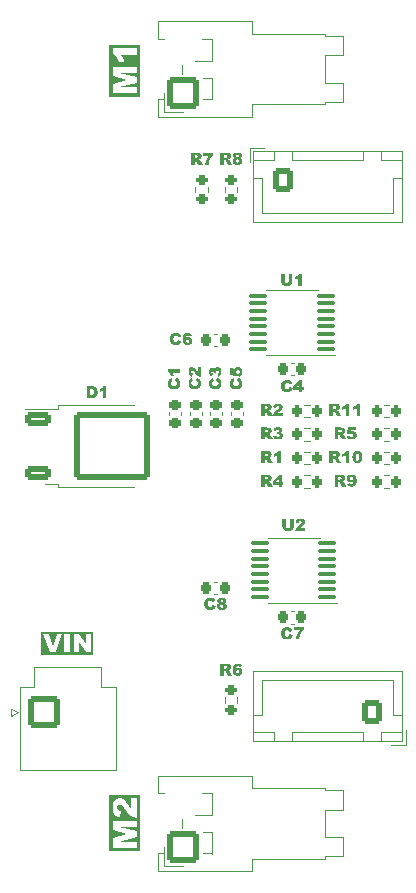
<source format=gbr>
%TF.GenerationSoftware,KiCad,Pcbnew,7.0.6*%
%TF.CreationDate,2024-02-11T17:46:38+09:00*%
%TF.ProjectId,MotorDriver_DRV8874_20240201,4d6f746f-7244-4726-9976-65725f445256,rev?*%
%TF.SameCoordinates,Original*%
%TF.FileFunction,Legend,Top*%
%TF.FilePolarity,Positive*%
%FSLAX46Y46*%
G04 Gerber Fmt 4.6, Leading zero omitted, Abs format (unit mm)*
G04 Created by KiCad (PCBNEW 7.0.6) date 2024-02-11 17:46:38*
%MOMM*%
%LPD*%
G01*
G04 APERTURE LIST*
G04 Aperture macros list*
%AMRoundRect*
0 Rectangle with rounded corners*
0 $1 Rounding radius*
0 $2 $3 $4 $5 $6 $7 $8 $9 X,Y pos of 4 corners*
0 Add a 4 corners polygon primitive as box body*
4,1,4,$2,$3,$4,$5,$6,$7,$8,$9,$2,$3,0*
0 Add four circle primitives for the rounded corners*
1,1,$1+$1,$2,$3*
1,1,$1+$1,$4,$5*
1,1,$1+$1,$6,$7*
1,1,$1+$1,$8,$9*
0 Add four rect primitives between the rounded corners*
20,1,$1+$1,$2,$3,$4,$5,0*
20,1,$1+$1,$4,$5,$6,$7,0*
20,1,$1+$1,$6,$7,$8,$9,0*
20,1,$1+$1,$8,$9,$2,$3,0*%
G04 Aperture macros list end*
%ADD10C,0.150000*%
%ADD11C,0.120000*%
%ADD12RoundRect,0.250001X1.099999X-1.099999X1.099999X1.099999X-1.099999X1.099999X-1.099999X-1.099999X0*%
%ADD13C,2.700000*%
%ADD14RoundRect,0.200000X0.200000X0.275000X-0.200000X0.275000X-0.200000X-0.275000X0.200000X-0.275000X0*%
%ADD15RoundRect,0.250000X-0.600000X-0.725000X0.600000X-0.725000X0.600000X0.725000X-0.600000X0.725000X0*%
%ADD16O,1.700000X1.950000*%
%ADD17RoundRect,0.250000X0.600000X0.725000X-0.600000X0.725000X-0.600000X-0.725000X0.600000X-0.725000X0*%
%ADD18RoundRect,0.225000X-0.250000X0.225000X-0.250000X-0.225000X0.250000X-0.225000X0.250000X0.225000X0*%
%ADD19RoundRect,0.225000X0.225000X0.250000X-0.225000X0.250000X-0.225000X-0.250000X0.225000X-0.250000X0*%
%ADD20RoundRect,0.200000X-0.275000X0.200000X-0.275000X-0.200000X0.275000X-0.200000X0.275000X0.200000X0*%
%ADD21RoundRect,0.200000X-0.200000X-0.275000X0.200000X-0.275000X0.200000X0.275000X-0.200000X0.275000X0*%
%ADD22RoundRect,0.250000X-0.850000X-0.350000X0.850000X-0.350000X0.850000X0.350000X-0.850000X0.350000X0*%
%ADD23RoundRect,0.249997X-2.950003X-2.650003X2.950003X-2.650003X2.950003X2.650003X-2.950003X2.650003X0*%
%ADD24RoundRect,0.250001X-1.099999X-1.099999X1.099999X-1.099999X1.099999X1.099999X-1.099999X1.099999X0*%
%ADD25C,3.200000*%
%ADD26R,2.460000X2.310000*%
%ADD27RoundRect,0.100000X0.687500X0.100000X-0.687500X0.100000X-0.687500X-0.100000X0.687500X-0.100000X0*%
G04 APERTURE END LIST*
D10*
G36*
X92790714Y-128703150D02*
G01*
X90187185Y-128703150D01*
X90187185Y-126151840D01*
X90504162Y-126151840D01*
X90504162Y-126968099D01*
X91716584Y-127282684D01*
X90504162Y-127598734D01*
X90504162Y-128417436D01*
X92505000Y-128417436D01*
X92505000Y-127907946D01*
X90969200Y-127907946D01*
X92505000Y-127514715D01*
X92505000Y-127054561D01*
X90969200Y-126660353D01*
X92505000Y-126660353D01*
X92505000Y-126151840D01*
X90504162Y-126151840D01*
X90187185Y-126151840D01*
X90187185Y-125047374D01*
X90472899Y-125047374D01*
X90473176Y-125082308D01*
X90474006Y-125116281D01*
X90475389Y-125149291D01*
X90477326Y-125181341D01*
X90479816Y-125212428D01*
X90482860Y-125242554D01*
X90486456Y-125271718D01*
X90490607Y-125299921D01*
X90495310Y-125327161D01*
X90500567Y-125353440D01*
X90506377Y-125378758D01*
X90512741Y-125403113D01*
X90519658Y-125426507D01*
X90527129Y-125448939D01*
X90535152Y-125470410D01*
X90543729Y-125490919D01*
X90552765Y-125510605D01*
X90562284Y-125529730D01*
X90572289Y-125548295D01*
X90582778Y-125566298D01*
X90593752Y-125583740D01*
X90605210Y-125600622D01*
X90617153Y-125616942D01*
X90629581Y-125632702D01*
X90642493Y-125647900D01*
X90655890Y-125662537D01*
X90669772Y-125676614D01*
X90684139Y-125690129D01*
X90698990Y-125703084D01*
X90714325Y-125715477D01*
X90730146Y-125727309D01*
X90746451Y-125738581D01*
X90763344Y-125749358D01*
X90781050Y-125759708D01*
X90799568Y-125769630D01*
X90818900Y-125779125D01*
X90839044Y-125788193D01*
X90860001Y-125796833D01*
X90881771Y-125805045D01*
X90904354Y-125812831D01*
X90927750Y-125820188D01*
X90951958Y-125827119D01*
X90976980Y-125833622D01*
X91002814Y-125839697D01*
X91029462Y-125845345D01*
X91056922Y-125850566D01*
X91085195Y-125855359D01*
X91114281Y-125859725D01*
X91160687Y-125298944D01*
X91149891Y-125297435D01*
X91128916Y-125294157D01*
X91108766Y-125290531D01*
X91089440Y-125286558D01*
X91061997Y-125279948D01*
X91036409Y-125272556D01*
X91012676Y-125264383D01*
X90990797Y-125255429D01*
X90970773Y-125245693D01*
X90952603Y-125235176D01*
X90936289Y-125223877D01*
X90917421Y-125207597D01*
X90913153Y-125203314D01*
X90897438Y-125185412D01*
X90883890Y-125166274D01*
X90872510Y-125145898D01*
X90863297Y-125124287D01*
X90856252Y-125101438D01*
X90851375Y-125077354D01*
X90848666Y-125052033D01*
X90848056Y-125032230D01*
X90849056Y-125007012D01*
X90852056Y-124982893D01*
X90857055Y-124959874D01*
X90864054Y-124937953D01*
X90873053Y-124917131D01*
X90884051Y-124897408D01*
X90897050Y-124878785D01*
X90912048Y-124861260D01*
X90928465Y-124845347D01*
X90945723Y-124831554D01*
X90963820Y-124819884D01*
X90982756Y-124810336D01*
X91002532Y-124802909D01*
X91023148Y-124797605D01*
X91044603Y-124794422D01*
X91066898Y-124793361D01*
X91082646Y-124793966D01*
X91103910Y-124796657D01*
X91125480Y-124801500D01*
X91147355Y-124808495D01*
X91169535Y-124817643D01*
X91192021Y-124828943D01*
X91209085Y-124838830D01*
X91226321Y-124849928D01*
X91243729Y-124862237D01*
X91255671Y-124871481D01*
X91274856Y-124887950D01*
X91295570Y-124907545D01*
X91310228Y-124922344D01*
X91325566Y-124938533D01*
X91341583Y-124956111D01*
X91358279Y-124975078D01*
X91375655Y-124995434D01*
X91393710Y-125017179D01*
X91412444Y-125040313D01*
X91431857Y-125064837D01*
X91451950Y-125090750D01*
X91472722Y-125118051D01*
X91494174Y-125146742D01*
X91516304Y-125176822D01*
X91534553Y-125201729D01*
X91552664Y-125226136D01*
X91570637Y-125250044D01*
X91588471Y-125273451D01*
X91606166Y-125296358D01*
X91623724Y-125318765D01*
X91641143Y-125340673D01*
X91658423Y-125362080D01*
X91675566Y-125382988D01*
X91692570Y-125403396D01*
X91709435Y-125423303D01*
X91726162Y-125442711D01*
X91742751Y-125461619D01*
X91759202Y-125480027D01*
X91775514Y-125497935D01*
X91791688Y-125515343D01*
X91807724Y-125532251D01*
X91823621Y-125548659D01*
X91839380Y-125564567D01*
X91855001Y-125579976D01*
X91870483Y-125594884D01*
X91885827Y-125609292D01*
X91901032Y-125623201D01*
X91916099Y-125636609D01*
X91945819Y-125661927D01*
X91974985Y-125685244D01*
X92003598Y-125706562D01*
X92031657Y-125725880D01*
X92059495Y-125743679D01*
X92087566Y-125760563D01*
X92115869Y-125776530D01*
X92144405Y-125791581D01*
X92173175Y-125805717D01*
X92202177Y-125818937D01*
X92231411Y-125831240D01*
X92260879Y-125842628D01*
X92290579Y-125853100D01*
X92320512Y-125862656D01*
X92350678Y-125871296D01*
X92381077Y-125879020D01*
X92411708Y-125885829D01*
X92442573Y-125891721D01*
X92473670Y-125896698D01*
X92505000Y-125900758D01*
X92505000Y-124221833D01*
X92036053Y-124221833D01*
X92036053Y-125095734D01*
X92022380Y-125081443D01*
X92004925Y-125062949D01*
X91988354Y-125045096D01*
X91972669Y-125027885D01*
X91957870Y-125011314D01*
X91943956Y-124995385D01*
X91930927Y-124980097D01*
X91915886Y-124961889D01*
X91903330Y-124945852D01*
X91888622Y-124926321D01*
X91876179Y-124909378D01*
X91862524Y-124890468D01*
X91847659Y-124869593D01*
X91831584Y-124846751D01*
X91820194Y-124830431D01*
X91808266Y-124813236D01*
X91795800Y-124795168D01*
X91782796Y-124776226D01*
X91769254Y-124756410D01*
X91755174Y-124735720D01*
X91742902Y-124718123D01*
X91730692Y-124700871D01*
X91718546Y-124683964D01*
X91706463Y-124667400D01*
X91694442Y-124651182D01*
X91682485Y-124635307D01*
X91658759Y-124604592D01*
X91635285Y-124575254D01*
X91612063Y-124547294D01*
X91589093Y-124520712D01*
X91566374Y-124495507D01*
X91543908Y-124471680D01*
X91521693Y-124449230D01*
X91499730Y-124428159D01*
X91478019Y-124408465D01*
X91456560Y-124390148D01*
X91435353Y-124373210D01*
X91414398Y-124357649D01*
X91393695Y-124343466D01*
X91373056Y-124330393D01*
X91352295Y-124318164D01*
X91331413Y-124306778D01*
X91310408Y-124296235D01*
X91289281Y-124286536D01*
X91268032Y-124277680D01*
X91246660Y-124269668D01*
X91225167Y-124262499D01*
X91203551Y-124256174D01*
X91181814Y-124250692D01*
X91159954Y-124246053D01*
X91137972Y-124242258D01*
X91115868Y-124239306D01*
X91093642Y-124237197D01*
X91071294Y-124235932D01*
X91048824Y-124235510D01*
X91027704Y-124235879D01*
X91006844Y-124236983D01*
X90986244Y-124238825D01*
X90965903Y-124241403D01*
X90945822Y-124244717D01*
X90926000Y-124248768D01*
X90906438Y-124253556D01*
X90887135Y-124259080D01*
X90868092Y-124265340D01*
X90849308Y-124272338D01*
X90830783Y-124280071D01*
X90812519Y-124288542D01*
X90794513Y-124297748D01*
X90776768Y-124307692D01*
X90759281Y-124318372D01*
X90742055Y-124329788D01*
X90725234Y-124341788D01*
X90708967Y-124354342D01*
X90693254Y-124367449D01*
X90678094Y-124381110D01*
X90663487Y-124395323D01*
X90649433Y-124410091D01*
X90635933Y-124425411D01*
X90622986Y-124441285D01*
X90610593Y-124457712D01*
X90598753Y-124474693D01*
X90587466Y-124492227D01*
X90576733Y-124510314D01*
X90566553Y-124528955D01*
X90556926Y-124548149D01*
X90547853Y-124567896D01*
X90539333Y-124588197D01*
X90531288Y-124609225D01*
X90523763Y-124631275D01*
X90516756Y-124654349D01*
X90510268Y-124678445D01*
X90504299Y-124703564D01*
X90498850Y-124729705D01*
X90493919Y-124756870D01*
X90489508Y-124785057D01*
X90485615Y-124814267D01*
X90482241Y-124844499D01*
X90479387Y-124875755D01*
X90477051Y-124908033D01*
X90475235Y-124941334D01*
X90473937Y-124975658D01*
X90473159Y-125011004D01*
X90472899Y-125047374D01*
X90187185Y-125047374D01*
X90187185Y-123936119D01*
X92790714Y-123936119D01*
X92790714Y-128703150D01*
G37*
G36*
X103557851Y-90852177D02*
G01*
X103575096Y-90852466D01*
X103591808Y-90852948D01*
X103607988Y-90853623D01*
X103623636Y-90854490D01*
X103638752Y-90855550D01*
X103653335Y-90856803D01*
X103667385Y-90858248D01*
X103680904Y-90859886D01*
X103693889Y-90861717D01*
X103706343Y-90863741D01*
X103718264Y-90865957D01*
X103729653Y-90868366D01*
X103740509Y-90870968D01*
X103750833Y-90873762D01*
X103760625Y-90876749D01*
X103770035Y-90879967D01*
X103779214Y-90883516D01*
X103792550Y-90889457D01*
X103805366Y-90896141D01*
X103817663Y-90903568D01*
X103829440Y-90911737D01*
X103840698Y-90920649D01*
X103851437Y-90930304D01*
X103861655Y-90940702D01*
X103868179Y-90948047D01*
X103874472Y-90955721D01*
X103880535Y-90963726D01*
X103883479Y-90967852D01*
X103889158Y-90976270D01*
X103894470Y-90984915D01*
X103899416Y-90993786D01*
X103903996Y-91002885D01*
X103908209Y-91012212D01*
X103912056Y-91021765D01*
X103915536Y-91031545D01*
X103918650Y-91041552D01*
X103921398Y-91051787D01*
X103923779Y-91062248D01*
X103925794Y-91072936D01*
X103927443Y-91083852D01*
X103928725Y-91094995D01*
X103929641Y-91106364D01*
X103930191Y-91117961D01*
X103930374Y-91129785D01*
X103930233Y-91140106D01*
X103929813Y-91150248D01*
X103929112Y-91160210D01*
X103928130Y-91169993D01*
X103926131Y-91184332D01*
X103923502Y-91198266D01*
X103920241Y-91211798D01*
X103916349Y-91224925D01*
X103911826Y-91237649D01*
X103906672Y-91249970D01*
X103900886Y-91261886D01*
X103894470Y-91273400D01*
X103887548Y-91284512D01*
X103880153Y-91295224D01*
X103872286Y-91305537D01*
X103863947Y-91315451D01*
X103855136Y-91324966D01*
X103845852Y-91334082D01*
X103836096Y-91342798D01*
X103825868Y-91351115D01*
X103815168Y-91359032D01*
X103803995Y-91366551D01*
X103796284Y-91371341D01*
X103785870Y-91377195D01*
X103774532Y-91382790D01*
X103765422Y-91386816D01*
X103755793Y-91390695D01*
X103745644Y-91394429D01*
X103734976Y-91398017D01*
X103723788Y-91401459D01*
X103712081Y-91404755D01*
X103699854Y-91407905D01*
X103687108Y-91410908D01*
X103697283Y-91414433D01*
X103706926Y-91417952D01*
X103718955Y-91422639D01*
X103730037Y-91427318D01*
X103740173Y-91431989D01*
X103749363Y-91436652D01*
X103759519Y-91442471D01*
X103768196Y-91448278D01*
X103776413Y-91455190D01*
X103784627Y-91463273D01*
X103792299Y-91471530D01*
X103798978Y-91479132D01*
X103806137Y-91487620D01*
X103813777Y-91496993D01*
X103817778Y-91502011D01*
X103825620Y-91511918D01*
X103832783Y-91521245D01*
X103839267Y-91529992D01*
X103845072Y-91538159D01*
X103851372Y-91547552D01*
X103856611Y-91556038D01*
X103861497Y-91565026D01*
X104011951Y-91852500D01*
X103660241Y-91852500D01*
X103494156Y-91546463D01*
X103488265Y-91535700D01*
X103482498Y-91525666D01*
X103476856Y-91516363D01*
X103471338Y-91507789D01*
X103464175Y-91497493D01*
X103457233Y-91488494D01*
X103450513Y-91480792D01*
X103442424Y-91472990D01*
X103437736Y-91469282D01*
X103429172Y-91463844D01*
X103420334Y-91459131D01*
X103411220Y-91455143D01*
X103401832Y-91451880D01*
X103392169Y-91449342D01*
X103382232Y-91447530D01*
X103372019Y-91446442D01*
X103361532Y-91446079D01*
X103333933Y-91446079D01*
X103333933Y-91852500D01*
X103021546Y-91852500D01*
X103021546Y-91055291D01*
X103333933Y-91055291D01*
X103333933Y-91258501D01*
X103465091Y-91258501D01*
X103476388Y-91257846D01*
X103486775Y-91256577D01*
X103496476Y-91255081D01*
X103507414Y-91253158D01*
X103519588Y-91250807D01*
X103529530Y-91248764D01*
X103540167Y-91246480D01*
X103547645Y-91244823D01*
X103558874Y-91241864D01*
X103569295Y-91237565D01*
X103578909Y-91231926D01*
X103587716Y-91224948D01*
X103595716Y-91216630D01*
X103598203Y-91213560D01*
X103603833Y-91205443D01*
X103609328Y-91195231D01*
X103613450Y-91184503D01*
X103616197Y-91173261D01*
X103617438Y-91163498D01*
X103617743Y-91155430D01*
X103617258Y-91143691D01*
X103615804Y-91132655D01*
X103613381Y-91122320D01*
X103609988Y-91112688D01*
X103605626Y-91103758D01*
X103600295Y-91095530D01*
X103593994Y-91088004D01*
X103586724Y-91081181D01*
X103578179Y-91075113D01*
X103567933Y-91069854D01*
X103555984Y-91065404D01*
X103545905Y-91062598D01*
X103534869Y-91060246D01*
X103522876Y-91058350D01*
X103509925Y-91056909D01*
X103496017Y-91055923D01*
X103486213Y-91055518D01*
X103475983Y-91055316D01*
X103470709Y-91055291D01*
X103333933Y-91055291D01*
X103021546Y-91055291D01*
X103021546Y-90852081D01*
X103540074Y-90852081D01*
X103557851Y-90852177D01*
G37*
G36*
X104879257Y-91852500D02*
G01*
X104039795Y-91852500D01*
X104041825Y-91836835D01*
X104044313Y-91821286D01*
X104047259Y-91805854D01*
X104050663Y-91790538D01*
X104054525Y-91775339D01*
X104058845Y-91760256D01*
X104063623Y-91745289D01*
X104068859Y-91730439D01*
X104074553Y-91715705D01*
X104080705Y-91701088D01*
X104087315Y-91686587D01*
X104094383Y-91672202D01*
X104101909Y-91657934D01*
X104109892Y-91643783D01*
X104118334Y-91629747D01*
X104127233Y-91615828D01*
X104136893Y-91601799D01*
X104147551Y-91587492D01*
X104159210Y-91572909D01*
X104171869Y-91558049D01*
X104178573Y-91550516D01*
X104185527Y-91542913D01*
X104192732Y-91535241D01*
X104200186Y-91527500D01*
X104207890Y-91519690D01*
X104215844Y-91511810D01*
X104224048Y-91503862D01*
X104232502Y-91495844D01*
X104241206Y-91487757D01*
X104250160Y-91479601D01*
X104259364Y-91471375D01*
X104268818Y-91463081D01*
X104278522Y-91454717D01*
X104288476Y-91446285D01*
X104298680Y-91437783D01*
X104309133Y-91429211D01*
X104319837Y-91420571D01*
X104330791Y-91411862D01*
X104341994Y-91403083D01*
X104353448Y-91394235D01*
X104365152Y-91385318D01*
X104377105Y-91376332D01*
X104389309Y-91367276D01*
X104401762Y-91358152D01*
X104416802Y-91347087D01*
X104431148Y-91336361D01*
X104444799Y-91325975D01*
X104457755Y-91315928D01*
X104470017Y-91306222D01*
X104481584Y-91296855D01*
X104492457Y-91287827D01*
X104502635Y-91279139D01*
X104512118Y-91270791D01*
X104520907Y-91262783D01*
X104529002Y-91255114D01*
X104536401Y-91247785D01*
X104546199Y-91237428D01*
X104554433Y-91227835D01*
X104559055Y-91221864D01*
X104565209Y-91213160D01*
X104570758Y-91204542D01*
X104575702Y-91196010D01*
X104581352Y-91184767D01*
X104585926Y-91173677D01*
X104589424Y-91162740D01*
X104591845Y-91151955D01*
X104593190Y-91141323D01*
X104593493Y-91133449D01*
X104592963Y-91122301D01*
X104591371Y-91111574D01*
X104588719Y-91101266D01*
X104585006Y-91091378D01*
X104580231Y-91081910D01*
X104574396Y-91072861D01*
X104567500Y-91064232D01*
X104559543Y-91056024D01*
X104550781Y-91048525D01*
X104541469Y-91042025D01*
X104531608Y-91036526D01*
X104521197Y-91032027D01*
X104510237Y-91028527D01*
X104498727Y-91026028D01*
X104486667Y-91024528D01*
X104474058Y-91024028D01*
X104464157Y-91024333D01*
X104451497Y-91025687D01*
X104439454Y-91028126D01*
X104428030Y-91031648D01*
X104417224Y-91036255D01*
X104407037Y-91041945D01*
X104397467Y-91048719D01*
X104388516Y-91056576D01*
X104386375Y-91058710D01*
X104378235Y-91068144D01*
X104372586Y-91076301D01*
X104367327Y-91085386D01*
X104362459Y-91095398D01*
X104357982Y-91106338D01*
X104353895Y-91118204D01*
X104350200Y-91130998D01*
X104346894Y-91144720D01*
X104344908Y-91154383D01*
X104343095Y-91164458D01*
X104341456Y-91174945D01*
X104340702Y-91180343D01*
X104060311Y-91157140D01*
X104062494Y-91142597D01*
X104064890Y-91128461D01*
X104067501Y-91114731D01*
X104070325Y-91101407D01*
X104073363Y-91088490D01*
X104076614Y-91075979D01*
X104080079Y-91063875D01*
X104083758Y-91052177D01*
X104087651Y-91040885D01*
X104091757Y-91030000D01*
X104096077Y-91019522D01*
X104100611Y-91009450D01*
X104105358Y-90999784D01*
X104110320Y-90990525D01*
X104115495Y-90981672D01*
X104120883Y-90973225D01*
X104126519Y-90965073D01*
X104132435Y-90957162D01*
X104138632Y-90949495D01*
X104145109Y-90942069D01*
X104151867Y-90934886D01*
X104158905Y-90927945D01*
X104166224Y-90921246D01*
X104173823Y-90914790D01*
X104181702Y-90908576D01*
X104189863Y-90902605D01*
X104198303Y-90896876D01*
X104207025Y-90891389D01*
X104216026Y-90886144D01*
X104225308Y-90881142D01*
X104234871Y-90876382D01*
X104244714Y-90871864D01*
X104254969Y-90867576D01*
X104265704Y-90863564D01*
X104276920Y-90859829D01*
X104288617Y-90856370D01*
X104300795Y-90853188D01*
X104313453Y-90850283D01*
X104326593Y-90847655D01*
X104340213Y-90845303D01*
X104354314Y-90843228D01*
X104368897Y-90841430D01*
X104383959Y-90839908D01*
X104399503Y-90838663D01*
X104415528Y-90837694D01*
X104432033Y-90837003D01*
X104449020Y-90836588D01*
X104466487Y-90836449D01*
X104484671Y-90836579D01*
X104502345Y-90836968D01*
X104519507Y-90837617D01*
X104536157Y-90838525D01*
X104552296Y-90839693D01*
X104567924Y-90841120D01*
X104583040Y-90842807D01*
X104597645Y-90844754D01*
X104611739Y-90846959D01*
X104625321Y-90849425D01*
X104638392Y-90852149D01*
X104650951Y-90855134D01*
X104662999Y-90858378D01*
X104674536Y-90861881D01*
X104685561Y-90865644D01*
X104696075Y-90869666D01*
X104706225Y-90873926D01*
X104716099Y-90878463D01*
X104725696Y-90883276D01*
X104735017Y-90888366D01*
X104744060Y-90893733D01*
X104752827Y-90899376D01*
X104761317Y-90905296D01*
X104769531Y-90911493D01*
X104777468Y-90917966D01*
X104785128Y-90924716D01*
X104792512Y-90931743D01*
X104799619Y-90939047D01*
X104806449Y-90946627D01*
X104813003Y-90954483D01*
X104819279Y-90962617D01*
X104825280Y-90971027D01*
X104830988Y-90979640D01*
X104836328Y-90988384D01*
X104841299Y-90997256D01*
X104845903Y-91006259D01*
X104850138Y-91015391D01*
X104854005Y-91024654D01*
X104857503Y-91034046D01*
X104860634Y-91043567D01*
X104863396Y-91053219D01*
X104865790Y-91063000D01*
X104867815Y-91072911D01*
X104869472Y-91082951D01*
X104870761Y-91093122D01*
X104871682Y-91103422D01*
X104872234Y-91113852D01*
X104872418Y-91124412D01*
X104872208Y-91135647D01*
X104871575Y-91146821D01*
X104870521Y-91157934D01*
X104869045Y-91168986D01*
X104867147Y-91179977D01*
X104864828Y-91190907D01*
X104862087Y-91201775D01*
X104858924Y-91212583D01*
X104855340Y-91223330D01*
X104851333Y-91234016D01*
X104846906Y-91244640D01*
X104842056Y-91255204D01*
X104836785Y-91265706D01*
X104831092Y-91276147D01*
X104824977Y-91286528D01*
X104818441Y-91296847D01*
X104811349Y-91307199D01*
X104803569Y-91317676D01*
X104795099Y-91328280D01*
X104785941Y-91339009D01*
X104776094Y-91349865D01*
X104765558Y-91360846D01*
X104754334Y-91371954D01*
X104742420Y-91383187D01*
X104729818Y-91394546D01*
X104716527Y-91406031D01*
X104702547Y-91417642D01*
X104687878Y-91429379D01*
X104672520Y-91441242D01*
X104664583Y-91447221D01*
X104656473Y-91453231D01*
X104648192Y-91459273D01*
X104639738Y-91465346D01*
X104631112Y-91471451D01*
X104622314Y-91477587D01*
X104611969Y-91484627D01*
X104602061Y-91491398D01*
X104592590Y-91497900D01*
X104583555Y-91504133D01*
X104574958Y-91510097D01*
X104566798Y-91515792D01*
X104555377Y-91523829D01*
X104544939Y-91531262D01*
X104535485Y-91538089D01*
X104527013Y-91544311D01*
X104517247Y-91551665D01*
X104509229Y-91557943D01*
X104500125Y-91565463D01*
X104492481Y-91571978D01*
X104484516Y-91578935D01*
X104476231Y-91586334D01*
X104467625Y-91594177D01*
X104458699Y-91602462D01*
X104449452Y-91611190D01*
X104442307Y-91618026D01*
X104879257Y-91618026D01*
X104879257Y-91852500D01*
G37*
G36*
X97508579Y-88924658D02*
G01*
X97587470Y-88652083D01*
X97601520Y-88655627D01*
X97615279Y-88659418D01*
X97628746Y-88663458D01*
X97641921Y-88667745D01*
X97654804Y-88672281D01*
X97667394Y-88677065D01*
X97679693Y-88682097D01*
X97691700Y-88687376D01*
X97703416Y-88692904D01*
X97714839Y-88698680D01*
X97725970Y-88704704D01*
X97736809Y-88710976D01*
X97747356Y-88717497D01*
X97757612Y-88724265D01*
X97767575Y-88731281D01*
X97777247Y-88738545D01*
X97786596Y-88746045D01*
X97795656Y-88753769D01*
X97804426Y-88761715D01*
X97812906Y-88769885D01*
X97821096Y-88778278D01*
X97828995Y-88786894D01*
X97836605Y-88795733D01*
X97843925Y-88804796D01*
X97850954Y-88814082D01*
X97857694Y-88823591D01*
X97864144Y-88833324D01*
X97870303Y-88843280D01*
X97876173Y-88853459D01*
X97881752Y-88863861D01*
X97887041Y-88874487D01*
X97892041Y-88885335D01*
X97896714Y-88896452D01*
X97901085Y-88907943D01*
X97905155Y-88919808D01*
X97908924Y-88932047D01*
X97912391Y-88944660D01*
X97915557Y-88957646D01*
X97918421Y-88971007D01*
X97920983Y-88984742D01*
X97923245Y-88998851D01*
X97925204Y-89013334D01*
X97926862Y-89028191D01*
X97928219Y-89043421D01*
X97929274Y-89059026D01*
X97930028Y-89075005D01*
X97930480Y-89091358D01*
X97930631Y-89108085D01*
X97930585Y-89118284D01*
X97930447Y-89128366D01*
X97930217Y-89138331D01*
X97929894Y-89148179D01*
X97928974Y-89167522D01*
X97927685Y-89186395D01*
X97926028Y-89204799D01*
X97924002Y-89222734D01*
X97921608Y-89240199D01*
X97918846Y-89257195D01*
X97915716Y-89273722D01*
X97912217Y-89289779D01*
X97908351Y-89305366D01*
X97904115Y-89320484D01*
X97899512Y-89335133D01*
X97894540Y-89349313D01*
X97889200Y-89363023D01*
X97883492Y-89376263D01*
X97877290Y-89389159D01*
X97870528Y-89401833D01*
X97863208Y-89414285D01*
X97855328Y-89426516D01*
X97846889Y-89438526D01*
X97837891Y-89450315D01*
X97828334Y-89461882D01*
X97818218Y-89473228D01*
X97807543Y-89484352D01*
X97796309Y-89495255D01*
X97784516Y-89505937D01*
X97772163Y-89516398D01*
X97759252Y-89526637D01*
X97745781Y-89536655D01*
X97731752Y-89546451D01*
X97717163Y-89556026D01*
X97702004Y-89565165D01*
X97686327Y-89573715D01*
X97670131Y-89581675D01*
X97653415Y-89589045D01*
X97636181Y-89595825D01*
X97618428Y-89602016D01*
X97600155Y-89607618D01*
X97581364Y-89612629D01*
X97571773Y-89614914D01*
X97562053Y-89617052D01*
X97552203Y-89619042D01*
X97542224Y-89620884D01*
X97532114Y-89622579D01*
X97521875Y-89624127D01*
X97511507Y-89625527D01*
X97501008Y-89626780D01*
X97490379Y-89627886D01*
X97479621Y-89628844D01*
X97468733Y-89629655D01*
X97457716Y-89630318D01*
X97446568Y-89630834D01*
X97435291Y-89631202D01*
X97423884Y-89631424D01*
X97412348Y-89631497D01*
X97396996Y-89631367D01*
X97381868Y-89630978D01*
X97366964Y-89630329D01*
X97352283Y-89629421D01*
X97337826Y-89628253D01*
X97323593Y-89626826D01*
X97309584Y-89625139D01*
X97295798Y-89623193D01*
X97282236Y-89620987D01*
X97268898Y-89618522D01*
X97255784Y-89615797D01*
X97242893Y-89612813D01*
X97230226Y-89609569D01*
X97217783Y-89606065D01*
X97205563Y-89602303D01*
X97193567Y-89598280D01*
X97181795Y-89593998D01*
X97170247Y-89589457D01*
X97158922Y-89584656D01*
X97147821Y-89579596D01*
X97136944Y-89574276D01*
X97126291Y-89568696D01*
X97115861Y-89562857D01*
X97105655Y-89556759D01*
X97095673Y-89550401D01*
X97085914Y-89543783D01*
X97076380Y-89536907D01*
X97067068Y-89529770D01*
X97057981Y-89522374D01*
X97049118Y-89514719D01*
X97040478Y-89506804D01*
X97032062Y-89498629D01*
X97023872Y-89490217D01*
X97015943Y-89481589D01*
X97008273Y-89472746D01*
X97000863Y-89463687D01*
X96993714Y-89454413D01*
X96986824Y-89444922D01*
X96980195Y-89435217D01*
X96973825Y-89425295D01*
X96967715Y-89415158D01*
X96961866Y-89404805D01*
X96956276Y-89394237D01*
X96950946Y-89383453D01*
X96945877Y-89372454D01*
X96941067Y-89361239D01*
X96936517Y-89349808D01*
X96932227Y-89338162D01*
X96928198Y-89326300D01*
X96924428Y-89314222D01*
X96920918Y-89301929D01*
X96917668Y-89289420D01*
X96914678Y-89276695D01*
X96911949Y-89263755D01*
X96909479Y-89250600D01*
X96907269Y-89237228D01*
X96905319Y-89223641D01*
X96903629Y-89209839D01*
X96902199Y-89195820D01*
X96901029Y-89181587D01*
X96900119Y-89167137D01*
X96899469Y-89152472D01*
X96899079Y-89137591D01*
X96898949Y-89122495D01*
X96899025Y-89110683D01*
X96899251Y-89099031D01*
X96899628Y-89087537D01*
X96900155Y-89076203D01*
X96900834Y-89065029D01*
X96901663Y-89054014D01*
X96902642Y-89043158D01*
X96903773Y-89032461D01*
X96905054Y-89021924D01*
X96906486Y-89011546D01*
X96908069Y-89001327D01*
X96909803Y-88991268D01*
X96911687Y-88981368D01*
X96913722Y-88971627D01*
X96915908Y-88962046D01*
X96920732Y-88943362D01*
X96926158Y-88925314D01*
X96932188Y-88907904D01*
X96938821Y-88891132D01*
X96946057Y-88874996D01*
X96953895Y-88859499D01*
X96962337Y-88844638D01*
X96971382Y-88830415D01*
X96976130Y-88823542D01*
X96986101Y-88810144D01*
X96996719Y-88797183D01*
X97007984Y-88784659D01*
X97019895Y-88772571D01*
X97032454Y-88760921D01*
X97045659Y-88749708D01*
X97059511Y-88738932D01*
X97074010Y-88728592D01*
X97089156Y-88718690D01*
X97104949Y-88709225D01*
X97121389Y-88700196D01*
X97138475Y-88691605D01*
X97156209Y-88683450D01*
X97165318Y-88679537D01*
X97174589Y-88675733D01*
X97184021Y-88672038D01*
X97193616Y-88668452D01*
X97203372Y-88664976D01*
X97213290Y-88661609D01*
X97274106Y-88936382D01*
X97263070Y-88940008D01*
X97252796Y-88943679D01*
X97243286Y-88947396D01*
X97232471Y-88952107D01*
X97222850Y-88956889D01*
X97212878Y-88962722D01*
X97207184Y-88966668D01*
X97198586Y-88973385D01*
X97190499Y-88980468D01*
X97182924Y-88987917D01*
X97175860Y-88995733D01*
X97169307Y-89003915D01*
X97163266Y-89012464D01*
X97157736Y-89021379D01*
X97152718Y-89030660D01*
X97148195Y-89040204D01*
X97144276Y-89050031D01*
X97140960Y-89060141D01*
X97138246Y-89070532D01*
X97136136Y-89081207D01*
X97134628Y-89092163D01*
X97133724Y-89103402D01*
X97133422Y-89114924D01*
X97133748Y-89127951D01*
X97134724Y-89140592D01*
X97136350Y-89152848D01*
X97138628Y-89164719D01*
X97141556Y-89176204D01*
X97145135Y-89187303D01*
X97149364Y-89198018D01*
X97154244Y-89208346D01*
X97159775Y-89218290D01*
X97165956Y-89227848D01*
X97172788Y-89237020D01*
X97180271Y-89245807D01*
X97188405Y-89254209D01*
X97197189Y-89262225D01*
X97206624Y-89269856D01*
X97216709Y-89277101D01*
X97228916Y-89284696D01*
X97237743Y-89289344D01*
X97247121Y-89293660D01*
X97257051Y-89297644D01*
X97267533Y-89301297D01*
X97278566Y-89304617D01*
X97290150Y-89307605D01*
X97302286Y-89310261D01*
X97314973Y-89312585D01*
X97328212Y-89314577D01*
X97342002Y-89316237D01*
X97356344Y-89317565D01*
X97371237Y-89318562D01*
X97386681Y-89319226D01*
X97402677Y-89319558D01*
X97410882Y-89319599D01*
X97421010Y-89319549D01*
X97430936Y-89319401D01*
X97450186Y-89318805D01*
X97468633Y-89317813D01*
X97486277Y-89316424D01*
X97503117Y-89314638D01*
X97519154Y-89312455D01*
X97534388Y-89309875D01*
X97548818Y-89306898D01*
X97562445Y-89303525D01*
X97575269Y-89299754D01*
X97587290Y-89295587D01*
X97598507Y-89291023D01*
X97608920Y-89286061D01*
X97618531Y-89280703D01*
X97627338Y-89274948D01*
X97635341Y-89268797D01*
X97642706Y-89262285D01*
X97652862Y-89251913D01*
X97661949Y-89240816D01*
X97669966Y-89228992D01*
X97676915Y-89216444D01*
X97682795Y-89203169D01*
X97686121Y-89193917D01*
X97688972Y-89184342D01*
X97691347Y-89174444D01*
X97693248Y-89164224D01*
X97694673Y-89153682D01*
X97695623Y-89142817D01*
X97696099Y-89131629D01*
X97696158Y-89125915D01*
X97695971Y-89114911D01*
X97695410Y-89104249D01*
X97694475Y-89093929D01*
X97693166Y-89083951D01*
X97691483Y-89074313D01*
X97688257Y-89060498D01*
X97684190Y-89047451D01*
X97679281Y-89035173D01*
X97673531Y-89023664D01*
X97666939Y-89012922D01*
X97659506Y-89002950D01*
X97651232Y-88993745D01*
X97648286Y-88990848D01*
X97638882Y-88982506D01*
X97628714Y-88974605D01*
X97617782Y-88967147D01*
X97606086Y-88960131D01*
X97593625Y-88953557D01*
X97580400Y-88947425D01*
X97571159Y-88943583D01*
X97561578Y-88939938D01*
X97551658Y-88936489D01*
X97541398Y-88933236D01*
X97530798Y-88930181D01*
X97519858Y-88927321D01*
X97508579Y-88924658D01*
G37*
G36*
X97915000Y-87733242D02*
G01*
X97915000Y-88572704D01*
X97899335Y-88570674D01*
X97883786Y-88568186D01*
X97868354Y-88565240D01*
X97853038Y-88561836D01*
X97837839Y-88557974D01*
X97822756Y-88553654D01*
X97807789Y-88548876D01*
X97792939Y-88543640D01*
X97778205Y-88537946D01*
X97763588Y-88531794D01*
X97749087Y-88525184D01*
X97734702Y-88518116D01*
X97720434Y-88510590D01*
X97706283Y-88502607D01*
X97692247Y-88494165D01*
X97678328Y-88485266D01*
X97664299Y-88475606D01*
X97649992Y-88464948D01*
X97635409Y-88453289D01*
X97620549Y-88440630D01*
X97613016Y-88433926D01*
X97605413Y-88426972D01*
X97597741Y-88419767D01*
X97590000Y-88412313D01*
X97582190Y-88404609D01*
X97574310Y-88396655D01*
X97566362Y-88388451D01*
X97558344Y-88379997D01*
X97550257Y-88371293D01*
X97542101Y-88362339D01*
X97533875Y-88353135D01*
X97525581Y-88343681D01*
X97517217Y-88333977D01*
X97508785Y-88324023D01*
X97500283Y-88313819D01*
X97491711Y-88303366D01*
X97483071Y-88292662D01*
X97474362Y-88281708D01*
X97465583Y-88270505D01*
X97456735Y-88259051D01*
X97447818Y-88247347D01*
X97438832Y-88235394D01*
X97429776Y-88223190D01*
X97420652Y-88210737D01*
X97409587Y-88195697D01*
X97398861Y-88181351D01*
X97388475Y-88167700D01*
X97378428Y-88154744D01*
X97368722Y-88142482D01*
X97359355Y-88130915D01*
X97350327Y-88120042D01*
X97341639Y-88109864D01*
X97333291Y-88100381D01*
X97325283Y-88091592D01*
X97317614Y-88083497D01*
X97310285Y-88076098D01*
X97299928Y-88066300D01*
X97290335Y-88058066D01*
X97284364Y-88053444D01*
X97275660Y-88047290D01*
X97267042Y-88041741D01*
X97258510Y-88036797D01*
X97247267Y-88031147D01*
X97236177Y-88026573D01*
X97225240Y-88023075D01*
X97214455Y-88020654D01*
X97203823Y-88019309D01*
X97195949Y-88019006D01*
X97184801Y-88019536D01*
X97174074Y-88021128D01*
X97163766Y-88023780D01*
X97153878Y-88027493D01*
X97144410Y-88032268D01*
X97135361Y-88038103D01*
X97126732Y-88044999D01*
X97118524Y-88052956D01*
X97111025Y-88061718D01*
X97104525Y-88071030D01*
X97099026Y-88080891D01*
X97094527Y-88091302D01*
X97091027Y-88102262D01*
X97088528Y-88113772D01*
X97087028Y-88125832D01*
X97086528Y-88138441D01*
X97086833Y-88148342D01*
X97088187Y-88161002D01*
X97090626Y-88173045D01*
X97094148Y-88184469D01*
X97098755Y-88195275D01*
X97104445Y-88205462D01*
X97111219Y-88215032D01*
X97119076Y-88223983D01*
X97121210Y-88226124D01*
X97130644Y-88234264D01*
X97138801Y-88239913D01*
X97147886Y-88245172D01*
X97157898Y-88250040D01*
X97168838Y-88254517D01*
X97180704Y-88258604D01*
X97193498Y-88262299D01*
X97207220Y-88265605D01*
X97216883Y-88267591D01*
X97226958Y-88269404D01*
X97237445Y-88271043D01*
X97242843Y-88271797D01*
X97219640Y-88552188D01*
X97205097Y-88550005D01*
X97190961Y-88547609D01*
X97177231Y-88544998D01*
X97163907Y-88542174D01*
X97150990Y-88539136D01*
X97138479Y-88535885D01*
X97126375Y-88532420D01*
X97114677Y-88528741D01*
X97103385Y-88524848D01*
X97092500Y-88520742D01*
X97082022Y-88516422D01*
X97071950Y-88511888D01*
X97062284Y-88507141D01*
X97053025Y-88502179D01*
X97044172Y-88497004D01*
X97035725Y-88491616D01*
X97027573Y-88485980D01*
X97019662Y-88480064D01*
X97011995Y-88473867D01*
X97004569Y-88467390D01*
X96997386Y-88460632D01*
X96990445Y-88453594D01*
X96983746Y-88446275D01*
X96977290Y-88438676D01*
X96971076Y-88430797D01*
X96965105Y-88422636D01*
X96959376Y-88414196D01*
X96953889Y-88405474D01*
X96948644Y-88396473D01*
X96943642Y-88387191D01*
X96938882Y-88377628D01*
X96934364Y-88367785D01*
X96930076Y-88357530D01*
X96926064Y-88346795D01*
X96922329Y-88335579D01*
X96918870Y-88323882D01*
X96915688Y-88311704D01*
X96912783Y-88299046D01*
X96910155Y-88285906D01*
X96907803Y-88272286D01*
X96905728Y-88258185D01*
X96903930Y-88243602D01*
X96902408Y-88228540D01*
X96901163Y-88212996D01*
X96900194Y-88196971D01*
X96899503Y-88180466D01*
X96899088Y-88163479D01*
X96898949Y-88146012D01*
X96899079Y-88127828D01*
X96899468Y-88110154D01*
X96900117Y-88092992D01*
X96901025Y-88076342D01*
X96902193Y-88060203D01*
X96903620Y-88044575D01*
X96905307Y-88029459D01*
X96907254Y-88014854D01*
X96909459Y-88000760D01*
X96911925Y-87987178D01*
X96914649Y-87974107D01*
X96917634Y-87961548D01*
X96920878Y-87949500D01*
X96924381Y-87937963D01*
X96928144Y-87926938D01*
X96932166Y-87916424D01*
X96936426Y-87906274D01*
X96940963Y-87896400D01*
X96945776Y-87886803D01*
X96950866Y-87877482D01*
X96956233Y-87868439D01*
X96961876Y-87859672D01*
X96967796Y-87851182D01*
X96973993Y-87842968D01*
X96980466Y-87835031D01*
X96987216Y-87827371D01*
X96994243Y-87819987D01*
X97001547Y-87812880D01*
X97009127Y-87806050D01*
X97016983Y-87799496D01*
X97025117Y-87793220D01*
X97033527Y-87787219D01*
X97042140Y-87781511D01*
X97050884Y-87776171D01*
X97059756Y-87771200D01*
X97068759Y-87766596D01*
X97077891Y-87762361D01*
X97087154Y-87758494D01*
X97096546Y-87754996D01*
X97106067Y-87751865D01*
X97115719Y-87749103D01*
X97125500Y-87746709D01*
X97135411Y-87744684D01*
X97145451Y-87743027D01*
X97155622Y-87741738D01*
X97165922Y-87740817D01*
X97176352Y-87740265D01*
X97186912Y-87740081D01*
X97198147Y-87740291D01*
X97209321Y-87740924D01*
X97220434Y-87741978D01*
X97231486Y-87743454D01*
X97242477Y-87745352D01*
X97253407Y-87747671D01*
X97264275Y-87750412D01*
X97275083Y-87753575D01*
X97285830Y-87757159D01*
X97296516Y-87761166D01*
X97307140Y-87765593D01*
X97317704Y-87770443D01*
X97328206Y-87775714D01*
X97338647Y-87781407D01*
X97349028Y-87787522D01*
X97359347Y-87794058D01*
X97369699Y-87801150D01*
X97380176Y-87808930D01*
X97390780Y-87817400D01*
X97401509Y-87826558D01*
X97412365Y-87836405D01*
X97423346Y-87846941D01*
X97434454Y-87858165D01*
X97445687Y-87870079D01*
X97457046Y-87882681D01*
X97468531Y-87895972D01*
X97480142Y-87909952D01*
X97491879Y-87924621D01*
X97503742Y-87939979D01*
X97509721Y-87947916D01*
X97515731Y-87956026D01*
X97521773Y-87964307D01*
X97527846Y-87972761D01*
X97533951Y-87981387D01*
X97540087Y-87990185D01*
X97547127Y-88000530D01*
X97553898Y-88010438D01*
X97560400Y-88019909D01*
X97566633Y-88028944D01*
X97572597Y-88037541D01*
X97578292Y-88045701D01*
X97586329Y-88057122D01*
X97593762Y-88067560D01*
X97600589Y-88077014D01*
X97606811Y-88085486D01*
X97614165Y-88095252D01*
X97620443Y-88103270D01*
X97627963Y-88112374D01*
X97634478Y-88120018D01*
X97641435Y-88127983D01*
X97648834Y-88136268D01*
X97656677Y-88144874D01*
X97664962Y-88153800D01*
X97673690Y-88163047D01*
X97680526Y-88170192D01*
X97680526Y-87733242D01*
X97915000Y-87733242D01*
G37*
G36*
X105437841Y-89446079D02*
G01*
X105710416Y-89524970D01*
X105706872Y-89539020D01*
X105703081Y-89552779D01*
X105699041Y-89566246D01*
X105694754Y-89579421D01*
X105690218Y-89592304D01*
X105685434Y-89604894D01*
X105680402Y-89617193D01*
X105675123Y-89629200D01*
X105669595Y-89640916D01*
X105663819Y-89652339D01*
X105657795Y-89663470D01*
X105651523Y-89674309D01*
X105645002Y-89684856D01*
X105638234Y-89695112D01*
X105631218Y-89705075D01*
X105623954Y-89714747D01*
X105616454Y-89724096D01*
X105608730Y-89733156D01*
X105600784Y-89741926D01*
X105592614Y-89750406D01*
X105584221Y-89758596D01*
X105575605Y-89766495D01*
X105566766Y-89774105D01*
X105557703Y-89781425D01*
X105548417Y-89788454D01*
X105538908Y-89795194D01*
X105529175Y-89801644D01*
X105519219Y-89807803D01*
X105509040Y-89813673D01*
X105498638Y-89819252D01*
X105488012Y-89824541D01*
X105477164Y-89829541D01*
X105466047Y-89834214D01*
X105454556Y-89838585D01*
X105442691Y-89842655D01*
X105430452Y-89846424D01*
X105417839Y-89849891D01*
X105404853Y-89853057D01*
X105391492Y-89855921D01*
X105377757Y-89858483D01*
X105363648Y-89860745D01*
X105349165Y-89862704D01*
X105334308Y-89864362D01*
X105319078Y-89865719D01*
X105303473Y-89866774D01*
X105287494Y-89867528D01*
X105271141Y-89867980D01*
X105254414Y-89868131D01*
X105244215Y-89868085D01*
X105234133Y-89867947D01*
X105224168Y-89867717D01*
X105214320Y-89867394D01*
X105194977Y-89866474D01*
X105176104Y-89865185D01*
X105157700Y-89863528D01*
X105139765Y-89861502D01*
X105122300Y-89859108D01*
X105105304Y-89856346D01*
X105088777Y-89853216D01*
X105072720Y-89849717D01*
X105057133Y-89845851D01*
X105042015Y-89841615D01*
X105027366Y-89837012D01*
X105013186Y-89832040D01*
X104999476Y-89826700D01*
X104986236Y-89820992D01*
X104973340Y-89814790D01*
X104960666Y-89808028D01*
X104948214Y-89800708D01*
X104935983Y-89792828D01*
X104923973Y-89784389D01*
X104912184Y-89775391D01*
X104900617Y-89765834D01*
X104889271Y-89755718D01*
X104878147Y-89745043D01*
X104867244Y-89733809D01*
X104856562Y-89722016D01*
X104846101Y-89709663D01*
X104835862Y-89696752D01*
X104825844Y-89683281D01*
X104816048Y-89669252D01*
X104806473Y-89654663D01*
X104797334Y-89639504D01*
X104788784Y-89623827D01*
X104780824Y-89607631D01*
X104773454Y-89590915D01*
X104766674Y-89573681D01*
X104760483Y-89555928D01*
X104754881Y-89537655D01*
X104749870Y-89518864D01*
X104747585Y-89509273D01*
X104745447Y-89499553D01*
X104743457Y-89489703D01*
X104741615Y-89479724D01*
X104739920Y-89469614D01*
X104738372Y-89459375D01*
X104736972Y-89449007D01*
X104735719Y-89438508D01*
X104734613Y-89427879D01*
X104733655Y-89417121D01*
X104732844Y-89406233D01*
X104732181Y-89395216D01*
X104731665Y-89384068D01*
X104731297Y-89372791D01*
X104731075Y-89361384D01*
X104731002Y-89349848D01*
X104731132Y-89334496D01*
X104731521Y-89319368D01*
X104732170Y-89304464D01*
X104733078Y-89289783D01*
X104734246Y-89275326D01*
X104735673Y-89261093D01*
X104737360Y-89247084D01*
X104739306Y-89233298D01*
X104741512Y-89219736D01*
X104743977Y-89206398D01*
X104746702Y-89193284D01*
X104749686Y-89180393D01*
X104752930Y-89167726D01*
X104756434Y-89155283D01*
X104760196Y-89143063D01*
X104764219Y-89131067D01*
X104768501Y-89119295D01*
X104773042Y-89107747D01*
X104777843Y-89096422D01*
X104782903Y-89085321D01*
X104788223Y-89074444D01*
X104793803Y-89063791D01*
X104799642Y-89053361D01*
X104805740Y-89043155D01*
X104812098Y-89033173D01*
X104818716Y-89023414D01*
X104825592Y-89013880D01*
X104832729Y-89004568D01*
X104840125Y-88995481D01*
X104847780Y-88986618D01*
X104855695Y-88977978D01*
X104863870Y-88969562D01*
X104872282Y-88961372D01*
X104880910Y-88953443D01*
X104889753Y-88945773D01*
X104898812Y-88938363D01*
X104908086Y-88931214D01*
X104917577Y-88924324D01*
X104927282Y-88917695D01*
X104937204Y-88911325D01*
X104947341Y-88905215D01*
X104957694Y-88899366D01*
X104968262Y-88893776D01*
X104979046Y-88888446D01*
X104990045Y-88883377D01*
X105001260Y-88878567D01*
X105012691Y-88874017D01*
X105024337Y-88869727D01*
X105036199Y-88865698D01*
X105048277Y-88861928D01*
X105060570Y-88858418D01*
X105073079Y-88855168D01*
X105085804Y-88852178D01*
X105098744Y-88849449D01*
X105111899Y-88846979D01*
X105125271Y-88844769D01*
X105138858Y-88842819D01*
X105152660Y-88841129D01*
X105166679Y-88839699D01*
X105180912Y-88838529D01*
X105195362Y-88837619D01*
X105210027Y-88836969D01*
X105224908Y-88836579D01*
X105240004Y-88836449D01*
X105251816Y-88836525D01*
X105263468Y-88836751D01*
X105274962Y-88837128D01*
X105286296Y-88837655D01*
X105297470Y-88838334D01*
X105308485Y-88839163D01*
X105319341Y-88840142D01*
X105330038Y-88841273D01*
X105340575Y-88842554D01*
X105350953Y-88843986D01*
X105361172Y-88845569D01*
X105371231Y-88847303D01*
X105381131Y-88849187D01*
X105390872Y-88851222D01*
X105400453Y-88853408D01*
X105419137Y-88858232D01*
X105437185Y-88863658D01*
X105454595Y-88869688D01*
X105471367Y-88876321D01*
X105487503Y-88883557D01*
X105503000Y-88891395D01*
X105517861Y-88899837D01*
X105532084Y-88908882D01*
X105538957Y-88913630D01*
X105552355Y-88923601D01*
X105565316Y-88934219D01*
X105577840Y-88945484D01*
X105589928Y-88957395D01*
X105601578Y-88969954D01*
X105612791Y-88983159D01*
X105623567Y-88997011D01*
X105633907Y-89011510D01*
X105643809Y-89026656D01*
X105653274Y-89042449D01*
X105662303Y-89058889D01*
X105670894Y-89075975D01*
X105679049Y-89093709D01*
X105682962Y-89102818D01*
X105686766Y-89112089D01*
X105690461Y-89121521D01*
X105694047Y-89131116D01*
X105697523Y-89140872D01*
X105700890Y-89150790D01*
X105426117Y-89211606D01*
X105422491Y-89200570D01*
X105418820Y-89190296D01*
X105415103Y-89180786D01*
X105410392Y-89169971D01*
X105405610Y-89160350D01*
X105399777Y-89150378D01*
X105395831Y-89144684D01*
X105389114Y-89136086D01*
X105382031Y-89127999D01*
X105374582Y-89120424D01*
X105366766Y-89113360D01*
X105358584Y-89106807D01*
X105350035Y-89100766D01*
X105341120Y-89095236D01*
X105331839Y-89090218D01*
X105322295Y-89085695D01*
X105312468Y-89081776D01*
X105302358Y-89078460D01*
X105291967Y-89075746D01*
X105281292Y-89073636D01*
X105270336Y-89072128D01*
X105259097Y-89071224D01*
X105247575Y-89070922D01*
X105234548Y-89071248D01*
X105221907Y-89072224D01*
X105209651Y-89073850D01*
X105197780Y-89076128D01*
X105186295Y-89079056D01*
X105175196Y-89082635D01*
X105164481Y-89086864D01*
X105154153Y-89091744D01*
X105144209Y-89097275D01*
X105134651Y-89103456D01*
X105125479Y-89110288D01*
X105116692Y-89117771D01*
X105108290Y-89125905D01*
X105100274Y-89134689D01*
X105092643Y-89144124D01*
X105085398Y-89154209D01*
X105077803Y-89166416D01*
X105073155Y-89175243D01*
X105068839Y-89184621D01*
X105064855Y-89194551D01*
X105061202Y-89205033D01*
X105057882Y-89216066D01*
X105054894Y-89227650D01*
X105052238Y-89239786D01*
X105049914Y-89252473D01*
X105047922Y-89265712D01*
X105046262Y-89279502D01*
X105044934Y-89293844D01*
X105043937Y-89308737D01*
X105043273Y-89324181D01*
X105042941Y-89340177D01*
X105042900Y-89348382D01*
X105042950Y-89358510D01*
X105043098Y-89368436D01*
X105043694Y-89387686D01*
X105044686Y-89406133D01*
X105046075Y-89423777D01*
X105047861Y-89440617D01*
X105050044Y-89456654D01*
X105052624Y-89471888D01*
X105055601Y-89486318D01*
X105058974Y-89499945D01*
X105062745Y-89512769D01*
X105066912Y-89524790D01*
X105071476Y-89536007D01*
X105076438Y-89546420D01*
X105081796Y-89556031D01*
X105087551Y-89564838D01*
X105093702Y-89572841D01*
X105100214Y-89580206D01*
X105110586Y-89590362D01*
X105121683Y-89599449D01*
X105133507Y-89607466D01*
X105146055Y-89614415D01*
X105159330Y-89620295D01*
X105168582Y-89623621D01*
X105178157Y-89626472D01*
X105188055Y-89628847D01*
X105198275Y-89630748D01*
X105208817Y-89632173D01*
X105219682Y-89633123D01*
X105230870Y-89633599D01*
X105236584Y-89633658D01*
X105247588Y-89633471D01*
X105258250Y-89632910D01*
X105268570Y-89631975D01*
X105278548Y-89630666D01*
X105288186Y-89628983D01*
X105302001Y-89625757D01*
X105315048Y-89621690D01*
X105327326Y-89616781D01*
X105338835Y-89611031D01*
X105349577Y-89604439D01*
X105359549Y-89597006D01*
X105368754Y-89588732D01*
X105371651Y-89585786D01*
X105379993Y-89576382D01*
X105387894Y-89566214D01*
X105395352Y-89555282D01*
X105402368Y-89543586D01*
X105408942Y-89531125D01*
X105415074Y-89517900D01*
X105418916Y-89508659D01*
X105422561Y-89499078D01*
X105426010Y-89489158D01*
X105429263Y-89478898D01*
X105432318Y-89468298D01*
X105435178Y-89457358D01*
X105437841Y-89446079D01*
G37*
G36*
X106534979Y-89446079D02*
G01*
X106661497Y-89446079D01*
X106661497Y-89680553D01*
X106534979Y-89680553D01*
X106534979Y-89852500D01*
X106291225Y-89852500D01*
X106291225Y-89680553D01*
X105781490Y-89680553D01*
X105781490Y-89448278D01*
X105783322Y-89446079D01*
X106022069Y-89446079D01*
X106291225Y-89446079D01*
X106291225Y-89130762D01*
X106022069Y-89446079D01*
X105783322Y-89446079D01*
X106291225Y-88836449D01*
X106534979Y-88836449D01*
X106534979Y-89446079D01*
G37*
G36*
X100132851Y-69602177D02*
G01*
X100150096Y-69602466D01*
X100166808Y-69602948D01*
X100182988Y-69603623D01*
X100198636Y-69604490D01*
X100213752Y-69605550D01*
X100228335Y-69606803D01*
X100242385Y-69608248D01*
X100255904Y-69609886D01*
X100268889Y-69611717D01*
X100281343Y-69613741D01*
X100293264Y-69615957D01*
X100304653Y-69618366D01*
X100315509Y-69620968D01*
X100325833Y-69623762D01*
X100335625Y-69626749D01*
X100345035Y-69629967D01*
X100354214Y-69633516D01*
X100367550Y-69639457D01*
X100380366Y-69646141D01*
X100392663Y-69653568D01*
X100404440Y-69661737D01*
X100415698Y-69670649D01*
X100426437Y-69680304D01*
X100436655Y-69690702D01*
X100443179Y-69698047D01*
X100449472Y-69705721D01*
X100455535Y-69713726D01*
X100458479Y-69717852D01*
X100464158Y-69726270D01*
X100469470Y-69734915D01*
X100474416Y-69743786D01*
X100478996Y-69752885D01*
X100483209Y-69762212D01*
X100487056Y-69771765D01*
X100490536Y-69781545D01*
X100493650Y-69791552D01*
X100496398Y-69801787D01*
X100498779Y-69812248D01*
X100500794Y-69822936D01*
X100502443Y-69833852D01*
X100503725Y-69844995D01*
X100504641Y-69856364D01*
X100505191Y-69867961D01*
X100505374Y-69879785D01*
X100505233Y-69890106D01*
X100504813Y-69900248D01*
X100504112Y-69910210D01*
X100503130Y-69919993D01*
X100501131Y-69934332D01*
X100498502Y-69948266D01*
X100495241Y-69961798D01*
X100491349Y-69974925D01*
X100486826Y-69987649D01*
X100481672Y-69999970D01*
X100475886Y-70011886D01*
X100469470Y-70023400D01*
X100462548Y-70034512D01*
X100455153Y-70045224D01*
X100447286Y-70055537D01*
X100438947Y-70065451D01*
X100430136Y-70074966D01*
X100420852Y-70084082D01*
X100411096Y-70092798D01*
X100400868Y-70101115D01*
X100390168Y-70109032D01*
X100378995Y-70116551D01*
X100371284Y-70121341D01*
X100360870Y-70127195D01*
X100349532Y-70132790D01*
X100340422Y-70136816D01*
X100330793Y-70140695D01*
X100320644Y-70144429D01*
X100309976Y-70148017D01*
X100298788Y-70151459D01*
X100287081Y-70154755D01*
X100274854Y-70157905D01*
X100262108Y-70160908D01*
X100272283Y-70164433D01*
X100281926Y-70167952D01*
X100293955Y-70172639D01*
X100305037Y-70177318D01*
X100315173Y-70181989D01*
X100324363Y-70186652D01*
X100334519Y-70192471D01*
X100343196Y-70198278D01*
X100351413Y-70205190D01*
X100359627Y-70213273D01*
X100367299Y-70221530D01*
X100373978Y-70229132D01*
X100381137Y-70237620D01*
X100388777Y-70246993D01*
X100392778Y-70252011D01*
X100400620Y-70261918D01*
X100407783Y-70271245D01*
X100414267Y-70279992D01*
X100420072Y-70288159D01*
X100426372Y-70297552D01*
X100431611Y-70306038D01*
X100436497Y-70315026D01*
X100586951Y-70602500D01*
X100235241Y-70602500D01*
X100069156Y-70296463D01*
X100063265Y-70285700D01*
X100057498Y-70275666D01*
X100051856Y-70266363D01*
X100046338Y-70257789D01*
X100039175Y-70247493D01*
X100032233Y-70238494D01*
X100025513Y-70230792D01*
X100017424Y-70222990D01*
X100012736Y-70219282D01*
X100004172Y-70213844D01*
X99995334Y-70209131D01*
X99986220Y-70205143D01*
X99976832Y-70201880D01*
X99967169Y-70199342D01*
X99957232Y-70197530D01*
X99947019Y-70196442D01*
X99936532Y-70196079D01*
X99908933Y-70196079D01*
X99908933Y-70602500D01*
X99596546Y-70602500D01*
X99596546Y-69805291D01*
X99908933Y-69805291D01*
X99908933Y-70008501D01*
X100040091Y-70008501D01*
X100051388Y-70007846D01*
X100061775Y-70006577D01*
X100071476Y-70005081D01*
X100082414Y-70003158D01*
X100094588Y-70000807D01*
X100104530Y-69998764D01*
X100115167Y-69996480D01*
X100122645Y-69994823D01*
X100133874Y-69991864D01*
X100144295Y-69987565D01*
X100153909Y-69981926D01*
X100162716Y-69974948D01*
X100170716Y-69966630D01*
X100173203Y-69963560D01*
X100178833Y-69955443D01*
X100184328Y-69945231D01*
X100188450Y-69934503D01*
X100191197Y-69923261D01*
X100192438Y-69913498D01*
X100192743Y-69905430D01*
X100192258Y-69893691D01*
X100190804Y-69882655D01*
X100188381Y-69872320D01*
X100184988Y-69862688D01*
X100180626Y-69853758D01*
X100175295Y-69845530D01*
X100168994Y-69838004D01*
X100161724Y-69831181D01*
X100153179Y-69825113D01*
X100142933Y-69819854D01*
X100130984Y-69815404D01*
X100120905Y-69812598D01*
X100109869Y-69810246D01*
X100097876Y-69808350D01*
X100084925Y-69806909D01*
X100071017Y-69805923D01*
X100061213Y-69805518D01*
X100050983Y-69805316D01*
X100045709Y-69805291D01*
X99908933Y-69805291D01*
X99596546Y-69805291D01*
X99596546Y-69602081D01*
X100115074Y-69602081D01*
X100132851Y-69602177D01*
G37*
G36*
X101043017Y-69586522D02*
G01*
X101055332Y-69586741D01*
X101067441Y-69587106D01*
X101079344Y-69587617D01*
X101091041Y-69588274D01*
X101102532Y-69589077D01*
X101113817Y-69590026D01*
X101124896Y-69591120D01*
X101135768Y-69592361D01*
X101146435Y-69593748D01*
X101156895Y-69595281D01*
X101167150Y-69596959D01*
X101177198Y-69598784D01*
X101187040Y-69600755D01*
X101196676Y-69602871D01*
X101215330Y-69607542D01*
X101233160Y-69612797D01*
X101250166Y-69618636D01*
X101266347Y-69625059D01*
X101281703Y-69632066D01*
X101296236Y-69639657D01*
X101309944Y-69647831D01*
X101322828Y-69656589D01*
X101328961Y-69661188D01*
X101340643Y-69670650D01*
X101351572Y-69680414D01*
X101361747Y-69690480D01*
X101371169Y-69700846D01*
X101379837Y-69711515D01*
X101387751Y-69722485D01*
X101394911Y-69733756D01*
X101401318Y-69745329D01*
X101406970Y-69757204D01*
X101411870Y-69769380D01*
X101416015Y-69781857D01*
X101419407Y-69794636D01*
X101422045Y-69807716D01*
X101423929Y-69821098D01*
X101425060Y-69834781D01*
X101425437Y-69848766D01*
X101425097Y-69861056D01*
X101424080Y-69873195D01*
X101422384Y-69885184D01*
X101420010Y-69897023D01*
X101416957Y-69908712D01*
X101413226Y-69920250D01*
X101408817Y-69931638D01*
X101403729Y-69942876D01*
X101397964Y-69953963D01*
X101391519Y-69964901D01*
X101386846Y-69972109D01*
X101381153Y-69980056D01*
X101374879Y-69987960D01*
X101368026Y-69995821D01*
X101360594Y-70003639D01*
X101352582Y-70011414D01*
X101343990Y-70019146D01*
X101334819Y-70026836D01*
X101325068Y-70034482D01*
X101314738Y-70042086D01*
X101303827Y-70049646D01*
X101296232Y-70054663D01*
X101306297Y-70059709D01*
X101316035Y-70064955D01*
X101325447Y-70070402D01*
X101334532Y-70076049D01*
X101343292Y-70081897D01*
X101351725Y-70087945D01*
X101359832Y-70094193D01*
X101367612Y-70100642D01*
X101375066Y-70107290D01*
X101382194Y-70114140D01*
X101388996Y-70121189D01*
X101398586Y-70132140D01*
X101407443Y-70143540D01*
X101415565Y-70155392D01*
X101418109Y-70159443D01*
X101425311Y-70171749D01*
X101431805Y-70184304D01*
X101437590Y-70197108D01*
X101442667Y-70210162D01*
X101447036Y-70223464D01*
X101450696Y-70237015D01*
X101453647Y-70250815D01*
X101455891Y-70264864D01*
X101457425Y-70279163D01*
X101458252Y-70293710D01*
X101458409Y-70303546D01*
X101458105Y-70317746D01*
X101457190Y-70331771D01*
X101455666Y-70345619D01*
X101453532Y-70359291D01*
X101450789Y-70372787D01*
X101447436Y-70386107D01*
X101443473Y-70399251D01*
X101438900Y-70412219D01*
X101433718Y-70425011D01*
X101427927Y-70437627D01*
X101423727Y-70445940D01*
X101417084Y-70458086D01*
X101410163Y-70469705D01*
X101402962Y-70480795D01*
X101395482Y-70491358D01*
X101387724Y-70501392D01*
X101379686Y-70510898D01*
X101371369Y-70519876D01*
X101362773Y-70528326D01*
X101353898Y-70536248D01*
X101344744Y-70543642D01*
X101338486Y-70548278D01*
X101328790Y-70554844D01*
X101318659Y-70561080D01*
X101308096Y-70566986D01*
X101297098Y-70572561D01*
X101285667Y-70577805D01*
X101273803Y-70582719D01*
X101261505Y-70587302D01*
X101248773Y-70591554D01*
X101235607Y-70595476D01*
X101222008Y-70599068D01*
X101212701Y-70601278D01*
X101198510Y-70604290D01*
X101184148Y-70607006D01*
X101174477Y-70608651D01*
X101164730Y-70610165D01*
X101154907Y-70611548D01*
X101145008Y-70612799D01*
X101135032Y-70613918D01*
X101124980Y-70614905D01*
X101114851Y-70615761D01*
X101104646Y-70616485D01*
X101094365Y-70617078D01*
X101084008Y-70617539D01*
X101073574Y-70617868D01*
X101063064Y-70618065D01*
X101052478Y-70618131D01*
X101042538Y-70618094D01*
X101032746Y-70617982D01*
X101013605Y-70617536D01*
X100995056Y-70616792D01*
X100977098Y-70615750D01*
X100959732Y-70614410D01*
X100942958Y-70612773D01*
X100926775Y-70610838D01*
X100911183Y-70608606D01*
X100896183Y-70606075D01*
X100881775Y-70603247D01*
X100867958Y-70600122D01*
X100854733Y-70596699D01*
X100842099Y-70592978D01*
X100830056Y-70588959D01*
X100818606Y-70584643D01*
X100807746Y-70580029D01*
X100797341Y-70575126D01*
X100787253Y-70569943D01*
X100777481Y-70564479D01*
X100768026Y-70558734D01*
X100758888Y-70552709D01*
X100750067Y-70546404D01*
X100741562Y-70539818D01*
X100733374Y-70532951D01*
X100725503Y-70525804D01*
X100717949Y-70518377D01*
X100710711Y-70510669D01*
X100703791Y-70502681D01*
X100697186Y-70494412D01*
X100690899Y-70485862D01*
X100684928Y-70477032D01*
X100679275Y-70467922D01*
X100673951Y-70458573D01*
X100668971Y-70449088D01*
X100664334Y-70439468D01*
X100660041Y-70429713D01*
X100656091Y-70419822D01*
X100652484Y-70409796D01*
X100649221Y-70399634D01*
X100646302Y-70389337D01*
X100643726Y-70378904D01*
X100641493Y-70368335D01*
X100639604Y-70357632D01*
X100638059Y-70346793D01*
X100636857Y-70335818D01*
X100635998Y-70324708D01*
X100635483Y-70313462D01*
X100635311Y-70302081D01*
X100635471Y-70291014D01*
X100635489Y-70290601D01*
X100914236Y-70290601D01*
X100914593Y-70301947D01*
X100915662Y-70312901D01*
X100917443Y-70323465D01*
X100919938Y-70333638D01*
X100923145Y-70343420D01*
X100927065Y-70352812D01*
X100931697Y-70361813D01*
X100937042Y-70370423D01*
X100943100Y-70378643D01*
X100949871Y-70386471D01*
X100954781Y-70391474D01*
X100962486Y-70398457D01*
X100970397Y-70404754D01*
X100978514Y-70410364D01*
X100989658Y-70416776D01*
X101001168Y-70421966D01*
X101013044Y-70425935D01*
X101025287Y-70428683D01*
X101037896Y-70430209D01*
X101047593Y-70430553D01*
X101059950Y-70429930D01*
X101071987Y-70428064D01*
X101083703Y-70424954D01*
X101095098Y-70420600D01*
X101106173Y-70415001D01*
X101116927Y-70408159D01*
X101124783Y-70402210D01*
X101132458Y-70395562D01*
X101137474Y-70390741D01*
X101144589Y-70383090D01*
X101151004Y-70375065D01*
X101156719Y-70366666D01*
X101161734Y-70357894D01*
X101166050Y-70348749D01*
X101169666Y-70339230D01*
X101172582Y-70329337D01*
X101174798Y-70319071D01*
X101176314Y-70308431D01*
X101177130Y-70297418D01*
X101177286Y-70289869D01*
X101176932Y-70278480D01*
X101175869Y-70267486D01*
X101174098Y-70256887D01*
X101171619Y-70246683D01*
X101168431Y-70236875D01*
X101164535Y-70227461D01*
X101159930Y-70218442D01*
X101154617Y-70209818D01*
X101148596Y-70201589D01*
X101141866Y-70193755D01*
X101136986Y-70188752D01*
X101129362Y-70181681D01*
X101121510Y-70175305D01*
X101113430Y-70169625D01*
X101102304Y-70163134D01*
X101090773Y-70157879D01*
X101078838Y-70153860D01*
X101066498Y-70151078D01*
X101053753Y-70149533D01*
X101043929Y-70149185D01*
X101031129Y-70149784D01*
X101018742Y-70151581D01*
X101006766Y-70154577D01*
X100995203Y-70158771D01*
X100984052Y-70164164D01*
X100973313Y-70170754D01*
X100962986Y-70178544D01*
X100955511Y-70185172D01*
X100953071Y-70187531D01*
X100946131Y-70194911D01*
X100939873Y-70202764D01*
X100934298Y-70211088D01*
X100929406Y-70219885D01*
X100925196Y-70229155D01*
X100921669Y-70238896D01*
X100918825Y-70249110D01*
X100916663Y-70259796D01*
X100915184Y-70270955D01*
X100914388Y-70282585D01*
X100914236Y-70290601D01*
X100635489Y-70290601D01*
X100635952Y-70280160D01*
X100636753Y-70269520D01*
X100637875Y-70259094D01*
X100639318Y-70248882D01*
X100641081Y-70238883D01*
X100643165Y-70229098D01*
X100645569Y-70219527D01*
X100649777Y-70205571D01*
X100654705Y-70192095D01*
X100660355Y-70179101D01*
X100666727Y-70166587D01*
X100673819Y-70154554D01*
X100676344Y-70150650D01*
X100684476Y-70139265D01*
X100693394Y-70128374D01*
X100703098Y-70117976D01*
X100713587Y-70108072D01*
X100724862Y-70098662D01*
X100732815Y-70092662D01*
X100741117Y-70086883D01*
X100749769Y-70081322D01*
X100758770Y-70075981D01*
X100768120Y-70070860D01*
X100777819Y-70065958D01*
X100787867Y-70061275D01*
X100798265Y-70056812D01*
X100803594Y-70054663D01*
X100791545Y-70048226D01*
X100780127Y-70041648D01*
X100769340Y-70034928D01*
X100759184Y-70028067D01*
X100749659Y-70021064D01*
X100740766Y-70013919D01*
X100732503Y-70006633D01*
X100724872Y-69999204D01*
X100717871Y-69991635D01*
X100711502Y-69983923D01*
X100707607Y-69978703D01*
X100700230Y-69967833D01*
X100693579Y-69956653D01*
X100687654Y-69945164D01*
X100682454Y-69933366D01*
X100677979Y-69921258D01*
X100674230Y-69908842D01*
X100671207Y-69896117D01*
X100668910Y-69883082D01*
X100667338Y-69869739D01*
X100667188Y-69867329D01*
X100929379Y-69867329D01*
X100929887Y-69877640D01*
X100931410Y-69887448D01*
X100934741Y-69898999D01*
X100939658Y-69909764D01*
X100946161Y-69919741D01*
X100954250Y-69928931D01*
X100961864Y-69935717D01*
X100970382Y-69941784D01*
X100979571Y-69947043D01*
X100989433Y-69951493D01*
X100999966Y-69955134D01*
X101011170Y-69957966D01*
X101023046Y-69959988D01*
X101035594Y-69961202D01*
X101045446Y-69961581D01*
X101048814Y-69961606D01*
X101060572Y-69961206D01*
X101071788Y-69960003D01*
X101082462Y-69958000D01*
X101092595Y-69955195D01*
X101102185Y-69951588D01*
X101111233Y-69947181D01*
X101119740Y-69941971D01*
X101127705Y-69935961D01*
X101134975Y-69929313D01*
X101142699Y-69920337D01*
X101148909Y-69910622D01*
X101153604Y-69900168D01*
X101156785Y-69888975D01*
X101158451Y-69877041D01*
X101158723Y-69869527D01*
X101158220Y-69859154D01*
X101156708Y-69849285D01*
X101153402Y-69837657D01*
X101148522Y-69826817D01*
X101142068Y-69816763D01*
X101135771Y-69809287D01*
X101128467Y-69802315D01*
X101126483Y-69800650D01*
X101118141Y-69794411D01*
X101109234Y-69789003D01*
X101099762Y-69784427D01*
X101089725Y-69780683D01*
X101079123Y-69777772D01*
X101067957Y-69775692D01*
X101056225Y-69774444D01*
X101043929Y-69774028D01*
X101031522Y-69774436D01*
X101019703Y-69775661D01*
X101008472Y-69777703D01*
X100997828Y-69780561D01*
X100987772Y-69784236D01*
X100978304Y-69788728D01*
X100969424Y-69794037D01*
X100961131Y-69800162D01*
X100953689Y-69806875D01*
X100945782Y-69815942D01*
X100939426Y-69825760D01*
X100934620Y-69836330D01*
X100931364Y-69847652D01*
X100929658Y-69859724D01*
X100929379Y-69867329D01*
X100667188Y-69867329D01*
X100666491Y-69856086D01*
X100666330Y-69846812D01*
X100666794Y-69831660D01*
X100668188Y-69816858D01*
X100670511Y-69802405D01*
X100673764Y-69788301D01*
X100677946Y-69774546D01*
X100683057Y-69761140D01*
X100689097Y-69748084D01*
X100696066Y-69735376D01*
X100703965Y-69723018D01*
X100712793Y-69711009D01*
X100722550Y-69699350D01*
X100733237Y-69688039D01*
X100744853Y-69677078D01*
X100757398Y-69666466D01*
X100770872Y-69656203D01*
X100785276Y-69646289D01*
X100797082Y-69639043D01*
X100809357Y-69632264D01*
X100822101Y-69625953D01*
X100835315Y-69620109D01*
X100848999Y-69614733D01*
X100863151Y-69609824D01*
X100877773Y-69605383D01*
X100892865Y-69601409D01*
X100908426Y-69597903D01*
X100924456Y-69594864D01*
X100940956Y-69592293D01*
X100957925Y-69590189D01*
X100975364Y-69588553D01*
X100993272Y-69587384D01*
X101011649Y-69586683D01*
X101030496Y-69586449D01*
X101043017Y-69586522D01*
G37*
G36*
X109341347Y-90852177D02*
G01*
X109358592Y-90852466D01*
X109375304Y-90852948D01*
X109391484Y-90853623D01*
X109407132Y-90854490D01*
X109422248Y-90855550D01*
X109436831Y-90856803D01*
X109450881Y-90858248D01*
X109464400Y-90859886D01*
X109477385Y-90861717D01*
X109489839Y-90863741D01*
X109501760Y-90865957D01*
X109513149Y-90868366D01*
X109524005Y-90870968D01*
X109534329Y-90873762D01*
X109544121Y-90876749D01*
X109553531Y-90879967D01*
X109562710Y-90883516D01*
X109576046Y-90889457D01*
X109588862Y-90896141D01*
X109601159Y-90903568D01*
X109612936Y-90911737D01*
X109624194Y-90920649D01*
X109634933Y-90930304D01*
X109645151Y-90940702D01*
X109651675Y-90948047D01*
X109657968Y-90955721D01*
X109664031Y-90963726D01*
X109666975Y-90967852D01*
X109672654Y-90976270D01*
X109677966Y-90984915D01*
X109682912Y-90993786D01*
X109687492Y-91002885D01*
X109691705Y-91012212D01*
X109695552Y-91021765D01*
X109699032Y-91031545D01*
X109702146Y-91041552D01*
X109704894Y-91051787D01*
X109707275Y-91062248D01*
X109709290Y-91072936D01*
X109710939Y-91083852D01*
X109712221Y-91094995D01*
X109713137Y-91106364D01*
X109713687Y-91117961D01*
X109713870Y-91129785D01*
X109713729Y-91140106D01*
X109713309Y-91150248D01*
X109712608Y-91160210D01*
X109711626Y-91169993D01*
X109709627Y-91184332D01*
X109706998Y-91198266D01*
X109703737Y-91211798D01*
X109699845Y-91224925D01*
X109695322Y-91237649D01*
X109690168Y-91249970D01*
X109684382Y-91261886D01*
X109677966Y-91273400D01*
X109671044Y-91284512D01*
X109663649Y-91295224D01*
X109655782Y-91305537D01*
X109647443Y-91315451D01*
X109638632Y-91324966D01*
X109629348Y-91334082D01*
X109619592Y-91342798D01*
X109609364Y-91351115D01*
X109598664Y-91359032D01*
X109587491Y-91366551D01*
X109579780Y-91371341D01*
X109569366Y-91377195D01*
X109558028Y-91382790D01*
X109548918Y-91386816D01*
X109539289Y-91390695D01*
X109529140Y-91394429D01*
X109518472Y-91398017D01*
X109507284Y-91401459D01*
X109495577Y-91404755D01*
X109483350Y-91407905D01*
X109470604Y-91410908D01*
X109480779Y-91414433D01*
X109490422Y-91417952D01*
X109502451Y-91422639D01*
X109513533Y-91427318D01*
X109523669Y-91431989D01*
X109532859Y-91436652D01*
X109543015Y-91442471D01*
X109551692Y-91448278D01*
X109559909Y-91455190D01*
X109568123Y-91463273D01*
X109575795Y-91471530D01*
X109582474Y-91479132D01*
X109589633Y-91487620D01*
X109597273Y-91496993D01*
X109601274Y-91502011D01*
X109609116Y-91511918D01*
X109616279Y-91521245D01*
X109622763Y-91529992D01*
X109628568Y-91538159D01*
X109634868Y-91547552D01*
X109640107Y-91556038D01*
X109644993Y-91565026D01*
X109795447Y-91852500D01*
X109443737Y-91852500D01*
X109277652Y-91546463D01*
X109271761Y-91535700D01*
X109265994Y-91525666D01*
X109260352Y-91516363D01*
X109254834Y-91507789D01*
X109247671Y-91497493D01*
X109240729Y-91488494D01*
X109234009Y-91480792D01*
X109225920Y-91472990D01*
X109221232Y-91469282D01*
X109212668Y-91463844D01*
X109203830Y-91459131D01*
X109194716Y-91455143D01*
X109185328Y-91451880D01*
X109175665Y-91449342D01*
X109165728Y-91447530D01*
X109155515Y-91446442D01*
X109145028Y-91446079D01*
X109117429Y-91446079D01*
X109117429Y-91852500D01*
X108805042Y-91852500D01*
X108805042Y-91055291D01*
X109117429Y-91055291D01*
X109117429Y-91258501D01*
X109248587Y-91258501D01*
X109259884Y-91257846D01*
X109270271Y-91256577D01*
X109279972Y-91255081D01*
X109290910Y-91253158D01*
X109303084Y-91250807D01*
X109313026Y-91248764D01*
X109323663Y-91246480D01*
X109331141Y-91244823D01*
X109342370Y-91241864D01*
X109352791Y-91237565D01*
X109362405Y-91231926D01*
X109371212Y-91224948D01*
X109379212Y-91216630D01*
X109381699Y-91213560D01*
X109387329Y-91205443D01*
X109392824Y-91195231D01*
X109396946Y-91184503D01*
X109399693Y-91173261D01*
X109400934Y-91163498D01*
X109401239Y-91155430D01*
X109400754Y-91143691D01*
X109399300Y-91132655D01*
X109396877Y-91122320D01*
X109393484Y-91112688D01*
X109389122Y-91103758D01*
X109383791Y-91095530D01*
X109377490Y-91088004D01*
X109370220Y-91081181D01*
X109361675Y-91075113D01*
X109351429Y-91069854D01*
X109339480Y-91065404D01*
X109329401Y-91062598D01*
X109318365Y-91060246D01*
X109306372Y-91058350D01*
X109293421Y-91056909D01*
X109279513Y-91055923D01*
X109269709Y-91055518D01*
X109259479Y-91055316D01*
X109254205Y-91055291D01*
X109117429Y-91055291D01*
X108805042Y-91055291D01*
X108805042Y-90852081D01*
X109323570Y-90852081D01*
X109341347Y-90852177D01*
G37*
G36*
X110477861Y-90836449D02*
G01*
X110477861Y-91852500D01*
X110194784Y-91852500D01*
X110194784Y-91187182D01*
X110186222Y-91193758D01*
X110177695Y-91200176D01*
X110169201Y-91206436D01*
X110160743Y-91212537D01*
X110152318Y-91218480D01*
X110143928Y-91224265D01*
X110135572Y-91229891D01*
X110127251Y-91235359D01*
X110118964Y-91240668D01*
X110106597Y-91248335D01*
X110094309Y-91255646D01*
X110082097Y-91262601D01*
X110069962Y-91269199D01*
X110061916Y-91273400D01*
X110049586Y-91279558D01*
X110036685Y-91285670D01*
X110027768Y-91289718D01*
X110018596Y-91293745D01*
X110009171Y-91297751D01*
X109999492Y-91301737D01*
X109989559Y-91305701D01*
X109979372Y-91309644D01*
X109968932Y-91313566D01*
X109958238Y-91317467D01*
X109947290Y-91321348D01*
X109936088Y-91325207D01*
X109924632Y-91329045D01*
X109912923Y-91332862D01*
X109900960Y-91336659D01*
X109900960Y-91102185D01*
X109918570Y-91096466D01*
X109935680Y-91090603D01*
X109952291Y-91084597D01*
X109968401Y-91078448D01*
X109984012Y-91072156D01*
X109999122Y-91065721D01*
X110013733Y-91059142D01*
X110027844Y-91052421D01*
X110041455Y-91045556D01*
X110054566Y-91038549D01*
X110067177Y-91031398D01*
X110079288Y-91024104D01*
X110090899Y-91016667D01*
X110102010Y-91009087D01*
X110112621Y-91001364D01*
X110122732Y-90993497D01*
X110132460Y-90985414D01*
X110141921Y-90977099D01*
X110151114Y-90968553D01*
X110160040Y-90959777D01*
X110168700Y-90950769D01*
X110177092Y-90941531D01*
X110185216Y-90932062D01*
X110193074Y-90922362D01*
X110200665Y-90912431D01*
X110207988Y-90902269D01*
X110215045Y-90891876D01*
X110221834Y-90881253D01*
X110228356Y-90870398D01*
X110234611Y-90859313D01*
X110240599Y-90847996D01*
X110246319Y-90836449D01*
X110477861Y-90836449D01*
G37*
G36*
X111410869Y-90836449D02*
G01*
X111410869Y-91852500D01*
X111127792Y-91852500D01*
X111127792Y-91187182D01*
X111119230Y-91193758D01*
X111110702Y-91200176D01*
X111102209Y-91206436D01*
X111093750Y-91212537D01*
X111085326Y-91218480D01*
X111076936Y-91224265D01*
X111068580Y-91229891D01*
X111060258Y-91235359D01*
X111051971Y-91240668D01*
X111039605Y-91248335D01*
X111027316Y-91255646D01*
X111015105Y-91262601D01*
X111002970Y-91269199D01*
X110994923Y-91273400D01*
X110982594Y-91279558D01*
X110969693Y-91285670D01*
X110960775Y-91289718D01*
X110951604Y-91293745D01*
X110942178Y-91297751D01*
X110932499Y-91301737D01*
X110922567Y-91305701D01*
X110912380Y-91309644D01*
X110901939Y-91313566D01*
X110891245Y-91317467D01*
X110880297Y-91321348D01*
X110869095Y-91325207D01*
X110857640Y-91329045D01*
X110845931Y-91332862D01*
X110833967Y-91336659D01*
X110833967Y-91102185D01*
X110851578Y-91096466D01*
X110868688Y-91090603D01*
X110885299Y-91084597D01*
X110901409Y-91078448D01*
X110917020Y-91072156D01*
X110932130Y-91065721D01*
X110946741Y-91059142D01*
X110960852Y-91052421D01*
X110974462Y-91045556D01*
X110987573Y-91038549D01*
X111000184Y-91031398D01*
X111012295Y-91024104D01*
X111023906Y-91016667D01*
X111035017Y-91009087D01*
X111045629Y-91001364D01*
X111055740Y-90993497D01*
X111065468Y-90985414D01*
X111074928Y-90977099D01*
X111084122Y-90968553D01*
X111093048Y-90959777D01*
X111101707Y-90950769D01*
X111110099Y-90941531D01*
X111118224Y-90932062D01*
X111126082Y-90922362D01*
X111133672Y-90912431D01*
X111140996Y-90902269D01*
X111148052Y-90891876D01*
X111154841Y-90881253D01*
X111161364Y-90870398D01*
X111167618Y-90859313D01*
X111173606Y-90847996D01*
X111179327Y-90836449D01*
X111410869Y-90836449D01*
G37*
G36*
X88750760Y-89352225D02*
G01*
X88767214Y-89352657D01*
X88783260Y-89353377D01*
X88798897Y-89354386D01*
X88814126Y-89355682D01*
X88828946Y-89357267D01*
X88843359Y-89359140D01*
X88857363Y-89361301D01*
X88870958Y-89363750D01*
X88884145Y-89366487D01*
X88896924Y-89369513D01*
X88909295Y-89372826D01*
X88921257Y-89376428D01*
X88932811Y-89380318D01*
X88943956Y-89384495D01*
X88954693Y-89388961D01*
X88965112Y-89393697D01*
X88975301Y-89398682D01*
X88985262Y-89403917D01*
X88994993Y-89409402D01*
X89004496Y-89415136D01*
X89013770Y-89421121D01*
X89022814Y-89427356D01*
X89031630Y-89433841D01*
X89040217Y-89440576D01*
X89048574Y-89447561D01*
X89056703Y-89454795D01*
X89064603Y-89462280D01*
X89072273Y-89470015D01*
X89079715Y-89477999D01*
X89086928Y-89486234D01*
X89093912Y-89494719D01*
X89100663Y-89503417D01*
X89107177Y-89512293D01*
X89113455Y-89521346D01*
X89119496Y-89530577D01*
X89125301Y-89539985D01*
X89130869Y-89549570D01*
X89136200Y-89559333D01*
X89141295Y-89569274D01*
X89146153Y-89579392D01*
X89150775Y-89589687D01*
X89155159Y-89600160D01*
X89159308Y-89610810D01*
X89163220Y-89621638D01*
X89166895Y-89632643D01*
X89170333Y-89643826D01*
X89173535Y-89655186D01*
X89176522Y-89666647D01*
X89179317Y-89678195D01*
X89181918Y-89689828D01*
X89184327Y-89701547D01*
X89186544Y-89713351D01*
X89188567Y-89725242D01*
X89190398Y-89737218D01*
X89192036Y-89749281D01*
X89193482Y-89761429D01*
X89194734Y-89773663D01*
X89195794Y-89785983D01*
X89196662Y-89798389D01*
X89197336Y-89810880D01*
X89197818Y-89823458D01*
X89198107Y-89836121D01*
X89198203Y-89848871D01*
X89198167Y-89858830D01*
X89198059Y-89868648D01*
X89197627Y-89887862D01*
X89196907Y-89906513D01*
X89195898Y-89924601D01*
X89194602Y-89942127D01*
X89193017Y-89959089D01*
X89191144Y-89975489D01*
X89188983Y-89991325D01*
X89186534Y-90006599D01*
X89183797Y-90021310D01*
X89180772Y-90035458D01*
X89177458Y-90049043D01*
X89173856Y-90062065D01*
X89169967Y-90074524D01*
X89165789Y-90086421D01*
X89161323Y-90097754D01*
X89156632Y-90108665D01*
X89151717Y-90119354D01*
X89146580Y-90129823D01*
X89141219Y-90140069D01*
X89135634Y-90150095D01*
X89129827Y-90159899D01*
X89123796Y-90169481D01*
X89117542Y-90178843D01*
X89111065Y-90187983D01*
X89104365Y-90196902D01*
X89097441Y-90205599D01*
X89090294Y-90214075D01*
X89082924Y-90222330D01*
X89075330Y-90230363D01*
X89067514Y-90238175D01*
X89059474Y-90245765D01*
X89051284Y-90253059D01*
X89043018Y-90260042D01*
X89034675Y-90266714D01*
X89026257Y-90273075D01*
X89017761Y-90279125D01*
X89009190Y-90284863D01*
X89000542Y-90290291D01*
X88991818Y-90295408D01*
X88983018Y-90300213D01*
X88974141Y-90304708D01*
X88965188Y-90308892D01*
X88956159Y-90312764D01*
X88947053Y-90316326D01*
X88933252Y-90321085D01*
X88919278Y-90325144D01*
X88906561Y-90328457D01*
X88893995Y-90331556D01*
X88881580Y-90334441D01*
X88869315Y-90337112D01*
X88857201Y-90339570D01*
X88845238Y-90341814D01*
X88833426Y-90343844D01*
X88821764Y-90345661D01*
X88810253Y-90347264D01*
X88798893Y-90348653D01*
X88787684Y-90349828D01*
X88776625Y-90350790D01*
X88765717Y-90351538D01*
X88754960Y-90352072D01*
X88744354Y-90352393D01*
X88733898Y-90352500D01*
X88271546Y-90352500D01*
X88271546Y-89586554D01*
X88582711Y-89586554D01*
X88582711Y-90118026D01*
X88658915Y-90118026D01*
X88670877Y-90117945D01*
X88682401Y-90117702D01*
X88693485Y-90117297D01*
X88704131Y-90116729D01*
X88714337Y-90115999D01*
X88724105Y-90115107D01*
X88737934Y-90113465D01*
X88750775Y-90111458D01*
X88762629Y-90109086D01*
X88773496Y-90106349D01*
X88783375Y-90103247D01*
X88795011Y-90098543D01*
X88797645Y-90097266D01*
X88807682Y-90091530D01*
X88817154Y-90084825D01*
X88826061Y-90077150D01*
X88834404Y-90068506D01*
X88842181Y-90058893D01*
X88849394Y-90048310D01*
X88854433Y-90039737D01*
X88859154Y-90030619D01*
X88862125Y-90024237D01*
X88866316Y-90013870D01*
X88870094Y-90002370D01*
X88873460Y-89989736D01*
X88876414Y-89975969D01*
X88878154Y-89966161D01*
X88879711Y-89955849D01*
X88881085Y-89945034D01*
X88882275Y-89933715D01*
X88883283Y-89921892D01*
X88884107Y-89909565D01*
X88884748Y-89896735D01*
X88885206Y-89883401D01*
X88885481Y-89869563D01*
X88885573Y-89855221D01*
X88885368Y-89836277D01*
X88884756Y-89818096D01*
X88883735Y-89800679D01*
X88882306Y-89784024D01*
X88880468Y-89768133D01*
X88878222Y-89753005D01*
X88875568Y-89738641D01*
X88872506Y-89725040D01*
X88869035Y-89712202D01*
X88865155Y-89700127D01*
X88860868Y-89688815D01*
X88856172Y-89678267D01*
X88851068Y-89668482D01*
X88845555Y-89659460D01*
X88839634Y-89651202D01*
X88833305Y-89643707D01*
X88822945Y-89633493D01*
X88815366Y-89627242D01*
X88807248Y-89621437D01*
X88798593Y-89616079D01*
X88789400Y-89611168D01*
X88779668Y-89606703D01*
X88769398Y-89602684D01*
X88758591Y-89599112D01*
X88747245Y-89595986D01*
X88735361Y-89593307D01*
X88722939Y-89591075D01*
X88709979Y-89589289D01*
X88696480Y-89587949D01*
X88682444Y-89587056D01*
X88667870Y-89586610D01*
X88660381Y-89586554D01*
X88582711Y-89586554D01*
X88271546Y-89586554D01*
X88271546Y-89352081D01*
X88733898Y-89352081D01*
X88750760Y-89352225D01*
G37*
G36*
X89944365Y-89336449D02*
G01*
X89944365Y-90352500D01*
X89661288Y-90352500D01*
X89661288Y-89687182D01*
X89652726Y-89693758D01*
X89644199Y-89700176D01*
X89635705Y-89706436D01*
X89627247Y-89712537D01*
X89618822Y-89718480D01*
X89610432Y-89724265D01*
X89602076Y-89729891D01*
X89593755Y-89735359D01*
X89585468Y-89740668D01*
X89573101Y-89748335D01*
X89560813Y-89755646D01*
X89548601Y-89762601D01*
X89536466Y-89769199D01*
X89528420Y-89773400D01*
X89516090Y-89779558D01*
X89503189Y-89785670D01*
X89494272Y-89789718D01*
X89485100Y-89793745D01*
X89475675Y-89797751D01*
X89465996Y-89801737D01*
X89456063Y-89805701D01*
X89445876Y-89809644D01*
X89435436Y-89813566D01*
X89424742Y-89817467D01*
X89413794Y-89821348D01*
X89402592Y-89825207D01*
X89391136Y-89829045D01*
X89379427Y-89832862D01*
X89367464Y-89836659D01*
X89367464Y-89602185D01*
X89385074Y-89596466D01*
X89402184Y-89590603D01*
X89418795Y-89584597D01*
X89434905Y-89578448D01*
X89450516Y-89572156D01*
X89465626Y-89565721D01*
X89480237Y-89559142D01*
X89494348Y-89552421D01*
X89507959Y-89545556D01*
X89521070Y-89538549D01*
X89533681Y-89531398D01*
X89545792Y-89524104D01*
X89557403Y-89516667D01*
X89568514Y-89509087D01*
X89579125Y-89501364D01*
X89589236Y-89493497D01*
X89598964Y-89485414D01*
X89608425Y-89477099D01*
X89617618Y-89468553D01*
X89626544Y-89459777D01*
X89635204Y-89450769D01*
X89643596Y-89441531D01*
X89651720Y-89432062D01*
X89659578Y-89422362D01*
X89667169Y-89412431D01*
X89674492Y-89402269D01*
X89681549Y-89391876D01*
X89688338Y-89381253D01*
X89694860Y-89370398D01*
X89701115Y-89359313D01*
X89707103Y-89347996D01*
X89712823Y-89336449D01*
X89944365Y-89336449D01*
G37*
G36*
X99258579Y-88924658D02*
G01*
X99337470Y-88652083D01*
X99351520Y-88655627D01*
X99365279Y-88659418D01*
X99378746Y-88663458D01*
X99391921Y-88667745D01*
X99404804Y-88672281D01*
X99417394Y-88677065D01*
X99429693Y-88682097D01*
X99441700Y-88687376D01*
X99453416Y-88692904D01*
X99464839Y-88698680D01*
X99475970Y-88704704D01*
X99486809Y-88710976D01*
X99497356Y-88717497D01*
X99507612Y-88724265D01*
X99517575Y-88731281D01*
X99527247Y-88738545D01*
X99536596Y-88746045D01*
X99545656Y-88753769D01*
X99554426Y-88761715D01*
X99562906Y-88769885D01*
X99571096Y-88778278D01*
X99578995Y-88786894D01*
X99586605Y-88795733D01*
X99593925Y-88804796D01*
X99600954Y-88814082D01*
X99607694Y-88823591D01*
X99614144Y-88833324D01*
X99620303Y-88843280D01*
X99626173Y-88853459D01*
X99631752Y-88863861D01*
X99637041Y-88874487D01*
X99642041Y-88885335D01*
X99646714Y-88896452D01*
X99651085Y-88907943D01*
X99655155Y-88919808D01*
X99658924Y-88932047D01*
X99662391Y-88944660D01*
X99665557Y-88957646D01*
X99668421Y-88971007D01*
X99670983Y-88984742D01*
X99673245Y-88998851D01*
X99675204Y-89013334D01*
X99676862Y-89028191D01*
X99678219Y-89043421D01*
X99679274Y-89059026D01*
X99680028Y-89075005D01*
X99680480Y-89091358D01*
X99680631Y-89108085D01*
X99680585Y-89118284D01*
X99680447Y-89128366D01*
X99680217Y-89138331D01*
X99679894Y-89148179D01*
X99678974Y-89167522D01*
X99677685Y-89186395D01*
X99676028Y-89204799D01*
X99674002Y-89222734D01*
X99671608Y-89240199D01*
X99668846Y-89257195D01*
X99665716Y-89273722D01*
X99662217Y-89289779D01*
X99658351Y-89305366D01*
X99654115Y-89320484D01*
X99649512Y-89335133D01*
X99644540Y-89349313D01*
X99639200Y-89363023D01*
X99633492Y-89376263D01*
X99627290Y-89389159D01*
X99620528Y-89401833D01*
X99613208Y-89414285D01*
X99605328Y-89426516D01*
X99596889Y-89438526D01*
X99587891Y-89450315D01*
X99578334Y-89461882D01*
X99568218Y-89473228D01*
X99557543Y-89484352D01*
X99546309Y-89495255D01*
X99534516Y-89505937D01*
X99522163Y-89516398D01*
X99509252Y-89526637D01*
X99495781Y-89536655D01*
X99481752Y-89546451D01*
X99467163Y-89556026D01*
X99452004Y-89565165D01*
X99436327Y-89573715D01*
X99420131Y-89581675D01*
X99403415Y-89589045D01*
X99386181Y-89595825D01*
X99368428Y-89602016D01*
X99350155Y-89607618D01*
X99331364Y-89612629D01*
X99321773Y-89614914D01*
X99312053Y-89617052D01*
X99302203Y-89619042D01*
X99292224Y-89620884D01*
X99282114Y-89622579D01*
X99271875Y-89624127D01*
X99261507Y-89625527D01*
X99251008Y-89626780D01*
X99240379Y-89627886D01*
X99229621Y-89628844D01*
X99218733Y-89629655D01*
X99207716Y-89630318D01*
X99196568Y-89630834D01*
X99185291Y-89631202D01*
X99173884Y-89631424D01*
X99162348Y-89631497D01*
X99146996Y-89631367D01*
X99131868Y-89630978D01*
X99116964Y-89630329D01*
X99102283Y-89629421D01*
X99087826Y-89628253D01*
X99073593Y-89626826D01*
X99059584Y-89625139D01*
X99045798Y-89623193D01*
X99032236Y-89620987D01*
X99018898Y-89618522D01*
X99005784Y-89615797D01*
X98992893Y-89612813D01*
X98980226Y-89609569D01*
X98967783Y-89606065D01*
X98955563Y-89602303D01*
X98943567Y-89598280D01*
X98931795Y-89593998D01*
X98920247Y-89589457D01*
X98908922Y-89584656D01*
X98897821Y-89579596D01*
X98886944Y-89574276D01*
X98876291Y-89568696D01*
X98865861Y-89562857D01*
X98855655Y-89556759D01*
X98845673Y-89550401D01*
X98835914Y-89543783D01*
X98826380Y-89536907D01*
X98817068Y-89529770D01*
X98807981Y-89522374D01*
X98799118Y-89514719D01*
X98790478Y-89506804D01*
X98782062Y-89498629D01*
X98773872Y-89490217D01*
X98765943Y-89481589D01*
X98758273Y-89472746D01*
X98750863Y-89463687D01*
X98743714Y-89454413D01*
X98736824Y-89444922D01*
X98730195Y-89435217D01*
X98723825Y-89425295D01*
X98717715Y-89415158D01*
X98711866Y-89404805D01*
X98706276Y-89394237D01*
X98700946Y-89383453D01*
X98695877Y-89372454D01*
X98691067Y-89361239D01*
X98686517Y-89349808D01*
X98682227Y-89338162D01*
X98678198Y-89326300D01*
X98674428Y-89314222D01*
X98670918Y-89301929D01*
X98667668Y-89289420D01*
X98664678Y-89276695D01*
X98661949Y-89263755D01*
X98659479Y-89250600D01*
X98657269Y-89237228D01*
X98655319Y-89223641D01*
X98653629Y-89209839D01*
X98652199Y-89195820D01*
X98651029Y-89181587D01*
X98650119Y-89167137D01*
X98649469Y-89152472D01*
X98649079Y-89137591D01*
X98648949Y-89122495D01*
X98649025Y-89110683D01*
X98649251Y-89099031D01*
X98649628Y-89087537D01*
X98650155Y-89076203D01*
X98650834Y-89065029D01*
X98651663Y-89054014D01*
X98652642Y-89043158D01*
X98653773Y-89032461D01*
X98655054Y-89021924D01*
X98656486Y-89011546D01*
X98658069Y-89001327D01*
X98659803Y-88991268D01*
X98661687Y-88981368D01*
X98663722Y-88971627D01*
X98665908Y-88962046D01*
X98670732Y-88943362D01*
X98676158Y-88925314D01*
X98682188Y-88907904D01*
X98688821Y-88891132D01*
X98696057Y-88874996D01*
X98703895Y-88859499D01*
X98712337Y-88844638D01*
X98721382Y-88830415D01*
X98726130Y-88823542D01*
X98736101Y-88810144D01*
X98746719Y-88797183D01*
X98757984Y-88784659D01*
X98769895Y-88772571D01*
X98782454Y-88760921D01*
X98795659Y-88749708D01*
X98809511Y-88738932D01*
X98824010Y-88728592D01*
X98839156Y-88718690D01*
X98854949Y-88709225D01*
X98871389Y-88700196D01*
X98888475Y-88691605D01*
X98906209Y-88683450D01*
X98915318Y-88679537D01*
X98924589Y-88675733D01*
X98934021Y-88672038D01*
X98943616Y-88668452D01*
X98953372Y-88664976D01*
X98963290Y-88661609D01*
X99024106Y-88936382D01*
X99013070Y-88940008D01*
X99002796Y-88943679D01*
X98993286Y-88947396D01*
X98982471Y-88952107D01*
X98972850Y-88956889D01*
X98962878Y-88962722D01*
X98957184Y-88966668D01*
X98948586Y-88973385D01*
X98940499Y-88980468D01*
X98932924Y-88987917D01*
X98925860Y-88995733D01*
X98919307Y-89003915D01*
X98913266Y-89012464D01*
X98907736Y-89021379D01*
X98902718Y-89030660D01*
X98898195Y-89040204D01*
X98894276Y-89050031D01*
X98890960Y-89060141D01*
X98888246Y-89070532D01*
X98886136Y-89081207D01*
X98884628Y-89092163D01*
X98883724Y-89103402D01*
X98883422Y-89114924D01*
X98883748Y-89127951D01*
X98884724Y-89140592D01*
X98886350Y-89152848D01*
X98888628Y-89164719D01*
X98891556Y-89176204D01*
X98895135Y-89187303D01*
X98899364Y-89198018D01*
X98904244Y-89208346D01*
X98909775Y-89218290D01*
X98915956Y-89227848D01*
X98922788Y-89237020D01*
X98930271Y-89245807D01*
X98938405Y-89254209D01*
X98947189Y-89262225D01*
X98956624Y-89269856D01*
X98966709Y-89277101D01*
X98978916Y-89284696D01*
X98987743Y-89289344D01*
X98997121Y-89293660D01*
X99007051Y-89297644D01*
X99017533Y-89301297D01*
X99028566Y-89304617D01*
X99040150Y-89307605D01*
X99052286Y-89310261D01*
X99064973Y-89312585D01*
X99078212Y-89314577D01*
X99092002Y-89316237D01*
X99106344Y-89317565D01*
X99121237Y-89318562D01*
X99136681Y-89319226D01*
X99152677Y-89319558D01*
X99160882Y-89319599D01*
X99171010Y-89319549D01*
X99180936Y-89319401D01*
X99200186Y-89318805D01*
X99218633Y-89317813D01*
X99236277Y-89316424D01*
X99253117Y-89314638D01*
X99269154Y-89312455D01*
X99284388Y-89309875D01*
X99298818Y-89306898D01*
X99312445Y-89303525D01*
X99325269Y-89299754D01*
X99337290Y-89295587D01*
X99348507Y-89291023D01*
X99358920Y-89286061D01*
X99368531Y-89280703D01*
X99377338Y-89274948D01*
X99385341Y-89268797D01*
X99392706Y-89262285D01*
X99402862Y-89251913D01*
X99411949Y-89240816D01*
X99419966Y-89228992D01*
X99426915Y-89216444D01*
X99432795Y-89203169D01*
X99436121Y-89193917D01*
X99438972Y-89184342D01*
X99441347Y-89174444D01*
X99443248Y-89164224D01*
X99444673Y-89153682D01*
X99445623Y-89142817D01*
X99446099Y-89131629D01*
X99446158Y-89125915D01*
X99445971Y-89114911D01*
X99445410Y-89104249D01*
X99444475Y-89093929D01*
X99443166Y-89083951D01*
X99441483Y-89074313D01*
X99438257Y-89060498D01*
X99434190Y-89047451D01*
X99429281Y-89035173D01*
X99423531Y-89023664D01*
X99416939Y-89012922D01*
X99409506Y-89002950D01*
X99401232Y-88993745D01*
X99398286Y-88990848D01*
X99388882Y-88982506D01*
X99378714Y-88974605D01*
X99367782Y-88967147D01*
X99356086Y-88960131D01*
X99343625Y-88953557D01*
X99330400Y-88947425D01*
X99321159Y-88943583D01*
X99311578Y-88939938D01*
X99301658Y-88936489D01*
X99291398Y-88933236D01*
X99280798Y-88930181D01*
X99269858Y-88927321D01*
X99258579Y-88924658D01*
G37*
G36*
X98961580Y-88280834D02*
G01*
X98917616Y-88545349D01*
X98901582Y-88540990D01*
X98886025Y-88536156D01*
X98870945Y-88530846D01*
X98856342Y-88525062D01*
X98842216Y-88518802D01*
X98828567Y-88512067D01*
X98815395Y-88504857D01*
X98802700Y-88497172D01*
X98790482Y-88489012D01*
X98778741Y-88480377D01*
X98767478Y-88471266D01*
X98756691Y-88461681D01*
X98746381Y-88451620D01*
X98736548Y-88441084D01*
X98727193Y-88430073D01*
X98718314Y-88418587D01*
X98709915Y-88406559D01*
X98702057Y-88393923D01*
X98694741Y-88380677D01*
X98687967Y-88366823D01*
X98681735Y-88352360D01*
X98676045Y-88337289D01*
X98670897Y-88321609D01*
X98666290Y-88305320D01*
X98662226Y-88288422D01*
X98658704Y-88270916D01*
X98655723Y-88252801D01*
X98653285Y-88234077D01*
X98651388Y-88214745D01*
X98650643Y-88204850D01*
X98650033Y-88194804D01*
X98649559Y-88184605D01*
X98649220Y-88174254D01*
X98649017Y-88163751D01*
X98648949Y-88153095D01*
X98649019Y-88140868D01*
X98649228Y-88128854D01*
X98649576Y-88117054D01*
X98650064Y-88105468D01*
X98650690Y-88094095D01*
X98651457Y-88082936D01*
X98652362Y-88071991D01*
X98653407Y-88061260D01*
X98654591Y-88050742D01*
X98655914Y-88040438D01*
X98657377Y-88030348D01*
X98658978Y-88020471D01*
X98660720Y-88010809D01*
X98664620Y-87992124D01*
X98669077Y-87974294D01*
X98674092Y-87957319D01*
X98679664Y-87941199D01*
X98685793Y-87925934D01*
X98692479Y-87911524D01*
X98699722Y-87897968D01*
X98707523Y-87885268D01*
X98715880Y-87873422D01*
X98720268Y-87867820D01*
X98729297Y-87857172D01*
X98738613Y-87847212D01*
X98748218Y-87837938D01*
X98758111Y-87829351D01*
X98768291Y-87821452D01*
X98778761Y-87814239D01*
X98789518Y-87807713D01*
X98800563Y-87801874D01*
X98811896Y-87796722D01*
X98823518Y-87792257D01*
X98835428Y-87788479D01*
X98847626Y-87785388D01*
X98860112Y-87782983D01*
X98872886Y-87781266D01*
X98885948Y-87780236D01*
X98899298Y-87779892D01*
X98911010Y-87780208D01*
X98922517Y-87781154D01*
X98933817Y-87782732D01*
X98944911Y-87784941D01*
X98955798Y-87787781D01*
X98966480Y-87791252D01*
X98976956Y-87795355D01*
X98987226Y-87800088D01*
X98997289Y-87805453D01*
X99007147Y-87811448D01*
X99013604Y-87815796D01*
X99023109Y-87822802D01*
X99032391Y-87830448D01*
X99041450Y-87838733D01*
X99050286Y-87847658D01*
X99058898Y-87857223D01*
X99067288Y-87867427D01*
X99075454Y-87878272D01*
X99083396Y-87889756D01*
X99091116Y-87901879D01*
X99096138Y-87910317D01*
X99101061Y-87919039D01*
X99103485Y-87923507D01*
X99106274Y-87912804D01*
X99109144Y-87902587D01*
X99112095Y-87892855D01*
X99116158Y-87880633D01*
X99120365Y-87869274D01*
X99124718Y-87858777D01*
X99129215Y-87849143D01*
X99133858Y-87840371D01*
X99137435Y-87834358D01*
X99143471Y-87825166D01*
X99149854Y-87816364D01*
X99156585Y-87807952D01*
X99163664Y-87799932D01*
X99171091Y-87792302D01*
X99178866Y-87785062D01*
X99186988Y-87778214D01*
X99195458Y-87771756D01*
X99204276Y-87765689D01*
X99213441Y-87760012D01*
X99219745Y-87756445D01*
X99229444Y-87751469D01*
X99239491Y-87746982D01*
X99249886Y-87742985D01*
X99260629Y-87739478D01*
X99271719Y-87736459D01*
X99283157Y-87733931D01*
X99294943Y-87731891D01*
X99307077Y-87730341D01*
X99319558Y-87729281D01*
X99332387Y-87728710D01*
X99341133Y-87728601D01*
X99352188Y-87728782D01*
X99363188Y-87729322D01*
X99374132Y-87730224D01*
X99385021Y-87731486D01*
X99395854Y-87733109D01*
X99406633Y-87735093D01*
X99417355Y-87737437D01*
X99428023Y-87740142D01*
X99438635Y-87743207D01*
X99449192Y-87746633D01*
X99459693Y-87750420D01*
X99470140Y-87754567D01*
X99480530Y-87759075D01*
X99490866Y-87763944D01*
X99501146Y-87769173D01*
X99511371Y-87774763D01*
X99521391Y-87780661D01*
X99531120Y-87786876D01*
X99540557Y-87793408D01*
X99549702Y-87800256D01*
X99558554Y-87807421D01*
X99567115Y-87814903D01*
X99575384Y-87822701D01*
X99583361Y-87830817D01*
X99591046Y-87839249D01*
X99598440Y-87847998D01*
X99605541Y-87857063D01*
X99612350Y-87866446D01*
X99618867Y-87876145D01*
X99625093Y-87886161D01*
X99631026Y-87896493D01*
X99636667Y-87907143D01*
X99641991Y-87918163D01*
X99646971Y-87929609D01*
X99651608Y-87941481D01*
X99655901Y-87953778D01*
X99659851Y-87966500D01*
X99663458Y-87979648D01*
X99666721Y-87993222D01*
X99669640Y-88007221D01*
X99672216Y-88021646D01*
X99674449Y-88036496D01*
X99676338Y-88051772D01*
X99677883Y-88067473D01*
X99679085Y-88083600D01*
X99679944Y-88100152D01*
X99680459Y-88117130D01*
X99680631Y-88134533D01*
X99680506Y-88151465D01*
X99680131Y-88167944D01*
X99679506Y-88183972D01*
X99678631Y-88199547D01*
X99677506Y-88214670D01*
X99676132Y-88229341D01*
X99674507Y-88243560D01*
X99672632Y-88257326D01*
X99670507Y-88270640D01*
X99668133Y-88283502D01*
X99665508Y-88295911D01*
X99662633Y-88307869D01*
X99659509Y-88319374D01*
X99656134Y-88330427D01*
X99652510Y-88341028D01*
X99648635Y-88351176D01*
X99644490Y-88360989D01*
X99640113Y-88370582D01*
X99635506Y-88379956D01*
X99630668Y-88389110D01*
X99625599Y-88398045D01*
X99620299Y-88406761D01*
X99614768Y-88415257D01*
X99609007Y-88423533D01*
X99603014Y-88431590D01*
X99596791Y-88439428D01*
X99590337Y-88447046D01*
X99583651Y-88454445D01*
X99576735Y-88461625D01*
X99569588Y-88468584D01*
X99562210Y-88475325D01*
X99554602Y-88481846D01*
X99546724Y-88488134D01*
X99538600Y-88494238D01*
X99530230Y-88500156D01*
X99521614Y-88505889D01*
X99512751Y-88511437D01*
X99503643Y-88516800D01*
X99494288Y-88521977D01*
X99484687Y-88526970D01*
X99474840Y-88531778D01*
X99464747Y-88536400D01*
X99454408Y-88540837D01*
X99443822Y-88545090D01*
X99432991Y-88549157D01*
X99421913Y-88553039D01*
X99410589Y-88556736D01*
X99399019Y-88560248D01*
X99368000Y-88280834D01*
X99380855Y-88277605D01*
X99392950Y-88274054D01*
X99404285Y-88270180D01*
X99414860Y-88265985D01*
X99424676Y-88261468D01*
X99433731Y-88256628D01*
X99442027Y-88251467D01*
X99451905Y-88244085D01*
X99460433Y-88236129D01*
X99465942Y-88229788D01*
X99472296Y-88220766D01*
X99477803Y-88211164D01*
X99482462Y-88200982D01*
X99486275Y-88190220D01*
X99489240Y-88178878D01*
X99491358Y-88166956D01*
X99492629Y-88154454D01*
X99493053Y-88141372D01*
X99492711Y-88131004D01*
X99491687Y-88120967D01*
X99489981Y-88111260D01*
X99486643Y-88098833D01*
X99482092Y-88086992D01*
X99476328Y-88075740D01*
X99469350Y-88065076D01*
X99461158Y-88054999D01*
X99454218Y-88047827D01*
X99446665Y-88041105D01*
X99438662Y-88035044D01*
X99430207Y-88029644D01*
X99421302Y-88024906D01*
X99411946Y-88020829D01*
X99402140Y-88017413D01*
X99391882Y-88014658D01*
X99381174Y-88012564D01*
X99370015Y-88011131D01*
X99358405Y-88010360D01*
X99350415Y-88010213D01*
X99338268Y-88010531D01*
X99326650Y-88011484D01*
X99315559Y-88013073D01*
X99304997Y-88015296D01*
X99294963Y-88018156D01*
X99285457Y-88021651D01*
X99276479Y-88025781D01*
X99265329Y-88032276D01*
X99255119Y-88039901D01*
X99248077Y-88046361D01*
X99239548Y-88055742D01*
X99232155Y-88065931D01*
X99225900Y-88076930D01*
X99220783Y-88088737D01*
X99217691Y-88098124D01*
X99215239Y-88107966D01*
X99213426Y-88118262D01*
X99212253Y-88129014D01*
X99211720Y-88140221D01*
X99211685Y-88144058D01*
X99212066Y-88154965D01*
X99213211Y-88167075D01*
X99214677Y-88177631D01*
X99216631Y-88188958D01*
X99219073Y-88201056D01*
X99221226Y-88210635D01*
X99223653Y-88220647D01*
X99226355Y-88231094D01*
X99227316Y-88234672D01*
X99021175Y-88220262D01*
X99022317Y-88210506D01*
X99023279Y-88200588D01*
X99023966Y-88190036D01*
X99024106Y-88183870D01*
X99023842Y-88173727D01*
X99023050Y-88163906D01*
X99021172Y-88151312D01*
X99018356Y-88139291D01*
X99014601Y-88127842D01*
X99009907Y-88116965D01*
X99004274Y-88106661D01*
X98997702Y-88096930D01*
X98994064Y-88092279D01*
X98986382Y-88083635D01*
X98978357Y-88076143D01*
X98969987Y-88069805D01*
X98961275Y-88064618D01*
X98952219Y-88060584D01*
X98942819Y-88057703D01*
X98933076Y-88055974D01*
X98922990Y-88055398D01*
X98911089Y-88056072D01*
X98899963Y-88058093D01*
X98889613Y-88061462D01*
X98880037Y-88066179D01*
X98871237Y-88072243D01*
X98863212Y-88079655D01*
X98860219Y-88082998D01*
X98853394Y-88092053D01*
X98847726Y-88102122D01*
X98843214Y-88113205D01*
X98840438Y-88122801D01*
X98838402Y-88133046D01*
X98837106Y-88143939D01*
X98836551Y-88155482D01*
X98836528Y-88158469D01*
X98836963Y-88170574D01*
X98838268Y-88182099D01*
X98840443Y-88193044D01*
X98843489Y-88203409D01*
X98847404Y-88213194D01*
X98852190Y-88222399D01*
X98857846Y-88231024D01*
X98864371Y-88239069D01*
X98871928Y-88246453D01*
X98880797Y-88253220D01*
X98890979Y-88259368D01*
X98902473Y-88264897D01*
X98911956Y-88268639D01*
X98922177Y-88272033D01*
X98933136Y-88275079D01*
X98944834Y-88277777D01*
X98957271Y-88280128D01*
X98961580Y-88280834D01*
G37*
G36*
X88841641Y-112074286D02*
G01*
X84367309Y-112074286D01*
X84367309Y-110359371D01*
X84581595Y-110359371D01*
X85152390Y-111860000D01*
X85658339Y-111860000D01*
X86218877Y-110359371D01*
X86382275Y-110359371D01*
X86382275Y-111860000D01*
X86849756Y-111860000D01*
X86849756Y-110359371D01*
X87182781Y-110359371D01*
X87182781Y-111860000D01*
X87621685Y-111860000D01*
X87621685Y-111018827D01*
X88187718Y-111860000D01*
X88627355Y-111860000D01*
X88627355Y-110359371D01*
X88187718Y-110359371D01*
X88187718Y-111204940D01*
X87618754Y-110359371D01*
X87182781Y-110359371D01*
X86849756Y-110359371D01*
X86382275Y-110359371D01*
X86218877Y-110359371D01*
X85744801Y-110359371D01*
X85409944Y-111439413D01*
X85069958Y-110359371D01*
X84581595Y-110359371D01*
X84367309Y-110359371D01*
X84367309Y-110145085D01*
X88841641Y-110145085D01*
X88841641Y-112074286D01*
G37*
G36*
X95758579Y-88924658D02*
G01*
X95837470Y-88652083D01*
X95851520Y-88655627D01*
X95865279Y-88659418D01*
X95878746Y-88663458D01*
X95891921Y-88667745D01*
X95904804Y-88672281D01*
X95917394Y-88677065D01*
X95929693Y-88682097D01*
X95941700Y-88687376D01*
X95953416Y-88692904D01*
X95964839Y-88698680D01*
X95975970Y-88704704D01*
X95986809Y-88710976D01*
X95997356Y-88717497D01*
X96007612Y-88724265D01*
X96017575Y-88731281D01*
X96027247Y-88738545D01*
X96036596Y-88746045D01*
X96045656Y-88753769D01*
X96054426Y-88761715D01*
X96062906Y-88769885D01*
X96071096Y-88778278D01*
X96078995Y-88786894D01*
X96086605Y-88795733D01*
X96093925Y-88804796D01*
X96100954Y-88814082D01*
X96107694Y-88823591D01*
X96114144Y-88833324D01*
X96120303Y-88843280D01*
X96126173Y-88853459D01*
X96131752Y-88863861D01*
X96137041Y-88874487D01*
X96142041Y-88885335D01*
X96146714Y-88896452D01*
X96151085Y-88907943D01*
X96155155Y-88919808D01*
X96158924Y-88932047D01*
X96162391Y-88944660D01*
X96165557Y-88957646D01*
X96168421Y-88971007D01*
X96170983Y-88984742D01*
X96173245Y-88998851D01*
X96175204Y-89013334D01*
X96176862Y-89028191D01*
X96178219Y-89043421D01*
X96179274Y-89059026D01*
X96180028Y-89075005D01*
X96180480Y-89091358D01*
X96180631Y-89108085D01*
X96180585Y-89118284D01*
X96180447Y-89128366D01*
X96180217Y-89138331D01*
X96179894Y-89148179D01*
X96178974Y-89167522D01*
X96177685Y-89186395D01*
X96176028Y-89204799D01*
X96174002Y-89222734D01*
X96171608Y-89240199D01*
X96168846Y-89257195D01*
X96165716Y-89273722D01*
X96162217Y-89289779D01*
X96158351Y-89305366D01*
X96154115Y-89320484D01*
X96149512Y-89335133D01*
X96144540Y-89349313D01*
X96139200Y-89363023D01*
X96133492Y-89376263D01*
X96127290Y-89389159D01*
X96120528Y-89401833D01*
X96113208Y-89414285D01*
X96105328Y-89426516D01*
X96096889Y-89438526D01*
X96087891Y-89450315D01*
X96078334Y-89461882D01*
X96068218Y-89473228D01*
X96057543Y-89484352D01*
X96046309Y-89495255D01*
X96034516Y-89505937D01*
X96022163Y-89516398D01*
X96009252Y-89526637D01*
X95995781Y-89536655D01*
X95981752Y-89546451D01*
X95967163Y-89556026D01*
X95952004Y-89565165D01*
X95936327Y-89573715D01*
X95920131Y-89581675D01*
X95903415Y-89589045D01*
X95886181Y-89595825D01*
X95868428Y-89602016D01*
X95850155Y-89607618D01*
X95831364Y-89612629D01*
X95821773Y-89614914D01*
X95812053Y-89617052D01*
X95802203Y-89619042D01*
X95792224Y-89620884D01*
X95782114Y-89622579D01*
X95771875Y-89624127D01*
X95761507Y-89625527D01*
X95751008Y-89626780D01*
X95740379Y-89627886D01*
X95729621Y-89628844D01*
X95718733Y-89629655D01*
X95707716Y-89630318D01*
X95696568Y-89630834D01*
X95685291Y-89631202D01*
X95673884Y-89631424D01*
X95662348Y-89631497D01*
X95646996Y-89631367D01*
X95631868Y-89630978D01*
X95616964Y-89630329D01*
X95602283Y-89629421D01*
X95587826Y-89628253D01*
X95573593Y-89626826D01*
X95559584Y-89625139D01*
X95545798Y-89623193D01*
X95532236Y-89620987D01*
X95518898Y-89618522D01*
X95505784Y-89615797D01*
X95492893Y-89612813D01*
X95480226Y-89609569D01*
X95467783Y-89606065D01*
X95455563Y-89602303D01*
X95443567Y-89598280D01*
X95431795Y-89593998D01*
X95420247Y-89589457D01*
X95408922Y-89584656D01*
X95397821Y-89579596D01*
X95386944Y-89574276D01*
X95376291Y-89568696D01*
X95365861Y-89562857D01*
X95355655Y-89556759D01*
X95345673Y-89550401D01*
X95335914Y-89543783D01*
X95326380Y-89536907D01*
X95317068Y-89529770D01*
X95307981Y-89522374D01*
X95299118Y-89514719D01*
X95290478Y-89506804D01*
X95282062Y-89498629D01*
X95273872Y-89490217D01*
X95265943Y-89481589D01*
X95258273Y-89472746D01*
X95250863Y-89463687D01*
X95243714Y-89454413D01*
X95236824Y-89444922D01*
X95230195Y-89435217D01*
X95223825Y-89425295D01*
X95217715Y-89415158D01*
X95211866Y-89404805D01*
X95206276Y-89394237D01*
X95200946Y-89383453D01*
X95195877Y-89372454D01*
X95191067Y-89361239D01*
X95186517Y-89349808D01*
X95182227Y-89338162D01*
X95178198Y-89326300D01*
X95174428Y-89314222D01*
X95170918Y-89301929D01*
X95167668Y-89289420D01*
X95164678Y-89276695D01*
X95161949Y-89263755D01*
X95159479Y-89250600D01*
X95157269Y-89237228D01*
X95155319Y-89223641D01*
X95153629Y-89209839D01*
X95152199Y-89195820D01*
X95151029Y-89181587D01*
X95150119Y-89167137D01*
X95149469Y-89152472D01*
X95149079Y-89137591D01*
X95148949Y-89122495D01*
X95149025Y-89110683D01*
X95149251Y-89099031D01*
X95149628Y-89087537D01*
X95150155Y-89076203D01*
X95150834Y-89065029D01*
X95151663Y-89054014D01*
X95152642Y-89043158D01*
X95153773Y-89032461D01*
X95155054Y-89021924D01*
X95156486Y-89011546D01*
X95158069Y-89001327D01*
X95159803Y-88991268D01*
X95161687Y-88981368D01*
X95163722Y-88971627D01*
X95165908Y-88962046D01*
X95170732Y-88943362D01*
X95176158Y-88925314D01*
X95182188Y-88907904D01*
X95188821Y-88891132D01*
X95196057Y-88874996D01*
X95203895Y-88859499D01*
X95212337Y-88844638D01*
X95221382Y-88830415D01*
X95226130Y-88823542D01*
X95236101Y-88810144D01*
X95246719Y-88797183D01*
X95257984Y-88784659D01*
X95269895Y-88772571D01*
X95282454Y-88760921D01*
X95295659Y-88749708D01*
X95309511Y-88738932D01*
X95324010Y-88728592D01*
X95339156Y-88718690D01*
X95354949Y-88709225D01*
X95371389Y-88700196D01*
X95388475Y-88691605D01*
X95406209Y-88683450D01*
X95415318Y-88679537D01*
X95424589Y-88675733D01*
X95434021Y-88672038D01*
X95443616Y-88668452D01*
X95453372Y-88664976D01*
X95463290Y-88661609D01*
X95524106Y-88936382D01*
X95513070Y-88940008D01*
X95502796Y-88943679D01*
X95493286Y-88947396D01*
X95482471Y-88952107D01*
X95472850Y-88956889D01*
X95462878Y-88962722D01*
X95457184Y-88966668D01*
X95448586Y-88973385D01*
X95440499Y-88980468D01*
X95432924Y-88987917D01*
X95425860Y-88995733D01*
X95419307Y-89003915D01*
X95413266Y-89012464D01*
X95407736Y-89021379D01*
X95402718Y-89030660D01*
X95398195Y-89040204D01*
X95394276Y-89050031D01*
X95390960Y-89060141D01*
X95388246Y-89070532D01*
X95386136Y-89081207D01*
X95384628Y-89092163D01*
X95383724Y-89103402D01*
X95383422Y-89114924D01*
X95383748Y-89127951D01*
X95384724Y-89140592D01*
X95386350Y-89152848D01*
X95388628Y-89164719D01*
X95391556Y-89176204D01*
X95395135Y-89187303D01*
X95399364Y-89198018D01*
X95404244Y-89208346D01*
X95409775Y-89218290D01*
X95415956Y-89227848D01*
X95422788Y-89237020D01*
X95430271Y-89245807D01*
X95438405Y-89254209D01*
X95447189Y-89262225D01*
X95456624Y-89269856D01*
X95466709Y-89277101D01*
X95478916Y-89284696D01*
X95487743Y-89289344D01*
X95497121Y-89293660D01*
X95507051Y-89297644D01*
X95517533Y-89301297D01*
X95528566Y-89304617D01*
X95540150Y-89307605D01*
X95552286Y-89310261D01*
X95564973Y-89312585D01*
X95578212Y-89314577D01*
X95592002Y-89316237D01*
X95606344Y-89317565D01*
X95621237Y-89318562D01*
X95636681Y-89319226D01*
X95652677Y-89319558D01*
X95660882Y-89319599D01*
X95671010Y-89319549D01*
X95680936Y-89319401D01*
X95700186Y-89318805D01*
X95718633Y-89317813D01*
X95736277Y-89316424D01*
X95753117Y-89314638D01*
X95769154Y-89312455D01*
X95784388Y-89309875D01*
X95798818Y-89306898D01*
X95812445Y-89303525D01*
X95825269Y-89299754D01*
X95837290Y-89295587D01*
X95848507Y-89291023D01*
X95858920Y-89286061D01*
X95868531Y-89280703D01*
X95877338Y-89274948D01*
X95885341Y-89268797D01*
X95892706Y-89262285D01*
X95902862Y-89251913D01*
X95911949Y-89240816D01*
X95919966Y-89228992D01*
X95926915Y-89216444D01*
X95932795Y-89203169D01*
X95936121Y-89193917D01*
X95938972Y-89184342D01*
X95941347Y-89174444D01*
X95943248Y-89164224D01*
X95944673Y-89153682D01*
X95945623Y-89142817D01*
X95946099Y-89131629D01*
X95946158Y-89125915D01*
X95945971Y-89114911D01*
X95945410Y-89104249D01*
X95944475Y-89093929D01*
X95943166Y-89083951D01*
X95941483Y-89074313D01*
X95938257Y-89060498D01*
X95934190Y-89047451D01*
X95929281Y-89035173D01*
X95923531Y-89023664D01*
X95916939Y-89012922D01*
X95909506Y-89002950D01*
X95901232Y-88993745D01*
X95898286Y-88990848D01*
X95888882Y-88982506D01*
X95878714Y-88974605D01*
X95867782Y-88967147D01*
X95856086Y-88960131D01*
X95843625Y-88953557D01*
X95830400Y-88947425D01*
X95821159Y-88943583D01*
X95811578Y-88939938D01*
X95801658Y-88936489D01*
X95791398Y-88933236D01*
X95780798Y-88930181D01*
X95769858Y-88927321D01*
X95758579Y-88924658D01*
G37*
G36*
X95148949Y-87918134D02*
G01*
X96165000Y-87918134D01*
X96165000Y-88201211D01*
X95499682Y-88201211D01*
X95506258Y-88209773D01*
X95512676Y-88218300D01*
X95518936Y-88226794D01*
X95525037Y-88235252D01*
X95530980Y-88243677D01*
X95536765Y-88252067D01*
X95542391Y-88260423D01*
X95547859Y-88268744D01*
X95553168Y-88277031D01*
X95560835Y-88289398D01*
X95568146Y-88301686D01*
X95575101Y-88313898D01*
X95581699Y-88326033D01*
X95585900Y-88334079D01*
X95592058Y-88346409D01*
X95598170Y-88359310D01*
X95602218Y-88368227D01*
X95606245Y-88377399D01*
X95610251Y-88386824D01*
X95614237Y-88396503D01*
X95618201Y-88406436D01*
X95622144Y-88416623D01*
X95626066Y-88427063D01*
X95629967Y-88437757D01*
X95633848Y-88448705D01*
X95637707Y-88459907D01*
X95641545Y-88471363D01*
X95645362Y-88483072D01*
X95649159Y-88495035D01*
X95414685Y-88495035D01*
X95408966Y-88477425D01*
X95403103Y-88460315D01*
X95397097Y-88443704D01*
X95390948Y-88427594D01*
X95384656Y-88411983D01*
X95378221Y-88396873D01*
X95371642Y-88382262D01*
X95364921Y-88368151D01*
X95358056Y-88354540D01*
X95351049Y-88341429D01*
X95343898Y-88328818D01*
X95336604Y-88316707D01*
X95329167Y-88305096D01*
X95321587Y-88293985D01*
X95313864Y-88283374D01*
X95305997Y-88273263D01*
X95297914Y-88263535D01*
X95289599Y-88254074D01*
X95281053Y-88244881D01*
X95272277Y-88235955D01*
X95263269Y-88227295D01*
X95254031Y-88218903D01*
X95244562Y-88210779D01*
X95234862Y-88202921D01*
X95224931Y-88195330D01*
X95214769Y-88188007D01*
X95204376Y-88180950D01*
X95193753Y-88174161D01*
X95182898Y-88167639D01*
X95171813Y-88161384D01*
X95160496Y-88155396D01*
X95148949Y-88149676D01*
X95148949Y-87918134D01*
G37*
G36*
X103557851Y-94852177D02*
G01*
X103575096Y-94852466D01*
X103591808Y-94852948D01*
X103607988Y-94853623D01*
X103623636Y-94854490D01*
X103638752Y-94855550D01*
X103653335Y-94856803D01*
X103667385Y-94858248D01*
X103680904Y-94859886D01*
X103693889Y-94861717D01*
X103706343Y-94863741D01*
X103718264Y-94865957D01*
X103729653Y-94868366D01*
X103740509Y-94870968D01*
X103750833Y-94873762D01*
X103760625Y-94876749D01*
X103770035Y-94879967D01*
X103779214Y-94883516D01*
X103792550Y-94889457D01*
X103805366Y-94896141D01*
X103817663Y-94903568D01*
X103829440Y-94911737D01*
X103840698Y-94920649D01*
X103851437Y-94930304D01*
X103861655Y-94940702D01*
X103868179Y-94948047D01*
X103874472Y-94955721D01*
X103880535Y-94963726D01*
X103883479Y-94967852D01*
X103889158Y-94976270D01*
X103894470Y-94984915D01*
X103899416Y-94993786D01*
X103903996Y-95002885D01*
X103908209Y-95012212D01*
X103912056Y-95021765D01*
X103915536Y-95031545D01*
X103918650Y-95041552D01*
X103921398Y-95051787D01*
X103923779Y-95062248D01*
X103925794Y-95072936D01*
X103927443Y-95083852D01*
X103928725Y-95094995D01*
X103929641Y-95106364D01*
X103930191Y-95117961D01*
X103930374Y-95129785D01*
X103930233Y-95140106D01*
X103929813Y-95150248D01*
X103929112Y-95160210D01*
X103928130Y-95169993D01*
X103926131Y-95184332D01*
X103923502Y-95198266D01*
X103920241Y-95211798D01*
X103916349Y-95224925D01*
X103911826Y-95237649D01*
X103906672Y-95249970D01*
X103900886Y-95261886D01*
X103894470Y-95273400D01*
X103887548Y-95284512D01*
X103880153Y-95295224D01*
X103872286Y-95305537D01*
X103863947Y-95315451D01*
X103855136Y-95324966D01*
X103845852Y-95334082D01*
X103836096Y-95342798D01*
X103825868Y-95351115D01*
X103815168Y-95359032D01*
X103803995Y-95366551D01*
X103796284Y-95371341D01*
X103785870Y-95377195D01*
X103774532Y-95382790D01*
X103765422Y-95386816D01*
X103755793Y-95390695D01*
X103745644Y-95394429D01*
X103734976Y-95398017D01*
X103723788Y-95401459D01*
X103712081Y-95404755D01*
X103699854Y-95407905D01*
X103687108Y-95410908D01*
X103697283Y-95414433D01*
X103706926Y-95417952D01*
X103718955Y-95422639D01*
X103730037Y-95427318D01*
X103740173Y-95431989D01*
X103749363Y-95436652D01*
X103759519Y-95442471D01*
X103768196Y-95448278D01*
X103776413Y-95455190D01*
X103784627Y-95463273D01*
X103792299Y-95471530D01*
X103798978Y-95479132D01*
X103806137Y-95487620D01*
X103813777Y-95496993D01*
X103817778Y-95502011D01*
X103825620Y-95511918D01*
X103832783Y-95521245D01*
X103839267Y-95529992D01*
X103845072Y-95538159D01*
X103851372Y-95547552D01*
X103856611Y-95556038D01*
X103861497Y-95565026D01*
X104011951Y-95852500D01*
X103660241Y-95852500D01*
X103494156Y-95546463D01*
X103488265Y-95535700D01*
X103482498Y-95525666D01*
X103476856Y-95516363D01*
X103471338Y-95507789D01*
X103464175Y-95497493D01*
X103457233Y-95488494D01*
X103450513Y-95480792D01*
X103442424Y-95472990D01*
X103437736Y-95469282D01*
X103429172Y-95463844D01*
X103420334Y-95459131D01*
X103411220Y-95455143D01*
X103401832Y-95451880D01*
X103392169Y-95449342D01*
X103382232Y-95447530D01*
X103372019Y-95446442D01*
X103361532Y-95446079D01*
X103333933Y-95446079D01*
X103333933Y-95852500D01*
X103021546Y-95852500D01*
X103021546Y-95055291D01*
X103333933Y-95055291D01*
X103333933Y-95258501D01*
X103465091Y-95258501D01*
X103476388Y-95257846D01*
X103486775Y-95256577D01*
X103496476Y-95255081D01*
X103507414Y-95253158D01*
X103519588Y-95250807D01*
X103529530Y-95248764D01*
X103540167Y-95246480D01*
X103547645Y-95244823D01*
X103558874Y-95241864D01*
X103569295Y-95237565D01*
X103578909Y-95231926D01*
X103587716Y-95224948D01*
X103595716Y-95216630D01*
X103598203Y-95213560D01*
X103603833Y-95205443D01*
X103609328Y-95195231D01*
X103613450Y-95184503D01*
X103616197Y-95173261D01*
X103617438Y-95163498D01*
X103617743Y-95155430D01*
X103617258Y-95143691D01*
X103615804Y-95132655D01*
X103613381Y-95122320D01*
X103609988Y-95112688D01*
X103605626Y-95103758D01*
X103600295Y-95095530D01*
X103593994Y-95088004D01*
X103586724Y-95081181D01*
X103578179Y-95075113D01*
X103567933Y-95069854D01*
X103555984Y-95065404D01*
X103545905Y-95062598D01*
X103534869Y-95060246D01*
X103522876Y-95058350D01*
X103509925Y-95056909D01*
X103496017Y-95055923D01*
X103486213Y-95055518D01*
X103475983Y-95055316D01*
X103470709Y-95055291D01*
X103333933Y-95055291D01*
X103021546Y-95055291D01*
X103021546Y-94852081D01*
X103540074Y-94852081D01*
X103557851Y-94852177D01*
G37*
G36*
X104694365Y-94836449D02*
G01*
X104694365Y-95852500D01*
X104411288Y-95852500D01*
X104411288Y-95187182D01*
X104402726Y-95193758D01*
X104394199Y-95200176D01*
X104385705Y-95206436D01*
X104377247Y-95212537D01*
X104368822Y-95218480D01*
X104360432Y-95224265D01*
X104352076Y-95229891D01*
X104343755Y-95235359D01*
X104335468Y-95240668D01*
X104323101Y-95248335D01*
X104310813Y-95255646D01*
X104298601Y-95262601D01*
X104286466Y-95269199D01*
X104278420Y-95273400D01*
X104266090Y-95279558D01*
X104253189Y-95285670D01*
X104244272Y-95289718D01*
X104235100Y-95293745D01*
X104225675Y-95297751D01*
X104215996Y-95301737D01*
X104206063Y-95305701D01*
X104195876Y-95309644D01*
X104185436Y-95313566D01*
X104174742Y-95317467D01*
X104163794Y-95321348D01*
X104152592Y-95325207D01*
X104141136Y-95329045D01*
X104129427Y-95332862D01*
X104117464Y-95336659D01*
X104117464Y-95102185D01*
X104135074Y-95096466D01*
X104152184Y-95090603D01*
X104168795Y-95084597D01*
X104184905Y-95078448D01*
X104200516Y-95072156D01*
X104215626Y-95065721D01*
X104230237Y-95059142D01*
X104244348Y-95052421D01*
X104257959Y-95045556D01*
X104271070Y-95038549D01*
X104283681Y-95031398D01*
X104295792Y-95024104D01*
X104307403Y-95016667D01*
X104318514Y-95009087D01*
X104329125Y-95001364D01*
X104339236Y-94993497D01*
X104348964Y-94985414D01*
X104358425Y-94977099D01*
X104367618Y-94968553D01*
X104376544Y-94959777D01*
X104385204Y-94950769D01*
X104393596Y-94941531D01*
X104401720Y-94932062D01*
X104409578Y-94922362D01*
X104417169Y-94912431D01*
X104424492Y-94902269D01*
X104431549Y-94891876D01*
X104438338Y-94881253D01*
X104444860Y-94870398D01*
X104451115Y-94859313D01*
X104457103Y-94847996D01*
X104462823Y-94836449D01*
X104694365Y-94836449D01*
G37*
G36*
X103557851Y-96852177D02*
G01*
X103575096Y-96852466D01*
X103591808Y-96852948D01*
X103607988Y-96853623D01*
X103623636Y-96854490D01*
X103638752Y-96855550D01*
X103653335Y-96856803D01*
X103667385Y-96858248D01*
X103680904Y-96859886D01*
X103693889Y-96861717D01*
X103706343Y-96863741D01*
X103718264Y-96865957D01*
X103729653Y-96868366D01*
X103740509Y-96870968D01*
X103750833Y-96873762D01*
X103760625Y-96876749D01*
X103770035Y-96879967D01*
X103779214Y-96883516D01*
X103792550Y-96889457D01*
X103805366Y-96896141D01*
X103817663Y-96903568D01*
X103829440Y-96911737D01*
X103840698Y-96920649D01*
X103851437Y-96930304D01*
X103861655Y-96940702D01*
X103868179Y-96948047D01*
X103874472Y-96955721D01*
X103880535Y-96963726D01*
X103883479Y-96967852D01*
X103889158Y-96976270D01*
X103894470Y-96984915D01*
X103899416Y-96993786D01*
X103903996Y-97002885D01*
X103908209Y-97012212D01*
X103912056Y-97021765D01*
X103915536Y-97031545D01*
X103918650Y-97041552D01*
X103921398Y-97051787D01*
X103923779Y-97062248D01*
X103925794Y-97072936D01*
X103927443Y-97083852D01*
X103928725Y-97094995D01*
X103929641Y-97106364D01*
X103930191Y-97117961D01*
X103930374Y-97129785D01*
X103930233Y-97140106D01*
X103929813Y-97150248D01*
X103929112Y-97160210D01*
X103928130Y-97169993D01*
X103926131Y-97184332D01*
X103923502Y-97198266D01*
X103920241Y-97211798D01*
X103916349Y-97224925D01*
X103911826Y-97237649D01*
X103906672Y-97249970D01*
X103900886Y-97261886D01*
X103894470Y-97273400D01*
X103887548Y-97284512D01*
X103880153Y-97295224D01*
X103872286Y-97305537D01*
X103863947Y-97315451D01*
X103855136Y-97324966D01*
X103845852Y-97334082D01*
X103836096Y-97342798D01*
X103825868Y-97351115D01*
X103815168Y-97359032D01*
X103803995Y-97366551D01*
X103796284Y-97371341D01*
X103785870Y-97377195D01*
X103774532Y-97382790D01*
X103765422Y-97386816D01*
X103755793Y-97390695D01*
X103745644Y-97394429D01*
X103734976Y-97398017D01*
X103723788Y-97401459D01*
X103712081Y-97404755D01*
X103699854Y-97407905D01*
X103687108Y-97410908D01*
X103697283Y-97414433D01*
X103706926Y-97417952D01*
X103718955Y-97422639D01*
X103730037Y-97427318D01*
X103740173Y-97431989D01*
X103749363Y-97436652D01*
X103759519Y-97442471D01*
X103768196Y-97448278D01*
X103776413Y-97455190D01*
X103784627Y-97463273D01*
X103792299Y-97471530D01*
X103798978Y-97479132D01*
X103806137Y-97487620D01*
X103813777Y-97496993D01*
X103817778Y-97502011D01*
X103825620Y-97511918D01*
X103832783Y-97521245D01*
X103839267Y-97529992D01*
X103845072Y-97538159D01*
X103851372Y-97547552D01*
X103856611Y-97556038D01*
X103861497Y-97565026D01*
X104011951Y-97852500D01*
X103660241Y-97852500D01*
X103494156Y-97546463D01*
X103488265Y-97535700D01*
X103482498Y-97525666D01*
X103476856Y-97516363D01*
X103471338Y-97507789D01*
X103464175Y-97497493D01*
X103457233Y-97488494D01*
X103450513Y-97480792D01*
X103442424Y-97472990D01*
X103437736Y-97469282D01*
X103429172Y-97463844D01*
X103420334Y-97459131D01*
X103411220Y-97455143D01*
X103401832Y-97451880D01*
X103392169Y-97449342D01*
X103382232Y-97447530D01*
X103372019Y-97446442D01*
X103361532Y-97446079D01*
X103333933Y-97446079D01*
X103333933Y-97852500D01*
X103021546Y-97852500D01*
X103021546Y-97055291D01*
X103333933Y-97055291D01*
X103333933Y-97258501D01*
X103465091Y-97258501D01*
X103476388Y-97257846D01*
X103486775Y-97256577D01*
X103496476Y-97255081D01*
X103507414Y-97253158D01*
X103519588Y-97250807D01*
X103529530Y-97248764D01*
X103540167Y-97246480D01*
X103547645Y-97244823D01*
X103558874Y-97241864D01*
X103569295Y-97237565D01*
X103578909Y-97231926D01*
X103587716Y-97224948D01*
X103595716Y-97216630D01*
X103598203Y-97213560D01*
X103603833Y-97205443D01*
X103609328Y-97195231D01*
X103613450Y-97184503D01*
X103616197Y-97173261D01*
X103617438Y-97163498D01*
X103617743Y-97155430D01*
X103617258Y-97143691D01*
X103615804Y-97132655D01*
X103613381Y-97122320D01*
X103609988Y-97112688D01*
X103605626Y-97103758D01*
X103600295Y-97095530D01*
X103593994Y-97088004D01*
X103586724Y-97081181D01*
X103578179Y-97075113D01*
X103567933Y-97069854D01*
X103555984Y-97065404D01*
X103545905Y-97062598D01*
X103534869Y-97060246D01*
X103522876Y-97058350D01*
X103509925Y-97056909D01*
X103496017Y-97055923D01*
X103486213Y-97055518D01*
X103475983Y-97055316D01*
X103470709Y-97055291D01*
X103333933Y-97055291D01*
X103021546Y-97055291D01*
X103021546Y-96852081D01*
X103540074Y-96852081D01*
X103557851Y-96852177D01*
G37*
G36*
X104784979Y-97446079D02*
G01*
X104911497Y-97446079D01*
X104911497Y-97680553D01*
X104784979Y-97680553D01*
X104784979Y-97852500D01*
X104541225Y-97852500D01*
X104541225Y-97680553D01*
X104031490Y-97680553D01*
X104031490Y-97448278D01*
X104033322Y-97446079D01*
X104272069Y-97446079D01*
X104541225Y-97446079D01*
X104541225Y-97130762D01*
X104272069Y-97446079D01*
X104033322Y-97446079D01*
X104541225Y-96836449D01*
X104784979Y-96836449D01*
X104784979Y-97446079D01*
G37*
G36*
X109341347Y-94852177D02*
G01*
X109358592Y-94852466D01*
X109375304Y-94852948D01*
X109391484Y-94853623D01*
X109407132Y-94854490D01*
X109422248Y-94855550D01*
X109436831Y-94856803D01*
X109450881Y-94858248D01*
X109464400Y-94859886D01*
X109477385Y-94861717D01*
X109489839Y-94863741D01*
X109501760Y-94865957D01*
X109513149Y-94868366D01*
X109524005Y-94870968D01*
X109534329Y-94873762D01*
X109544121Y-94876749D01*
X109553531Y-94879967D01*
X109562710Y-94883516D01*
X109576046Y-94889457D01*
X109588862Y-94896141D01*
X109601159Y-94903568D01*
X109612936Y-94911737D01*
X109624194Y-94920649D01*
X109634933Y-94930304D01*
X109645151Y-94940702D01*
X109651675Y-94948047D01*
X109657968Y-94955721D01*
X109664031Y-94963726D01*
X109666975Y-94967852D01*
X109672654Y-94976270D01*
X109677966Y-94984915D01*
X109682912Y-94993786D01*
X109687492Y-95002885D01*
X109691705Y-95012212D01*
X109695552Y-95021765D01*
X109699032Y-95031545D01*
X109702146Y-95041552D01*
X109704894Y-95051787D01*
X109707275Y-95062248D01*
X109709290Y-95072936D01*
X109710939Y-95083852D01*
X109712221Y-95094995D01*
X109713137Y-95106364D01*
X109713687Y-95117961D01*
X109713870Y-95129785D01*
X109713729Y-95140106D01*
X109713309Y-95150248D01*
X109712608Y-95160210D01*
X109711626Y-95169993D01*
X109709627Y-95184332D01*
X109706998Y-95198266D01*
X109703737Y-95211798D01*
X109699845Y-95224925D01*
X109695322Y-95237649D01*
X109690168Y-95249970D01*
X109684382Y-95261886D01*
X109677966Y-95273400D01*
X109671044Y-95284512D01*
X109663649Y-95295224D01*
X109655782Y-95305537D01*
X109647443Y-95315451D01*
X109638632Y-95324966D01*
X109629348Y-95334082D01*
X109619592Y-95342798D01*
X109609364Y-95351115D01*
X109598664Y-95359032D01*
X109587491Y-95366551D01*
X109579780Y-95371341D01*
X109569366Y-95377195D01*
X109558028Y-95382790D01*
X109548918Y-95386816D01*
X109539289Y-95390695D01*
X109529140Y-95394429D01*
X109518472Y-95398017D01*
X109507284Y-95401459D01*
X109495577Y-95404755D01*
X109483350Y-95407905D01*
X109470604Y-95410908D01*
X109480779Y-95414433D01*
X109490422Y-95417952D01*
X109502451Y-95422639D01*
X109513533Y-95427318D01*
X109523669Y-95431989D01*
X109532859Y-95436652D01*
X109543015Y-95442471D01*
X109551692Y-95448278D01*
X109559909Y-95455190D01*
X109568123Y-95463273D01*
X109575795Y-95471530D01*
X109582474Y-95479132D01*
X109589633Y-95487620D01*
X109597273Y-95496993D01*
X109601274Y-95502011D01*
X109609116Y-95511918D01*
X109616279Y-95521245D01*
X109622763Y-95529992D01*
X109628568Y-95538159D01*
X109634868Y-95547552D01*
X109640107Y-95556038D01*
X109644993Y-95565026D01*
X109795447Y-95852500D01*
X109443737Y-95852500D01*
X109277652Y-95546463D01*
X109271761Y-95535700D01*
X109265994Y-95525666D01*
X109260352Y-95516363D01*
X109254834Y-95507789D01*
X109247671Y-95497493D01*
X109240729Y-95488494D01*
X109234009Y-95480792D01*
X109225920Y-95472990D01*
X109221232Y-95469282D01*
X109212668Y-95463844D01*
X109203830Y-95459131D01*
X109194716Y-95455143D01*
X109185328Y-95451880D01*
X109175665Y-95449342D01*
X109165728Y-95447530D01*
X109155515Y-95446442D01*
X109145028Y-95446079D01*
X109117429Y-95446079D01*
X109117429Y-95852500D01*
X108805042Y-95852500D01*
X108805042Y-95055291D01*
X109117429Y-95055291D01*
X109117429Y-95258501D01*
X109248587Y-95258501D01*
X109259884Y-95257846D01*
X109270271Y-95256577D01*
X109279972Y-95255081D01*
X109290910Y-95253158D01*
X109303084Y-95250807D01*
X109313026Y-95248764D01*
X109323663Y-95246480D01*
X109331141Y-95244823D01*
X109342370Y-95241864D01*
X109352791Y-95237565D01*
X109362405Y-95231926D01*
X109371212Y-95224948D01*
X109379212Y-95216630D01*
X109381699Y-95213560D01*
X109387329Y-95205443D01*
X109392824Y-95195231D01*
X109396946Y-95184503D01*
X109399693Y-95173261D01*
X109400934Y-95163498D01*
X109401239Y-95155430D01*
X109400754Y-95143691D01*
X109399300Y-95132655D01*
X109396877Y-95122320D01*
X109393484Y-95112688D01*
X109389122Y-95103758D01*
X109383791Y-95095530D01*
X109377490Y-95088004D01*
X109370220Y-95081181D01*
X109361675Y-95075113D01*
X109351429Y-95069854D01*
X109339480Y-95065404D01*
X109329401Y-95062598D01*
X109318365Y-95060246D01*
X109306372Y-95058350D01*
X109293421Y-95056909D01*
X109279513Y-95055923D01*
X109269709Y-95055518D01*
X109259479Y-95055316D01*
X109254205Y-95055291D01*
X109117429Y-95055291D01*
X108805042Y-95055291D01*
X108805042Y-94852081D01*
X109323570Y-94852081D01*
X109341347Y-94852177D01*
G37*
G36*
X110477861Y-94836449D02*
G01*
X110477861Y-95852500D01*
X110194784Y-95852500D01*
X110194784Y-95187182D01*
X110186222Y-95193758D01*
X110177695Y-95200176D01*
X110169201Y-95206436D01*
X110160743Y-95212537D01*
X110152318Y-95218480D01*
X110143928Y-95224265D01*
X110135572Y-95229891D01*
X110127251Y-95235359D01*
X110118964Y-95240668D01*
X110106597Y-95248335D01*
X110094309Y-95255646D01*
X110082097Y-95262601D01*
X110069962Y-95269199D01*
X110061916Y-95273400D01*
X110049586Y-95279558D01*
X110036685Y-95285670D01*
X110027768Y-95289718D01*
X110018596Y-95293745D01*
X110009171Y-95297751D01*
X109999492Y-95301737D01*
X109989559Y-95305701D01*
X109979372Y-95309644D01*
X109968932Y-95313566D01*
X109958238Y-95317467D01*
X109947290Y-95321348D01*
X109936088Y-95325207D01*
X109924632Y-95329045D01*
X109912923Y-95332862D01*
X109900960Y-95336659D01*
X109900960Y-95102185D01*
X109918570Y-95096466D01*
X109935680Y-95090603D01*
X109952291Y-95084597D01*
X109968401Y-95078448D01*
X109984012Y-95072156D01*
X109999122Y-95065721D01*
X110013733Y-95059142D01*
X110027844Y-95052421D01*
X110041455Y-95045556D01*
X110054566Y-95038549D01*
X110067177Y-95031398D01*
X110079288Y-95024104D01*
X110090899Y-95016667D01*
X110102010Y-95009087D01*
X110112621Y-95001364D01*
X110122732Y-94993497D01*
X110132460Y-94985414D01*
X110141921Y-94977099D01*
X110151114Y-94968553D01*
X110160040Y-94959777D01*
X110168700Y-94950769D01*
X110177092Y-94941531D01*
X110185216Y-94932062D01*
X110193074Y-94922362D01*
X110200665Y-94912431D01*
X110207988Y-94902269D01*
X110215045Y-94891876D01*
X110221834Y-94881253D01*
X110228356Y-94870398D01*
X110234611Y-94859313D01*
X110240599Y-94847996D01*
X110246319Y-94836449D01*
X110477861Y-94836449D01*
G37*
G36*
X111207761Y-94836547D02*
G01*
X111220035Y-94836839D01*
X111232025Y-94837325D01*
X111243731Y-94838006D01*
X111255152Y-94838882D01*
X111266289Y-94839953D01*
X111277141Y-94841218D01*
X111287710Y-94842677D01*
X111297994Y-94844332D01*
X111307993Y-94846181D01*
X111317709Y-94848224D01*
X111331748Y-94851655D01*
X111345149Y-94855523D01*
X111357909Y-94859829D01*
X111362020Y-94861362D01*
X111374079Y-94866120D01*
X111385708Y-94871145D01*
X111396908Y-94876436D01*
X111407679Y-94881993D01*
X111418020Y-94887816D01*
X111427932Y-94893905D01*
X111437414Y-94900261D01*
X111446467Y-94906883D01*
X111455091Y-94913771D01*
X111463286Y-94920925D01*
X111468510Y-94925842D01*
X111476095Y-94933343D01*
X111483371Y-94940917D01*
X111490338Y-94948565D01*
X111496995Y-94956285D01*
X111503344Y-94964078D01*
X111509383Y-94971944D01*
X111515113Y-94979883D01*
X111522272Y-94990582D01*
X111528882Y-95001411D01*
X111533479Y-95009617D01*
X111539314Y-95020834D01*
X111544852Y-95032500D01*
X111548809Y-95041545D01*
X111552600Y-95050844D01*
X111556222Y-95060396D01*
X111559678Y-95070201D01*
X111562966Y-95080260D01*
X111566086Y-95090572D01*
X111569039Y-95101137D01*
X111571825Y-95111955D01*
X111575226Y-95125945D01*
X111578408Y-95140009D01*
X111581371Y-95154147D01*
X111584114Y-95168360D01*
X111586637Y-95182647D01*
X111588941Y-95197009D01*
X111591026Y-95211445D01*
X111592891Y-95225956D01*
X111594537Y-95240540D01*
X111595963Y-95255200D01*
X111597170Y-95269934D01*
X111598158Y-95284742D01*
X111598926Y-95299624D01*
X111599474Y-95314581D01*
X111599803Y-95329613D01*
X111599913Y-95344719D01*
X111599822Y-95361551D01*
X111599550Y-95378100D01*
X111599097Y-95394364D01*
X111598463Y-95410344D01*
X111597647Y-95426039D01*
X111596650Y-95441450D01*
X111595472Y-95456577D01*
X111594112Y-95471420D01*
X111592571Y-95485978D01*
X111590849Y-95500252D01*
X111588946Y-95514241D01*
X111586861Y-95527947D01*
X111584595Y-95541368D01*
X111582148Y-95554504D01*
X111579520Y-95567356D01*
X111576710Y-95579924D01*
X111573719Y-95592208D01*
X111570547Y-95604208D01*
X111567193Y-95615923D01*
X111563658Y-95627353D01*
X111559942Y-95638500D01*
X111556045Y-95649362D01*
X111551966Y-95659940D01*
X111547706Y-95670233D01*
X111543265Y-95680242D01*
X111538642Y-95689967D01*
X111533839Y-95699408D01*
X111528854Y-95708564D01*
X111523687Y-95717436D01*
X111518340Y-95726024D01*
X111512811Y-95734327D01*
X111507101Y-95742346D01*
X111494976Y-95757578D01*
X111481806Y-95771827D01*
X111467591Y-95785093D01*
X111460091Y-95791358D01*
X111452329Y-95797377D01*
X111444306Y-95803150D01*
X111436022Y-95808678D01*
X111427477Y-95813960D01*
X111418670Y-95818996D01*
X111409601Y-95823787D01*
X111400271Y-95828332D01*
X111390680Y-95832631D01*
X111380827Y-95836685D01*
X111370713Y-95840493D01*
X111360337Y-95844055D01*
X111349701Y-95847372D01*
X111338802Y-95850443D01*
X111327642Y-95853268D01*
X111316221Y-95855847D01*
X111304538Y-95858181D01*
X111292594Y-95860269D01*
X111280389Y-95862112D01*
X111267922Y-95863709D01*
X111255194Y-95865060D01*
X111242204Y-95866166D01*
X111228953Y-95867026D01*
X111215440Y-95867640D01*
X111201666Y-95868008D01*
X111187631Y-95868131D01*
X111171945Y-95867975D01*
X111156639Y-95867505D01*
X111141712Y-95866723D01*
X111127166Y-95865628D01*
X111112999Y-95864219D01*
X111099211Y-95862498D01*
X111085804Y-95860464D01*
X111072776Y-95858117D01*
X111060128Y-95855457D01*
X111047859Y-95852484D01*
X111035971Y-95849198D01*
X111024462Y-95845600D01*
X111013332Y-95841688D01*
X111002583Y-95837463D01*
X110992213Y-95832926D01*
X110982223Y-95828075D01*
X110972533Y-95822893D01*
X110963065Y-95817420D01*
X110953818Y-95811658D01*
X110944793Y-95805605D01*
X110935988Y-95799262D01*
X110927406Y-95792629D01*
X110919044Y-95785707D01*
X110910904Y-95778494D01*
X110902985Y-95770991D01*
X110895288Y-95763198D01*
X110887812Y-95755115D01*
X110880557Y-95746742D01*
X110873523Y-95738079D01*
X110866711Y-95729126D01*
X110860121Y-95719883D01*
X110853751Y-95710350D01*
X110847069Y-95699646D01*
X110840671Y-95688234D01*
X110834556Y-95676113D01*
X110828724Y-95663284D01*
X110823175Y-95649746D01*
X110819634Y-95640328D01*
X110816218Y-95630594D01*
X110812929Y-95620546D01*
X110809765Y-95610183D01*
X110806727Y-95599505D01*
X110803815Y-95588512D01*
X110801029Y-95577204D01*
X110798370Y-95565582D01*
X110797087Y-95559652D01*
X110794632Y-95547606D01*
X110792335Y-95535404D01*
X110790197Y-95523045D01*
X110788218Y-95510529D01*
X110786396Y-95497857D01*
X110784733Y-95485029D01*
X110783229Y-95472044D01*
X110781883Y-95458902D01*
X110780695Y-95445604D01*
X110779665Y-95432150D01*
X110778794Y-95418539D01*
X110778082Y-95404772D01*
X110777527Y-95390848D01*
X110777131Y-95376768D01*
X110776894Y-95362531D01*
X110776832Y-95351313D01*
X111054519Y-95351313D01*
X111054552Y-95363072D01*
X111054651Y-95374595D01*
X111054817Y-95385884D01*
X111055049Y-95396937D01*
X111055348Y-95407755D01*
X111055712Y-95418338D01*
X111056143Y-95428685D01*
X111056641Y-95438798D01*
X111057204Y-95448675D01*
X111058530Y-95467724D01*
X111060122Y-95485833D01*
X111061978Y-95503000D01*
X111064100Y-95519227D01*
X111066487Y-95534513D01*
X111069140Y-95548859D01*
X111072057Y-95562263D01*
X111075240Y-95574727D01*
X111078688Y-95586251D01*
X111082401Y-95596833D01*
X111086380Y-95606475D01*
X111088468Y-95610943D01*
X111095105Y-95623383D01*
X111102282Y-95634600D01*
X111110000Y-95644592D01*
X111118258Y-95653361D01*
X111127058Y-95660907D01*
X111136399Y-95667229D01*
X111146281Y-95672327D01*
X111156704Y-95676202D01*
X111167668Y-95678853D01*
X111179172Y-95680281D01*
X111187143Y-95680553D01*
X111197592Y-95680091D01*
X111207690Y-95678705D01*
X111217436Y-95676397D01*
X111226832Y-95673164D01*
X111235877Y-95669008D01*
X111244570Y-95663929D01*
X111252913Y-95657926D01*
X111260904Y-95650999D01*
X111268460Y-95643077D01*
X111275497Y-95634085D01*
X111282016Y-95624026D01*
X111288015Y-95612897D01*
X111292174Y-95603850D01*
X111296041Y-95594201D01*
X111299615Y-95583952D01*
X111302898Y-95573101D01*
X111305889Y-95561649D01*
X111306822Y-95557698D01*
X111309484Y-95545117D01*
X111311885Y-95531277D01*
X111313340Y-95521352D01*
X111314678Y-95510868D01*
X111315901Y-95499824D01*
X111317006Y-95488222D01*
X111317996Y-95476060D01*
X111318869Y-95463340D01*
X111319625Y-95450060D01*
X111320265Y-95436221D01*
X111320789Y-95421823D01*
X111321197Y-95406866D01*
X111321488Y-95391350D01*
X111321662Y-95375275D01*
X111321720Y-95358640D01*
X111321687Y-95346387D01*
X111321588Y-95334388D01*
X111321422Y-95322642D01*
X111321190Y-95311150D01*
X111320892Y-95299912D01*
X111320527Y-95288928D01*
X111320096Y-95278198D01*
X111319599Y-95267721D01*
X111319035Y-95257498D01*
X111318405Y-95247529D01*
X111316946Y-95228352D01*
X111315222Y-95210190D01*
X111313233Y-95193044D01*
X111310978Y-95176912D01*
X111308459Y-95161796D01*
X111305674Y-95147695D01*
X111302624Y-95134609D01*
X111299308Y-95122538D01*
X111295728Y-95111482D01*
X111291882Y-95101441D01*
X111287771Y-95092416D01*
X111281105Y-95080194D01*
X111273837Y-95069175D01*
X111265969Y-95059357D01*
X111257500Y-95050742D01*
X111248429Y-95043329D01*
X111238758Y-95037118D01*
X111228485Y-95032109D01*
X111217612Y-95028302D01*
X111206137Y-95025697D01*
X111194062Y-95024295D01*
X111185677Y-95024028D01*
X111173008Y-95024640D01*
X111161013Y-95026475D01*
X111149693Y-95029534D01*
X111139046Y-95033817D01*
X111129073Y-95039323D01*
X111119775Y-95046053D01*
X111111150Y-95054006D01*
X111103199Y-95063183D01*
X111095923Y-95073584D01*
X111089320Y-95085208D01*
X111085293Y-95093637D01*
X111081567Y-95102801D01*
X111078081Y-95112890D01*
X111074835Y-95123905D01*
X111071829Y-95135845D01*
X111069065Y-95148711D01*
X111066540Y-95162502D01*
X111064256Y-95177219D01*
X111062212Y-95192861D01*
X111060409Y-95209428D01*
X111058846Y-95226921D01*
X111057524Y-95245339D01*
X111056442Y-95264683D01*
X111055991Y-95274702D01*
X111055601Y-95284953D01*
X111055270Y-95295434D01*
X111055000Y-95306147D01*
X111054789Y-95317092D01*
X111054639Y-95328268D01*
X111054549Y-95339675D01*
X111054519Y-95351313D01*
X110776832Y-95351313D01*
X110776815Y-95348138D01*
X110776916Y-95330536D01*
X110777218Y-95313268D01*
X110777723Y-95296333D01*
X110778429Y-95279731D01*
X110779337Y-95263463D01*
X110780447Y-95247528D01*
X110781758Y-95231927D01*
X110783272Y-95216659D01*
X110784987Y-95201725D01*
X110786904Y-95187124D01*
X110789023Y-95172856D01*
X110791343Y-95158922D01*
X110793866Y-95145322D01*
X110796590Y-95132055D01*
X110799516Y-95119121D01*
X110802643Y-95106521D01*
X110805973Y-95094254D01*
X110809504Y-95082321D01*
X110813237Y-95070721D01*
X110817172Y-95059454D01*
X110821309Y-95048521D01*
X110825647Y-95037922D01*
X110830187Y-95027656D01*
X110834929Y-95017723D01*
X110839873Y-95008124D01*
X110845018Y-94998858D01*
X110850366Y-94989926D01*
X110855915Y-94981327D01*
X110861666Y-94973062D01*
X110867619Y-94965130D01*
X110873773Y-94957531D01*
X110880129Y-94950266D01*
X110893496Y-94936484D01*
X110907706Y-94923591D01*
X110922759Y-94911586D01*
X110938656Y-94900471D01*
X110946921Y-94895247D01*
X110955396Y-94890246D01*
X110964083Y-94885466D01*
X110972980Y-94880909D01*
X110982088Y-94876574D01*
X110991407Y-94872462D01*
X111000937Y-94868571D01*
X111010677Y-94864904D01*
X111020629Y-94861458D01*
X111030791Y-94858235D01*
X111041164Y-94855234D01*
X111051748Y-94852455D01*
X111062543Y-94849898D01*
X111073549Y-94847564D01*
X111084765Y-94845452D01*
X111096193Y-94843563D01*
X111107831Y-94841896D01*
X111119680Y-94840451D01*
X111131740Y-94839228D01*
X111144011Y-94838228D01*
X111156493Y-94837450D01*
X111169185Y-94836894D01*
X111182088Y-94836560D01*
X111195203Y-94836449D01*
X111207761Y-94836547D01*
G37*
G36*
X100132851Y-112852177D02*
G01*
X100150096Y-112852466D01*
X100166808Y-112852948D01*
X100182988Y-112853623D01*
X100198636Y-112854490D01*
X100213752Y-112855550D01*
X100228335Y-112856803D01*
X100242385Y-112858248D01*
X100255904Y-112859886D01*
X100268889Y-112861717D01*
X100281343Y-112863741D01*
X100293264Y-112865957D01*
X100304653Y-112868366D01*
X100315509Y-112870968D01*
X100325833Y-112873762D01*
X100335625Y-112876749D01*
X100345035Y-112879967D01*
X100354214Y-112883516D01*
X100367550Y-112889457D01*
X100380366Y-112896141D01*
X100392663Y-112903568D01*
X100404440Y-112911737D01*
X100415698Y-112920649D01*
X100426437Y-112930304D01*
X100436655Y-112940702D01*
X100443179Y-112948047D01*
X100449472Y-112955721D01*
X100455535Y-112963726D01*
X100458479Y-112967852D01*
X100464158Y-112976270D01*
X100469470Y-112984915D01*
X100474416Y-112993786D01*
X100478996Y-113002885D01*
X100483209Y-113012212D01*
X100487056Y-113021765D01*
X100490536Y-113031545D01*
X100493650Y-113041552D01*
X100496398Y-113051787D01*
X100498779Y-113062248D01*
X100500794Y-113072936D01*
X100502443Y-113083852D01*
X100503725Y-113094995D01*
X100504641Y-113106364D01*
X100505191Y-113117961D01*
X100505374Y-113129785D01*
X100505233Y-113140106D01*
X100504813Y-113150248D01*
X100504112Y-113160210D01*
X100503130Y-113169993D01*
X100501131Y-113184332D01*
X100498502Y-113198266D01*
X100495241Y-113211798D01*
X100491349Y-113224925D01*
X100486826Y-113237649D01*
X100481672Y-113249970D01*
X100475886Y-113261886D01*
X100469470Y-113273400D01*
X100462548Y-113284512D01*
X100455153Y-113295224D01*
X100447286Y-113305537D01*
X100438947Y-113315451D01*
X100430136Y-113324966D01*
X100420852Y-113334082D01*
X100411096Y-113342798D01*
X100400868Y-113351115D01*
X100390168Y-113359032D01*
X100378995Y-113366551D01*
X100371284Y-113371341D01*
X100360870Y-113377195D01*
X100349532Y-113382790D01*
X100340422Y-113386816D01*
X100330793Y-113390695D01*
X100320644Y-113394429D01*
X100309976Y-113398017D01*
X100298788Y-113401459D01*
X100287081Y-113404755D01*
X100274854Y-113407905D01*
X100262108Y-113410908D01*
X100272283Y-113414433D01*
X100281926Y-113417952D01*
X100293955Y-113422639D01*
X100305037Y-113427318D01*
X100315173Y-113431989D01*
X100324363Y-113436652D01*
X100334519Y-113442471D01*
X100343196Y-113448278D01*
X100351413Y-113455190D01*
X100359627Y-113463273D01*
X100367299Y-113471530D01*
X100373978Y-113479132D01*
X100381137Y-113487620D01*
X100388777Y-113496993D01*
X100392778Y-113502011D01*
X100400620Y-113511918D01*
X100407783Y-113521245D01*
X100414267Y-113529992D01*
X100420072Y-113538159D01*
X100426372Y-113547552D01*
X100431611Y-113556038D01*
X100436497Y-113565026D01*
X100586951Y-113852500D01*
X100235241Y-113852500D01*
X100069156Y-113546463D01*
X100063265Y-113535700D01*
X100057498Y-113525666D01*
X100051856Y-113516363D01*
X100046338Y-113507789D01*
X100039175Y-113497493D01*
X100032233Y-113488494D01*
X100025513Y-113480792D01*
X100017424Y-113472990D01*
X100012736Y-113469282D01*
X100004172Y-113463844D01*
X99995334Y-113459131D01*
X99986220Y-113455143D01*
X99976832Y-113451880D01*
X99967169Y-113449342D01*
X99957232Y-113447530D01*
X99947019Y-113446442D01*
X99936532Y-113446079D01*
X99908933Y-113446079D01*
X99908933Y-113852500D01*
X99596546Y-113852500D01*
X99596546Y-113055291D01*
X99908933Y-113055291D01*
X99908933Y-113258501D01*
X100040091Y-113258501D01*
X100051388Y-113257846D01*
X100061775Y-113256577D01*
X100071476Y-113255081D01*
X100082414Y-113253158D01*
X100094588Y-113250807D01*
X100104530Y-113248764D01*
X100115167Y-113246480D01*
X100122645Y-113244823D01*
X100133874Y-113241864D01*
X100144295Y-113237565D01*
X100153909Y-113231926D01*
X100162716Y-113224948D01*
X100170716Y-113216630D01*
X100173203Y-113213560D01*
X100178833Y-113205443D01*
X100184328Y-113195231D01*
X100188450Y-113184503D01*
X100191197Y-113173261D01*
X100192438Y-113163498D01*
X100192743Y-113155430D01*
X100192258Y-113143691D01*
X100190804Y-113132655D01*
X100188381Y-113122320D01*
X100184988Y-113112688D01*
X100180626Y-113103758D01*
X100175295Y-113095530D01*
X100168994Y-113088004D01*
X100161724Y-113081181D01*
X100153179Y-113075113D01*
X100142933Y-113069854D01*
X100130984Y-113065404D01*
X100120905Y-113062598D01*
X100109869Y-113060246D01*
X100097876Y-113058350D01*
X100084925Y-113056909D01*
X100071017Y-113055923D01*
X100061213Y-113055518D01*
X100050983Y-113055316D01*
X100045709Y-113055291D01*
X99908933Y-113055291D01*
X99596546Y-113055291D01*
X99596546Y-112852081D01*
X100115074Y-112852081D01*
X100132851Y-112852177D01*
G37*
G36*
X101084398Y-112836562D02*
G01*
X101098827Y-112836900D01*
X101112860Y-112837462D01*
X101126499Y-112838251D01*
X101139742Y-112839264D01*
X101152591Y-112840502D01*
X101165044Y-112841966D01*
X101177103Y-112843654D01*
X101188766Y-112845568D01*
X101200035Y-112847707D01*
X101210908Y-112850072D01*
X101221387Y-112852661D01*
X101231471Y-112855475D01*
X101241159Y-112858515D01*
X101250453Y-112861780D01*
X101259351Y-112865270D01*
X101272239Y-112870862D01*
X101284705Y-112876922D01*
X101296751Y-112883450D01*
X101308376Y-112890446D01*
X101319580Y-112897910D01*
X101330363Y-112905842D01*
X101340726Y-112914242D01*
X101350668Y-112923110D01*
X101360189Y-112932446D01*
X101369289Y-112942249D01*
X101375123Y-112949045D01*
X101383583Y-112959600D01*
X101391652Y-112970658D01*
X101399330Y-112982218D01*
X101406618Y-112994280D01*
X101413516Y-113006844D01*
X101420022Y-113019911D01*
X101424143Y-113028901D01*
X101428090Y-113038115D01*
X101431863Y-113047551D01*
X101435463Y-113057211D01*
X101438889Y-113067095D01*
X101442141Y-113077201D01*
X101445220Y-113087531D01*
X101167028Y-113117817D01*
X101164047Y-113105410D01*
X101160601Y-113093958D01*
X101156689Y-113083459D01*
X101152312Y-113073914D01*
X101147469Y-113065324D01*
X101140761Y-113055927D01*
X101133325Y-113048022D01*
X101130147Y-113045277D01*
X101121835Y-113039155D01*
X101112926Y-113034071D01*
X101103421Y-113030025D01*
X101093320Y-113027016D01*
X101082622Y-113025045D01*
X101071328Y-113024111D01*
X101066644Y-113024028D01*
X101054177Y-113024631D01*
X101042238Y-113026441D01*
X101030827Y-113029457D01*
X101019944Y-113033679D01*
X101009589Y-113039108D01*
X100999762Y-113045743D01*
X100990464Y-113053585D01*
X100981693Y-113062633D01*
X100973451Y-113072888D01*
X100965736Y-113084349D01*
X100960887Y-113092660D01*
X100955841Y-113102900D01*
X100951052Y-113115120D01*
X100946521Y-113129319D01*
X100943644Y-113139884D01*
X100940881Y-113151329D01*
X100938232Y-113163654D01*
X100935698Y-113176858D01*
X100933279Y-113190942D01*
X100930974Y-113205906D01*
X100928783Y-113221749D01*
X100926707Y-113238472D01*
X100924745Y-113256075D01*
X100922898Y-113274557D01*
X100921166Y-113293919D01*
X100920342Y-113303930D01*
X100929754Y-113293834D01*
X100939213Y-113284244D01*
X100948719Y-113275160D01*
X100958272Y-113266584D01*
X100967873Y-113258514D01*
X100977521Y-113250950D01*
X100987216Y-113243894D01*
X100996958Y-113237343D01*
X101006748Y-113231300D01*
X101016585Y-113225763D01*
X101023169Y-113222353D01*
X101033252Y-113217639D01*
X101043628Y-113213388D01*
X101054295Y-113209602D01*
X101065255Y-113206279D01*
X101076506Y-113203419D01*
X101088049Y-113201024D01*
X101099885Y-113199092D01*
X101112012Y-113197623D01*
X101124431Y-113196619D01*
X101137142Y-113196078D01*
X101145778Y-113195975D01*
X101162439Y-113196341D01*
X101178774Y-113197440D01*
X101194785Y-113199272D01*
X101210472Y-113201837D01*
X101225835Y-113205134D01*
X101240873Y-113209164D01*
X101255587Y-113213927D01*
X101269976Y-113219422D01*
X101284041Y-113225650D01*
X101297781Y-113232611D01*
X101311198Y-113240305D01*
X101324289Y-113248731D01*
X101337057Y-113257890D01*
X101349500Y-113267782D01*
X101361619Y-113278407D01*
X101373413Y-113289764D01*
X101384681Y-113301684D01*
X101395223Y-113313997D01*
X101405038Y-113326704D01*
X101414125Y-113339803D01*
X101422486Y-113353296D01*
X101430119Y-113367181D01*
X101437026Y-113381460D01*
X101443205Y-113396132D01*
X101448658Y-113411197D01*
X101453383Y-113426654D01*
X101457382Y-113442505D01*
X101460653Y-113458750D01*
X101463198Y-113475387D01*
X101465015Y-113492417D01*
X101466106Y-113509840D01*
X101466469Y-113527657D01*
X101466285Y-113539743D01*
X101465733Y-113551699D01*
X101464812Y-113563526D01*
X101463523Y-113575223D01*
X101461866Y-113586790D01*
X101459840Y-113598227D01*
X101457447Y-113609535D01*
X101454685Y-113620713D01*
X101451554Y-113631761D01*
X101448056Y-113642680D01*
X101444189Y-113653468D01*
X101439954Y-113664127D01*
X101435350Y-113674656D01*
X101430379Y-113685056D01*
X101425039Y-113695325D01*
X101419330Y-113705465D01*
X101413326Y-113715357D01*
X101407034Y-113724944D01*
X101400457Y-113734225D01*
X101393593Y-113743201D01*
X101386444Y-113751871D01*
X101379008Y-113760237D01*
X101371285Y-113768297D01*
X101363277Y-113776051D01*
X101354982Y-113783501D01*
X101346401Y-113790645D01*
X101337534Y-113797484D01*
X101328381Y-113804017D01*
X101318941Y-113810245D01*
X101309215Y-113816168D01*
X101299203Y-113821786D01*
X101288905Y-113827098D01*
X101278299Y-113832067D01*
X101267366Y-113836715D01*
X101256104Y-113841043D01*
X101244514Y-113845050D01*
X101232595Y-113848737D01*
X101220349Y-113852103D01*
X101207774Y-113855148D01*
X101194871Y-113857873D01*
X101181640Y-113860277D01*
X101168081Y-113862361D01*
X101154193Y-113864124D01*
X101139978Y-113865566D01*
X101125434Y-113866688D01*
X101110562Y-113867490D01*
X101095361Y-113867971D01*
X101079833Y-113868131D01*
X101061168Y-113867932D01*
X101042971Y-113867333D01*
X101025242Y-113866336D01*
X101007980Y-113864941D01*
X100991185Y-113863146D01*
X100974858Y-113860953D01*
X100958999Y-113858360D01*
X100943606Y-113855369D01*
X100928682Y-113851980D01*
X100914225Y-113848191D01*
X100900235Y-113844003D01*
X100886713Y-113839417D01*
X100873659Y-113834432D01*
X100861071Y-113829048D01*
X100848952Y-113823266D01*
X100837300Y-113817084D01*
X100826025Y-113810466D01*
X100815036Y-113803372D01*
X100804333Y-113795804D01*
X100793916Y-113787760D01*
X100783786Y-113779241D01*
X100773942Y-113770247D01*
X100764384Y-113760778D01*
X100755112Y-113750833D01*
X100746127Y-113740414D01*
X100737427Y-113729519D01*
X100729014Y-113718150D01*
X100720888Y-113706305D01*
X100713047Y-113693985D01*
X100705493Y-113681190D01*
X100698224Y-113667920D01*
X100691243Y-113654174D01*
X100684647Y-113639878D01*
X100678477Y-113625018D01*
X100672733Y-113609592D01*
X100667414Y-113593602D01*
X100662520Y-113577047D01*
X100658052Y-113559927D01*
X100654010Y-113542242D01*
X100651361Y-113528878D01*
X100930112Y-113528878D01*
X100930475Y-113541934D01*
X100931563Y-113554449D01*
X100933377Y-113566423D01*
X100935917Y-113577856D01*
X100939182Y-113588748D01*
X100943172Y-113599099D01*
X100947889Y-113608910D01*
X100953330Y-113618179D01*
X100959498Y-113626907D01*
X100966391Y-113635095D01*
X100971389Y-113640252D01*
X100979290Y-113647455D01*
X100987512Y-113653948D01*
X100996056Y-113659733D01*
X101004923Y-113664810D01*
X101014111Y-113669179D01*
X101023622Y-113672839D01*
X101033454Y-113675791D01*
X101043609Y-113678034D01*
X101054085Y-113679569D01*
X101064884Y-113680395D01*
X101072261Y-113680553D01*
X101082409Y-113680233D01*
X101092243Y-113679273D01*
X101104867Y-113676999D01*
X101116934Y-113673587D01*
X101128444Y-113669038D01*
X101139397Y-113663352D01*
X101149792Y-113656528D01*
X101159631Y-113648567D01*
X101164341Y-113644160D01*
X101173042Y-113634497D01*
X101178807Y-113626509D01*
X101183919Y-113617885D01*
X101188378Y-113608626D01*
X101192185Y-113598731D01*
X101195339Y-113588201D01*
X101197840Y-113577036D01*
X101199689Y-113565235D01*
X101200886Y-113552798D01*
X101201430Y-113539726D01*
X101201466Y-113535228D01*
X101201127Y-113521661D01*
X101200109Y-113508712D01*
X101198413Y-113496382D01*
X101196039Y-113484670D01*
X101192987Y-113473576D01*
X101189256Y-113463100D01*
X101184846Y-113453243D01*
X101179759Y-113444003D01*
X101173993Y-113435382D01*
X101167549Y-113427380D01*
X101162875Y-113422388D01*
X101155522Y-113415448D01*
X101147843Y-113409190D01*
X101137096Y-113401909D01*
X101125770Y-113395841D01*
X101113863Y-113390986D01*
X101101376Y-113387346D01*
X101091630Y-113385412D01*
X101081558Y-113384160D01*
X101071159Y-113383591D01*
X101067621Y-113383553D01*
X101056797Y-113383884D01*
X101046309Y-113384876D01*
X101036155Y-113386529D01*
X101026336Y-113388843D01*
X101016852Y-113391818D01*
X101007703Y-113395454D01*
X100998889Y-113399752D01*
X100990410Y-113404711D01*
X100982265Y-113410331D01*
X100974455Y-113416612D01*
X100969435Y-113421167D01*
X100962408Y-113428505D01*
X100956071Y-113436414D01*
X100950426Y-113444894D01*
X100945473Y-113453945D01*
X100941210Y-113463567D01*
X100937639Y-113473760D01*
X100934759Y-113484524D01*
X100932570Y-113495859D01*
X100931072Y-113507765D01*
X100930266Y-113520242D01*
X100930112Y-113528878D01*
X100651361Y-113528878D01*
X100650393Y-113523993D01*
X100647202Y-113505179D01*
X100644436Y-113485799D01*
X100643212Y-113475898D01*
X100642095Y-113465855D01*
X100641085Y-113455672D01*
X100640181Y-113445347D01*
X100639383Y-113434880D01*
X100638691Y-113424273D01*
X100638106Y-113413525D01*
X100637627Y-113402635D01*
X100637255Y-113391604D01*
X100636989Y-113380432D01*
X100636830Y-113369118D01*
X100636776Y-113357663D01*
X100636888Y-113340921D01*
X100637224Y-113324462D01*
X100637783Y-113308284D01*
X100638566Y-113292390D01*
X100639573Y-113276777D01*
X100640804Y-113261447D01*
X100642258Y-113246399D01*
X100643936Y-113231634D01*
X100645837Y-113217151D01*
X100647963Y-113202951D01*
X100650312Y-113189033D01*
X100652885Y-113175397D01*
X100655682Y-113162044D01*
X100658702Y-113148973D01*
X100661946Y-113136185D01*
X100665414Y-113123679D01*
X100669105Y-113111455D01*
X100673021Y-113099514D01*
X100677160Y-113087855D01*
X100681522Y-113076479D01*
X100686109Y-113065385D01*
X100690919Y-113054573D01*
X100695953Y-113044044D01*
X100701211Y-113033797D01*
X100706692Y-113023833D01*
X100712397Y-113014151D01*
X100718326Y-113004752D01*
X100724479Y-112995635D01*
X100730855Y-112986800D01*
X100737455Y-112978247D01*
X100744279Y-112969978D01*
X100751326Y-112961990D01*
X100758588Y-112954266D01*
X100766022Y-112946788D01*
X100773629Y-112939555D01*
X100781410Y-112932566D01*
X100789364Y-112925824D01*
X100797491Y-112919326D01*
X100805791Y-112913073D01*
X100814265Y-112907066D01*
X100822911Y-112901304D01*
X100831731Y-112895787D01*
X100840724Y-112890515D01*
X100849890Y-112885489D01*
X100859229Y-112880707D01*
X100868741Y-112876171D01*
X100878427Y-112871880D01*
X100888285Y-112867834D01*
X100898317Y-112864034D01*
X100908522Y-112860479D01*
X100918900Y-112857168D01*
X100929452Y-112854103D01*
X100940176Y-112851284D01*
X100951074Y-112848709D01*
X100962145Y-112846380D01*
X100973389Y-112844296D01*
X100984806Y-112842457D01*
X100996396Y-112840863D01*
X101008160Y-112839514D01*
X101020096Y-112838411D01*
X101032206Y-112837553D01*
X101044489Y-112836940D01*
X101056945Y-112836572D01*
X101069575Y-112836449D01*
X101084398Y-112836562D01*
G37*
G36*
X105384107Y-79852081D02*
G01*
X105694539Y-79852081D01*
X105694539Y-80447301D01*
X105694430Y-80458314D01*
X105694104Y-80469252D01*
X105693560Y-80480113D01*
X105692799Y-80490898D01*
X105691820Y-80501606D01*
X105690624Y-80512239D01*
X105689210Y-80522795D01*
X105687578Y-80533274D01*
X105685729Y-80543677D01*
X105683663Y-80554004D01*
X105681379Y-80564255D01*
X105678877Y-80574429D01*
X105676158Y-80584527D01*
X105673221Y-80594549D01*
X105670067Y-80604494D01*
X105666696Y-80614363D01*
X105663092Y-80624117D01*
X105659242Y-80633719D01*
X105655146Y-80643168D01*
X105650804Y-80652465D01*
X105646216Y-80661608D01*
X105641382Y-80670600D01*
X105636302Y-80679438D01*
X105630975Y-80688124D01*
X105625402Y-80696657D01*
X105619583Y-80705038D01*
X105613518Y-80713266D01*
X105607207Y-80721341D01*
X105600650Y-80729264D01*
X105593846Y-80737034D01*
X105586797Y-80744651D01*
X105579501Y-80752116D01*
X105572059Y-80759336D01*
X105564571Y-80766282D01*
X105557038Y-80772953D01*
X105549459Y-80779349D01*
X105541834Y-80785470D01*
X105530311Y-80794137D01*
X105518684Y-80802185D01*
X105506955Y-80809616D01*
X105495123Y-80816428D01*
X105483187Y-80822622D01*
X105471149Y-80828197D01*
X105459007Y-80833155D01*
X105454937Y-80834670D01*
X105443438Y-80838722D01*
X105431658Y-80842512D01*
X105419594Y-80846041D01*
X105407249Y-80849309D01*
X105394620Y-80852315D01*
X105381710Y-80855060D01*
X105368517Y-80857544D01*
X105355042Y-80859766D01*
X105341284Y-80861726D01*
X105327244Y-80863426D01*
X105312921Y-80864863D01*
X105298316Y-80866040D01*
X105283429Y-80866955D01*
X105268259Y-80867608D01*
X105252807Y-80868000D01*
X105237072Y-80868131D01*
X105223170Y-80868041D01*
X105209031Y-80867770D01*
X105194656Y-80867320D01*
X105180045Y-80866688D01*
X105170174Y-80866168D01*
X105160197Y-80865566D01*
X105150115Y-80864885D01*
X105139929Y-80864124D01*
X105129637Y-80863282D01*
X105119240Y-80862361D01*
X105108739Y-80861359D01*
X105098133Y-80860277D01*
X105087421Y-80859115D01*
X105076605Y-80857873D01*
X105065877Y-80856512D01*
X105055371Y-80854995D01*
X105045086Y-80853322D01*
X105035022Y-80851492D01*
X105025180Y-80849506D01*
X105015559Y-80847363D01*
X105001543Y-80843855D01*
X104988025Y-80839995D01*
X104975005Y-80835784D01*
X104962482Y-80831220D01*
X104950458Y-80826304D01*
X104938932Y-80821036D01*
X104931525Y-80817329D01*
X104920665Y-80811427D01*
X104909978Y-80805078D01*
X104899462Y-80798283D01*
X104889118Y-80791042D01*
X104878946Y-80783354D01*
X104868945Y-80775220D01*
X104859116Y-80766639D01*
X104849459Y-80757611D01*
X104839974Y-80748137D01*
X104830660Y-80738217D01*
X104824546Y-80731355D01*
X104815747Y-80720838D01*
X104807484Y-80710260D01*
X104799759Y-80699623D01*
X104792569Y-80688925D01*
X104785917Y-80678168D01*
X104779801Y-80667350D01*
X104774222Y-80656472D01*
X104769179Y-80645534D01*
X104764674Y-80634536D01*
X104760704Y-80623478D01*
X104758356Y-80616072D01*
X104754866Y-80604250D01*
X104751602Y-80592598D01*
X104748562Y-80581116D01*
X104745747Y-80569804D01*
X104743158Y-80558661D01*
X104740794Y-80547688D01*
X104738655Y-80536885D01*
X104736741Y-80526252D01*
X104735052Y-80515789D01*
X104733589Y-80505495D01*
X104732350Y-80495372D01*
X104731337Y-80485418D01*
X104730549Y-80475634D01*
X104729789Y-80461276D01*
X104729536Y-80447301D01*
X104729536Y-79852081D01*
X105039968Y-79852081D01*
X105039968Y-80460245D01*
X105040147Y-80470303D01*
X105040682Y-80480083D01*
X105042154Y-80494229D01*
X105044429Y-80507749D01*
X105047506Y-80520642D01*
X105051387Y-80532908D01*
X105056070Y-80544547D01*
X105061556Y-80555559D01*
X105067845Y-80565945D01*
X105074937Y-80575704D01*
X105082832Y-80584836D01*
X105085642Y-80587740D01*
X105094517Y-80595946D01*
X105104014Y-80603345D01*
X105114134Y-80609937D01*
X105124877Y-80615721D01*
X105136242Y-80620699D01*
X105148230Y-80624869D01*
X105160840Y-80628232D01*
X105174073Y-80630788D01*
X105187928Y-80632537D01*
X105202406Y-80633479D01*
X105212404Y-80633658D01*
X105222313Y-80633481D01*
X105236668Y-80632555D01*
X105250414Y-80630834D01*
X105263550Y-80628319D01*
X105276077Y-80625009D01*
X105287994Y-80620906D01*
X105299301Y-80616008D01*
X105309998Y-80610315D01*
X105320086Y-80603829D01*
X105329565Y-80596548D01*
X105338433Y-80588473D01*
X105346595Y-80579668D01*
X105353955Y-80570198D01*
X105360512Y-80560062D01*
X105366265Y-80549261D01*
X105371216Y-80537794D01*
X105375364Y-80525662D01*
X105378710Y-80512864D01*
X105381252Y-80499401D01*
X105382991Y-80485272D01*
X105383705Y-80475483D01*
X105384062Y-80465399D01*
X105384107Y-80460245D01*
X105384107Y-79852081D01*
G37*
G36*
X106482955Y-79836449D02*
G01*
X106482955Y-80852500D01*
X106199878Y-80852500D01*
X106199878Y-80187182D01*
X106191316Y-80193758D01*
X106182788Y-80200176D01*
X106174295Y-80206436D01*
X106165836Y-80212537D01*
X106157412Y-80218480D01*
X106149022Y-80224265D01*
X106140666Y-80229891D01*
X106132345Y-80235359D01*
X106124057Y-80240668D01*
X106111691Y-80248335D01*
X106099402Y-80255646D01*
X106087191Y-80262601D01*
X106075056Y-80269199D01*
X106067010Y-80273400D01*
X106054680Y-80279558D01*
X106041779Y-80285670D01*
X106032861Y-80289718D01*
X106023690Y-80293745D01*
X106014265Y-80297751D01*
X106004585Y-80301737D01*
X105994653Y-80305701D01*
X105984466Y-80309644D01*
X105974026Y-80313566D01*
X105963331Y-80317467D01*
X105952383Y-80321348D01*
X105941182Y-80325207D01*
X105929726Y-80329045D01*
X105918017Y-80332862D01*
X105906054Y-80336659D01*
X105906054Y-80102185D01*
X105923664Y-80096466D01*
X105940774Y-80090603D01*
X105957385Y-80084597D01*
X105973495Y-80078448D01*
X105989106Y-80072156D01*
X106004216Y-80065721D01*
X106018827Y-80059142D01*
X106032938Y-80052421D01*
X106046548Y-80045556D01*
X106059659Y-80038549D01*
X106072270Y-80031398D01*
X106084381Y-80024104D01*
X106095992Y-80016667D01*
X106107104Y-80009087D01*
X106117715Y-80001364D01*
X106127826Y-79993497D01*
X106137554Y-79985414D01*
X106147014Y-79977099D01*
X106156208Y-79968553D01*
X106165134Y-79959777D01*
X106173793Y-79950769D01*
X106182185Y-79941531D01*
X106190310Y-79932062D01*
X106198168Y-79922362D01*
X106205759Y-79912431D01*
X106213082Y-79902269D01*
X106220138Y-79891876D01*
X106226928Y-79881253D01*
X106233450Y-79870398D01*
X106239704Y-79859313D01*
X106245692Y-79847996D01*
X106251413Y-79836449D01*
X106482955Y-79836449D01*
G37*
G36*
X103557851Y-92852177D02*
G01*
X103575096Y-92852466D01*
X103591808Y-92852948D01*
X103607988Y-92853623D01*
X103623636Y-92854490D01*
X103638752Y-92855550D01*
X103653335Y-92856803D01*
X103667385Y-92858248D01*
X103680904Y-92859886D01*
X103693889Y-92861717D01*
X103706343Y-92863741D01*
X103718264Y-92865957D01*
X103729653Y-92868366D01*
X103740509Y-92870968D01*
X103750833Y-92873762D01*
X103760625Y-92876749D01*
X103770035Y-92879967D01*
X103779214Y-92883516D01*
X103792550Y-92889457D01*
X103805366Y-92896141D01*
X103817663Y-92903568D01*
X103829440Y-92911737D01*
X103840698Y-92920649D01*
X103851437Y-92930304D01*
X103861655Y-92940702D01*
X103868179Y-92948047D01*
X103874472Y-92955721D01*
X103880535Y-92963726D01*
X103883479Y-92967852D01*
X103889158Y-92976270D01*
X103894470Y-92984915D01*
X103899416Y-92993786D01*
X103903996Y-93002885D01*
X103908209Y-93012212D01*
X103912056Y-93021765D01*
X103915536Y-93031545D01*
X103918650Y-93041552D01*
X103921398Y-93051787D01*
X103923779Y-93062248D01*
X103925794Y-93072936D01*
X103927443Y-93083852D01*
X103928725Y-93094995D01*
X103929641Y-93106364D01*
X103930191Y-93117961D01*
X103930374Y-93129785D01*
X103930233Y-93140106D01*
X103929813Y-93150248D01*
X103929112Y-93160210D01*
X103928130Y-93169993D01*
X103926131Y-93184332D01*
X103923502Y-93198266D01*
X103920241Y-93211798D01*
X103916349Y-93224925D01*
X103911826Y-93237649D01*
X103906672Y-93249970D01*
X103900886Y-93261886D01*
X103894470Y-93273400D01*
X103887548Y-93284512D01*
X103880153Y-93295224D01*
X103872286Y-93305537D01*
X103863947Y-93315451D01*
X103855136Y-93324966D01*
X103845852Y-93334082D01*
X103836096Y-93342798D01*
X103825868Y-93351115D01*
X103815168Y-93359032D01*
X103803995Y-93366551D01*
X103796284Y-93371341D01*
X103785870Y-93377195D01*
X103774532Y-93382790D01*
X103765422Y-93386816D01*
X103755793Y-93390695D01*
X103745644Y-93394429D01*
X103734976Y-93398017D01*
X103723788Y-93401459D01*
X103712081Y-93404755D01*
X103699854Y-93407905D01*
X103687108Y-93410908D01*
X103697283Y-93414433D01*
X103706926Y-93417952D01*
X103718955Y-93422639D01*
X103730037Y-93427318D01*
X103740173Y-93431989D01*
X103749363Y-93436652D01*
X103759519Y-93442471D01*
X103768196Y-93448278D01*
X103776413Y-93455190D01*
X103784627Y-93463273D01*
X103792299Y-93471530D01*
X103798978Y-93479132D01*
X103806137Y-93487620D01*
X103813777Y-93496993D01*
X103817778Y-93502011D01*
X103825620Y-93511918D01*
X103832783Y-93521245D01*
X103839267Y-93529992D01*
X103845072Y-93538159D01*
X103851372Y-93547552D01*
X103856611Y-93556038D01*
X103861497Y-93565026D01*
X104011951Y-93852500D01*
X103660241Y-93852500D01*
X103494156Y-93546463D01*
X103488265Y-93535700D01*
X103482498Y-93525666D01*
X103476856Y-93516363D01*
X103471338Y-93507789D01*
X103464175Y-93497493D01*
X103457233Y-93488494D01*
X103450513Y-93480792D01*
X103442424Y-93472990D01*
X103437736Y-93469282D01*
X103429172Y-93463844D01*
X103420334Y-93459131D01*
X103411220Y-93455143D01*
X103401832Y-93451880D01*
X103392169Y-93449342D01*
X103382232Y-93447530D01*
X103372019Y-93446442D01*
X103361532Y-93446079D01*
X103333933Y-93446079D01*
X103333933Y-93852500D01*
X103021546Y-93852500D01*
X103021546Y-93055291D01*
X103333933Y-93055291D01*
X103333933Y-93258501D01*
X103465091Y-93258501D01*
X103476388Y-93257846D01*
X103486775Y-93256577D01*
X103496476Y-93255081D01*
X103507414Y-93253158D01*
X103519588Y-93250807D01*
X103529530Y-93248764D01*
X103540167Y-93246480D01*
X103547645Y-93244823D01*
X103558874Y-93241864D01*
X103569295Y-93237565D01*
X103578909Y-93231926D01*
X103587716Y-93224948D01*
X103595716Y-93216630D01*
X103598203Y-93213560D01*
X103603833Y-93205443D01*
X103609328Y-93195231D01*
X103613450Y-93184503D01*
X103616197Y-93173261D01*
X103617438Y-93163498D01*
X103617743Y-93155430D01*
X103617258Y-93143691D01*
X103615804Y-93132655D01*
X103613381Y-93122320D01*
X103609988Y-93112688D01*
X103605626Y-93103758D01*
X103600295Y-93095530D01*
X103593994Y-93088004D01*
X103586724Y-93081181D01*
X103578179Y-93075113D01*
X103567933Y-93069854D01*
X103555984Y-93065404D01*
X103545905Y-93062598D01*
X103534869Y-93060246D01*
X103522876Y-93058350D01*
X103509925Y-93056909D01*
X103496017Y-93055923D01*
X103486213Y-93055518D01*
X103475983Y-93055316D01*
X103470709Y-93055291D01*
X103333933Y-93055291D01*
X103021546Y-93055291D01*
X103021546Y-92852081D01*
X103540074Y-92852081D01*
X103557851Y-92852177D01*
G37*
G36*
X104331665Y-93149080D02*
G01*
X104067150Y-93105116D01*
X104071509Y-93089082D01*
X104076343Y-93073525D01*
X104081653Y-93058445D01*
X104087437Y-93043842D01*
X104093697Y-93029716D01*
X104100432Y-93016067D01*
X104107642Y-93002895D01*
X104115327Y-92990200D01*
X104123487Y-92977982D01*
X104132122Y-92966241D01*
X104141233Y-92954978D01*
X104150818Y-92944191D01*
X104160879Y-92933881D01*
X104171415Y-92924048D01*
X104182426Y-92914693D01*
X104193912Y-92905814D01*
X104205940Y-92897415D01*
X104218576Y-92889557D01*
X104231822Y-92882241D01*
X104245676Y-92875467D01*
X104260139Y-92869235D01*
X104275210Y-92863545D01*
X104290890Y-92858397D01*
X104307179Y-92853790D01*
X104324077Y-92849726D01*
X104341583Y-92846204D01*
X104359698Y-92843223D01*
X104378422Y-92840785D01*
X104397754Y-92838888D01*
X104407649Y-92838143D01*
X104417695Y-92837533D01*
X104427894Y-92837059D01*
X104438245Y-92836720D01*
X104448748Y-92836517D01*
X104459404Y-92836449D01*
X104471631Y-92836519D01*
X104483645Y-92836728D01*
X104495445Y-92837076D01*
X104507031Y-92837564D01*
X104518404Y-92838190D01*
X104529563Y-92838957D01*
X104540508Y-92839862D01*
X104551239Y-92840907D01*
X104561757Y-92842091D01*
X104572061Y-92843414D01*
X104582151Y-92844877D01*
X104592028Y-92846478D01*
X104601690Y-92848220D01*
X104620375Y-92852120D01*
X104638205Y-92856577D01*
X104655180Y-92861592D01*
X104671300Y-92867164D01*
X104686565Y-92873293D01*
X104700975Y-92879979D01*
X104714531Y-92887222D01*
X104727231Y-92895023D01*
X104739077Y-92903380D01*
X104744679Y-92907768D01*
X104755327Y-92916797D01*
X104765287Y-92926113D01*
X104774561Y-92935718D01*
X104783148Y-92945611D01*
X104791047Y-92955791D01*
X104798260Y-92966261D01*
X104804786Y-92977018D01*
X104810625Y-92988063D01*
X104815777Y-92999396D01*
X104820242Y-93011018D01*
X104824020Y-93022928D01*
X104827111Y-93035126D01*
X104829516Y-93047612D01*
X104831233Y-93060386D01*
X104832263Y-93073448D01*
X104832607Y-93086798D01*
X104832291Y-93098510D01*
X104831345Y-93110017D01*
X104829767Y-93121317D01*
X104827558Y-93132411D01*
X104824718Y-93143298D01*
X104821247Y-93153980D01*
X104817144Y-93164456D01*
X104812411Y-93174726D01*
X104807046Y-93184789D01*
X104801051Y-93194647D01*
X104796703Y-93201104D01*
X104789697Y-93210609D01*
X104782051Y-93219891D01*
X104773766Y-93228950D01*
X104764841Y-93237786D01*
X104755276Y-93246398D01*
X104745072Y-93254788D01*
X104734227Y-93262954D01*
X104722743Y-93270896D01*
X104710620Y-93278616D01*
X104702182Y-93283638D01*
X104693460Y-93288561D01*
X104688992Y-93290985D01*
X104699695Y-93293774D01*
X104709912Y-93296644D01*
X104719644Y-93299595D01*
X104731866Y-93303658D01*
X104743225Y-93307865D01*
X104753722Y-93312218D01*
X104763356Y-93316715D01*
X104772128Y-93321358D01*
X104778141Y-93324935D01*
X104787333Y-93330971D01*
X104796135Y-93337354D01*
X104804547Y-93344085D01*
X104812567Y-93351164D01*
X104820197Y-93358591D01*
X104827437Y-93366366D01*
X104834285Y-93374488D01*
X104840743Y-93382958D01*
X104846810Y-93391776D01*
X104852487Y-93400941D01*
X104856054Y-93407245D01*
X104861030Y-93416944D01*
X104865517Y-93426991D01*
X104869514Y-93437386D01*
X104873021Y-93448129D01*
X104876040Y-93459219D01*
X104878568Y-93470657D01*
X104880608Y-93482443D01*
X104882158Y-93494577D01*
X104883218Y-93507058D01*
X104883789Y-93519887D01*
X104883898Y-93528633D01*
X104883717Y-93539688D01*
X104883177Y-93550688D01*
X104882275Y-93561632D01*
X104881013Y-93572521D01*
X104879390Y-93583354D01*
X104877406Y-93594133D01*
X104875062Y-93604855D01*
X104872357Y-93615523D01*
X104869292Y-93626135D01*
X104865866Y-93636692D01*
X104862079Y-93647193D01*
X104857932Y-93657640D01*
X104853424Y-93668030D01*
X104848555Y-93678366D01*
X104843326Y-93688646D01*
X104837736Y-93698871D01*
X104831838Y-93708891D01*
X104825623Y-93718620D01*
X104819091Y-93728057D01*
X104812243Y-93737202D01*
X104805078Y-93746054D01*
X104797596Y-93754615D01*
X104789798Y-93762884D01*
X104781682Y-93770861D01*
X104773250Y-93778546D01*
X104764501Y-93785940D01*
X104755436Y-93793041D01*
X104746053Y-93799850D01*
X104736354Y-93806367D01*
X104726338Y-93812593D01*
X104716006Y-93818526D01*
X104705356Y-93824167D01*
X104694336Y-93829491D01*
X104682890Y-93834471D01*
X104671018Y-93839108D01*
X104658721Y-93843401D01*
X104645999Y-93847351D01*
X104632851Y-93850958D01*
X104619277Y-93854221D01*
X104605278Y-93857140D01*
X104590853Y-93859716D01*
X104576003Y-93861949D01*
X104560727Y-93863838D01*
X104545026Y-93865383D01*
X104528899Y-93866585D01*
X104512347Y-93867444D01*
X104495369Y-93867959D01*
X104477966Y-93868131D01*
X104461034Y-93868006D01*
X104444555Y-93867631D01*
X104428527Y-93867006D01*
X104412952Y-93866131D01*
X104397829Y-93865006D01*
X104383158Y-93863632D01*
X104368939Y-93862007D01*
X104355173Y-93860132D01*
X104341859Y-93858007D01*
X104328997Y-93855633D01*
X104316588Y-93853008D01*
X104304630Y-93850133D01*
X104293125Y-93847009D01*
X104282072Y-93843634D01*
X104271471Y-93840010D01*
X104261323Y-93836135D01*
X104251510Y-93831990D01*
X104241917Y-93827613D01*
X104232543Y-93823006D01*
X104223389Y-93818168D01*
X104214454Y-93813099D01*
X104205738Y-93807799D01*
X104197242Y-93802268D01*
X104188966Y-93796507D01*
X104180909Y-93790514D01*
X104173071Y-93784291D01*
X104165453Y-93777837D01*
X104158054Y-93771151D01*
X104150874Y-93764235D01*
X104143915Y-93757088D01*
X104137174Y-93749710D01*
X104130653Y-93742102D01*
X104124365Y-93734224D01*
X104118261Y-93726100D01*
X104112343Y-93717730D01*
X104106610Y-93709114D01*
X104101062Y-93700251D01*
X104095699Y-93691143D01*
X104090522Y-93681788D01*
X104085529Y-93672187D01*
X104080721Y-93662340D01*
X104076099Y-93652247D01*
X104071662Y-93641908D01*
X104067409Y-93631322D01*
X104063342Y-93620491D01*
X104059460Y-93609413D01*
X104055763Y-93598089D01*
X104052251Y-93586519D01*
X104331665Y-93555500D01*
X104334894Y-93568355D01*
X104338445Y-93580450D01*
X104342319Y-93591785D01*
X104346514Y-93602360D01*
X104351031Y-93612176D01*
X104355871Y-93621231D01*
X104361032Y-93629527D01*
X104368414Y-93639405D01*
X104376370Y-93647933D01*
X104382711Y-93653442D01*
X104391733Y-93659796D01*
X104401335Y-93665303D01*
X104411517Y-93669962D01*
X104422279Y-93673775D01*
X104433621Y-93676740D01*
X104445543Y-93678858D01*
X104458045Y-93680129D01*
X104471127Y-93680553D01*
X104481495Y-93680211D01*
X104491532Y-93679187D01*
X104501239Y-93677481D01*
X104513666Y-93674143D01*
X104525507Y-93669592D01*
X104536759Y-93663828D01*
X104547423Y-93656850D01*
X104557500Y-93648658D01*
X104564672Y-93641718D01*
X104571394Y-93634165D01*
X104577455Y-93626162D01*
X104582855Y-93617707D01*
X104587593Y-93608802D01*
X104591670Y-93599446D01*
X104595086Y-93589640D01*
X104597841Y-93579382D01*
X104599935Y-93568674D01*
X104601368Y-93557515D01*
X104602139Y-93545905D01*
X104602286Y-93537915D01*
X104601968Y-93525768D01*
X104601015Y-93514150D01*
X104599426Y-93503059D01*
X104597203Y-93492497D01*
X104594343Y-93482463D01*
X104590848Y-93472957D01*
X104586718Y-93463979D01*
X104580223Y-93452829D01*
X104572598Y-93442619D01*
X104566138Y-93435577D01*
X104556757Y-93427048D01*
X104546568Y-93419655D01*
X104535569Y-93413400D01*
X104523762Y-93408283D01*
X104514375Y-93405191D01*
X104504533Y-93402739D01*
X104494237Y-93400926D01*
X104483485Y-93399753D01*
X104472278Y-93399220D01*
X104468441Y-93399185D01*
X104457534Y-93399566D01*
X104445424Y-93400711D01*
X104434868Y-93402177D01*
X104423541Y-93404131D01*
X104411443Y-93406573D01*
X104401864Y-93408726D01*
X104391852Y-93411153D01*
X104381405Y-93413855D01*
X104377827Y-93414816D01*
X104392237Y-93208675D01*
X104401993Y-93209817D01*
X104411911Y-93210779D01*
X104422463Y-93211466D01*
X104428629Y-93211606D01*
X104438772Y-93211342D01*
X104448593Y-93210550D01*
X104461187Y-93208672D01*
X104473208Y-93205856D01*
X104484657Y-93202101D01*
X104495534Y-93197407D01*
X104505838Y-93191774D01*
X104515569Y-93185202D01*
X104520220Y-93181564D01*
X104528864Y-93173882D01*
X104536356Y-93165857D01*
X104542694Y-93157487D01*
X104547881Y-93148775D01*
X104551915Y-93139719D01*
X104554796Y-93130319D01*
X104556525Y-93120576D01*
X104557101Y-93110490D01*
X104556427Y-93098589D01*
X104554406Y-93087463D01*
X104551037Y-93077113D01*
X104546320Y-93067537D01*
X104540256Y-93058737D01*
X104532844Y-93050712D01*
X104529501Y-93047719D01*
X104520446Y-93040894D01*
X104510377Y-93035226D01*
X104499294Y-93030714D01*
X104489698Y-93027938D01*
X104479453Y-93025902D01*
X104468560Y-93024606D01*
X104457017Y-93024051D01*
X104454030Y-93024028D01*
X104441925Y-93024463D01*
X104430400Y-93025768D01*
X104419455Y-93027943D01*
X104409090Y-93030989D01*
X104399305Y-93034904D01*
X104390100Y-93039690D01*
X104381475Y-93045346D01*
X104373430Y-93051871D01*
X104366046Y-93059428D01*
X104359279Y-93068297D01*
X104353131Y-93078479D01*
X104347602Y-93089973D01*
X104343860Y-93099456D01*
X104340466Y-93109677D01*
X104337420Y-93120636D01*
X104334722Y-93132334D01*
X104332371Y-93144771D01*
X104331665Y-93149080D01*
G37*
G36*
X109807851Y-96852177D02*
G01*
X109825096Y-96852466D01*
X109841808Y-96852948D01*
X109857988Y-96853623D01*
X109873636Y-96854490D01*
X109888752Y-96855550D01*
X109903335Y-96856803D01*
X109917385Y-96858248D01*
X109930904Y-96859886D01*
X109943889Y-96861717D01*
X109956343Y-96863741D01*
X109968264Y-96865957D01*
X109979653Y-96868366D01*
X109990509Y-96870968D01*
X110000833Y-96873762D01*
X110010625Y-96876749D01*
X110020035Y-96879967D01*
X110029214Y-96883516D01*
X110042550Y-96889457D01*
X110055366Y-96896141D01*
X110067663Y-96903568D01*
X110079440Y-96911737D01*
X110090698Y-96920649D01*
X110101437Y-96930304D01*
X110111655Y-96940702D01*
X110118179Y-96948047D01*
X110124472Y-96955721D01*
X110130535Y-96963726D01*
X110133479Y-96967852D01*
X110139158Y-96976270D01*
X110144470Y-96984915D01*
X110149416Y-96993786D01*
X110153996Y-97002885D01*
X110158209Y-97012212D01*
X110162056Y-97021765D01*
X110165536Y-97031545D01*
X110168650Y-97041552D01*
X110171398Y-97051787D01*
X110173779Y-97062248D01*
X110175794Y-97072936D01*
X110177443Y-97083852D01*
X110178725Y-97094995D01*
X110179641Y-97106364D01*
X110180191Y-97117961D01*
X110180374Y-97129785D01*
X110180233Y-97140106D01*
X110179813Y-97150248D01*
X110179112Y-97160210D01*
X110178130Y-97169993D01*
X110176131Y-97184332D01*
X110173502Y-97198266D01*
X110170241Y-97211798D01*
X110166349Y-97224925D01*
X110161826Y-97237649D01*
X110156672Y-97249970D01*
X110150886Y-97261886D01*
X110144470Y-97273400D01*
X110137548Y-97284512D01*
X110130153Y-97295224D01*
X110122286Y-97305537D01*
X110113947Y-97315451D01*
X110105136Y-97324966D01*
X110095852Y-97334082D01*
X110086096Y-97342798D01*
X110075868Y-97351115D01*
X110065168Y-97359032D01*
X110053995Y-97366551D01*
X110046284Y-97371341D01*
X110035870Y-97377195D01*
X110024532Y-97382790D01*
X110015422Y-97386816D01*
X110005793Y-97390695D01*
X109995644Y-97394429D01*
X109984976Y-97398017D01*
X109973788Y-97401459D01*
X109962081Y-97404755D01*
X109949854Y-97407905D01*
X109937108Y-97410908D01*
X109947283Y-97414433D01*
X109956926Y-97417952D01*
X109968955Y-97422639D01*
X109980037Y-97427318D01*
X109990173Y-97431989D01*
X109999363Y-97436652D01*
X110009519Y-97442471D01*
X110018196Y-97448278D01*
X110026413Y-97455190D01*
X110034627Y-97463273D01*
X110042299Y-97471530D01*
X110048978Y-97479132D01*
X110056137Y-97487620D01*
X110063777Y-97496993D01*
X110067778Y-97502011D01*
X110075620Y-97511918D01*
X110082783Y-97521245D01*
X110089267Y-97529992D01*
X110095072Y-97538159D01*
X110101372Y-97547552D01*
X110106611Y-97556038D01*
X110111497Y-97565026D01*
X110261951Y-97852500D01*
X109910241Y-97852500D01*
X109744156Y-97546463D01*
X109738265Y-97535700D01*
X109732498Y-97525666D01*
X109726856Y-97516363D01*
X109721338Y-97507789D01*
X109714175Y-97497493D01*
X109707233Y-97488494D01*
X109700513Y-97480792D01*
X109692424Y-97472990D01*
X109687736Y-97469282D01*
X109679172Y-97463844D01*
X109670334Y-97459131D01*
X109661220Y-97455143D01*
X109651832Y-97451880D01*
X109642169Y-97449342D01*
X109632232Y-97447530D01*
X109622019Y-97446442D01*
X109611532Y-97446079D01*
X109583933Y-97446079D01*
X109583933Y-97852500D01*
X109271546Y-97852500D01*
X109271546Y-97055291D01*
X109583933Y-97055291D01*
X109583933Y-97258501D01*
X109715091Y-97258501D01*
X109726388Y-97257846D01*
X109736775Y-97256577D01*
X109746476Y-97255081D01*
X109757414Y-97253158D01*
X109769588Y-97250807D01*
X109779530Y-97248764D01*
X109790167Y-97246480D01*
X109797645Y-97244823D01*
X109808874Y-97241864D01*
X109819295Y-97237565D01*
X109828909Y-97231926D01*
X109837716Y-97224948D01*
X109845716Y-97216630D01*
X109848203Y-97213560D01*
X109853833Y-97205443D01*
X109859328Y-97195231D01*
X109863450Y-97184503D01*
X109866197Y-97173261D01*
X109867438Y-97163498D01*
X109867743Y-97155430D01*
X109867258Y-97143691D01*
X109865804Y-97132655D01*
X109863381Y-97122320D01*
X109859988Y-97112688D01*
X109855626Y-97103758D01*
X109850295Y-97095530D01*
X109843994Y-97088004D01*
X109836724Y-97081181D01*
X109828179Y-97075113D01*
X109817933Y-97069854D01*
X109805984Y-97065404D01*
X109795905Y-97062598D01*
X109784869Y-97060246D01*
X109772876Y-97058350D01*
X109759925Y-97056909D01*
X109746017Y-97055923D01*
X109736213Y-97055518D01*
X109725983Y-97055316D01*
X109720709Y-97055291D01*
X109583933Y-97055291D01*
X109271546Y-97055291D01*
X109271546Y-96852081D01*
X109790074Y-96852081D01*
X109807851Y-96852177D01*
G37*
G36*
X110706819Y-96836651D02*
G01*
X110725016Y-96837254D01*
X110742746Y-96838261D01*
X110760008Y-96839670D01*
X110776802Y-96841482D01*
X110793129Y-96843696D01*
X110808989Y-96846313D01*
X110824381Y-96849333D01*
X110839306Y-96852755D01*
X110853763Y-96856580D01*
X110867752Y-96860808D01*
X110881274Y-96865438D01*
X110894329Y-96870471D01*
X110906916Y-96875906D01*
X110919036Y-96881744D01*
X110930688Y-96887984D01*
X110941962Y-96894632D01*
X110952948Y-96901754D01*
X110963646Y-96909348D01*
X110974056Y-96917416D01*
X110984178Y-96925957D01*
X110994012Y-96934971D01*
X111003557Y-96944458D01*
X111012814Y-96954419D01*
X111021784Y-96964852D01*
X111030465Y-96975759D01*
X111038858Y-96987139D01*
X111046963Y-96998993D01*
X111054779Y-97011320D01*
X111062308Y-97024119D01*
X111069548Y-97037392D01*
X111076501Y-97051139D01*
X111083126Y-97065403D01*
X111089324Y-97080230D01*
X111095094Y-97095620D01*
X111100437Y-97111574D01*
X111105352Y-97128090D01*
X111109840Y-97145168D01*
X111113900Y-97162810D01*
X111117534Y-97181015D01*
X111120739Y-97199782D01*
X111123517Y-97219113D01*
X111124746Y-97228989D01*
X111125868Y-97239006D01*
X111126883Y-97249164D01*
X111127792Y-97259463D01*
X111128593Y-97269902D01*
X111129288Y-97280482D01*
X111129875Y-97291202D01*
X111130356Y-97302064D01*
X111130730Y-97313066D01*
X111130997Y-97324209D01*
X111131158Y-97335492D01*
X111131211Y-97346917D01*
X111131099Y-97363659D01*
X111130763Y-97380119D01*
X111130202Y-97396296D01*
X111129417Y-97412191D01*
X111128409Y-97427803D01*
X111127175Y-97443133D01*
X111125718Y-97458181D01*
X111124037Y-97472946D01*
X111122131Y-97487429D01*
X111120001Y-97501629D01*
X111117647Y-97515547D01*
X111115068Y-97529183D01*
X111112266Y-97542536D01*
X111109239Y-97555607D01*
X111105988Y-97568395D01*
X111102513Y-97580901D01*
X111098813Y-97593125D01*
X111094890Y-97605066D01*
X111090742Y-97616725D01*
X111086370Y-97628101D01*
X111081773Y-97639195D01*
X111076953Y-97650007D01*
X111071908Y-97660536D01*
X111066639Y-97670783D01*
X111061146Y-97680747D01*
X111055429Y-97690429D01*
X111049488Y-97699829D01*
X111043322Y-97708946D01*
X111036932Y-97717780D01*
X111030318Y-97726333D01*
X111023480Y-97734603D01*
X111016417Y-97742590D01*
X111009171Y-97750314D01*
X111001751Y-97757792D01*
X110994158Y-97765026D01*
X110986390Y-97772014D01*
X110978450Y-97778757D01*
X110970335Y-97785254D01*
X110962047Y-97791507D01*
X110953586Y-97797514D01*
X110944950Y-97803276D01*
X110936141Y-97808793D01*
X110927159Y-97814065D01*
X110918002Y-97819092D01*
X110908673Y-97823873D01*
X110899169Y-97828409D01*
X110889492Y-97832700D01*
X110879641Y-97836746D01*
X110869617Y-97840546D01*
X110859418Y-97844102D01*
X110849047Y-97847412D01*
X110838501Y-97850477D01*
X110827782Y-97853297D01*
X110816890Y-97855871D01*
X110805823Y-97858201D01*
X110794583Y-97860285D01*
X110783170Y-97862124D01*
X110771583Y-97863717D01*
X110759822Y-97865066D01*
X110747887Y-97866169D01*
X110735779Y-97867028D01*
X110723497Y-97867641D01*
X110711042Y-97868008D01*
X110698413Y-97868131D01*
X110683590Y-97868019D01*
X110669165Y-97867685D01*
X110655136Y-97867126D01*
X110641504Y-97866345D01*
X110628269Y-97865340D01*
X110615431Y-97864112D01*
X110602990Y-97862661D01*
X110590946Y-97860987D01*
X110579299Y-97859089D01*
X110568048Y-97856968D01*
X110557195Y-97854624D01*
X110546738Y-97852057D01*
X110536678Y-97849266D01*
X110527015Y-97846252D01*
X110517749Y-97843015D01*
X110508880Y-97839555D01*
X110496078Y-97833919D01*
X110483684Y-97827820D01*
X110471698Y-97821256D01*
X110460120Y-97814230D01*
X110448949Y-97806739D01*
X110438186Y-97798785D01*
X110427832Y-97790367D01*
X110417885Y-97781486D01*
X110408346Y-97772141D01*
X110399214Y-97762332D01*
X110393354Y-97755535D01*
X110384931Y-97744943D01*
X110376881Y-97733865D01*
X110369206Y-97722303D01*
X110361903Y-97710255D01*
X110354975Y-97697722D01*
X110348420Y-97684704D01*
X110344257Y-97675755D01*
X110340260Y-97666592D01*
X110336430Y-97657212D01*
X110332765Y-97647617D01*
X110329266Y-97637806D01*
X110325934Y-97627780D01*
X110322767Y-97617538D01*
X110600960Y-97586763D01*
X110603944Y-97599174D01*
X110607402Y-97610638D01*
X110611333Y-97621156D01*
X110615737Y-97630727D01*
X110620614Y-97639352D01*
X110627376Y-97648802D01*
X110634877Y-97656773D01*
X110638085Y-97659548D01*
X110646532Y-97665599D01*
X110655540Y-97670624D01*
X110665108Y-97674624D01*
X110675236Y-97677599D01*
X110685926Y-97679547D01*
X110697175Y-97680470D01*
X110701832Y-97680553D01*
X110714210Y-97679956D01*
X110726064Y-97678165D01*
X110737394Y-97675182D01*
X110748200Y-97671004D01*
X110758483Y-97665633D01*
X110768241Y-97659069D01*
X110777476Y-97651311D01*
X110786188Y-97642359D01*
X110794375Y-97632214D01*
X110802039Y-97620875D01*
X110806857Y-97612653D01*
X110811909Y-97602282D01*
X110816717Y-97589944D01*
X110819786Y-97580627D01*
X110822747Y-97570435D01*
X110825598Y-97559370D01*
X110828341Y-97547431D01*
X110830976Y-97534617D01*
X110833501Y-97520930D01*
X110835918Y-97506369D01*
X110838226Y-97490934D01*
X110840425Y-97474625D01*
X110842515Y-97457442D01*
X110844497Y-97439386D01*
X110846370Y-97420455D01*
X110847265Y-97410662D01*
X110848134Y-97400650D01*
X110838720Y-97410876D01*
X110829254Y-97420577D01*
X110819738Y-97429755D01*
X110810169Y-97438409D01*
X110800549Y-97446539D01*
X110790878Y-97454145D01*
X110781155Y-97461228D01*
X110771380Y-97467786D01*
X110761554Y-97473821D01*
X110751677Y-97479333D01*
X110745063Y-97482716D01*
X110735025Y-97487343D01*
X110724696Y-97491514D01*
X110714074Y-97495231D01*
X110703160Y-97498492D01*
X110691955Y-97501299D01*
X110680457Y-97503650D01*
X110668668Y-97505546D01*
X110656586Y-97506987D01*
X110644213Y-97507973D01*
X110631548Y-97508504D01*
X110622942Y-97508606D01*
X110606193Y-97508239D01*
X110589774Y-97507140D01*
X110573686Y-97505308D01*
X110557927Y-97502744D01*
X110542499Y-97499446D01*
X110527401Y-97495416D01*
X110512633Y-97490654D01*
X110498195Y-97485158D01*
X110484087Y-97478930D01*
X110470309Y-97471969D01*
X110456861Y-97464275D01*
X110443744Y-97455849D01*
X110430956Y-97446690D01*
X110418499Y-97436798D01*
X110406372Y-97426174D01*
X110394575Y-97414816D01*
X110383306Y-97402899D01*
X110372765Y-97390594D01*
X110362950Y-97377902D01*
X110353862Y-97364823D01*
X110345502Y-97351356D01*
X110337868Y-97337502D01*
X110330962Y-97323261D01*
X110324782Y-97308632D01*
X110319330Y-97293616D01*
X110314604Y-97278212D01*
X110310606Y-97262421D01*
X110307334Y-97246243D01*
X110304790Y-97229677D01*
X110302972Y-97212724D01*
X110301882Y-97195384D01*
X110301518Y-97177657D01*
X110301637Y-97169841D01*
X110567254Y-97169841D01*
X110567589Y-97183320D01*
X110568594Y-97196190D01*
X110570268Y-97208451D01*
X110572612Y-97220101D01*
X110575626Y-97231142D01*
X110579310Y-97241574D01*
X110583664Y-97251395D01*
X110588687Y-97260607D01*
X110594380Y-97269210D01*
X110600742Y-97277203D01*
X110605356Y-97282192D01*
X110612668Y-97289133D01*
X110620314Y-97295390D01*
X110631030Y-97302672D01*
X110642342Y-97308740D01*
X110654249Y-97313594D01*
X110666751Y-97317235D01*
X110676518Y-97319169D01*
X110686620Y-97320420D01*
X110697058Y-97320989D01*
X110700611Y-97321027D01*
X110711474Y-97320696D01*
X110721989Y-97319705D01*
X110732156Y-97318052D01*
X110741976Y-97315738D01*
X110751448Y-97312762D01*
X110760572Y-97309126D01*
X110769348Y-97304828D01*
X110777776Y-97299870D01*
X110785857Y-97294250D01*
X110793590Y-97287968D01*
X110798552Y-97283414D01*
X110805580Y-97276076D01*
X110811916Y-97268167D01*
X110817561Y-97259687D01*
X110822515Y-97250636D01*
X110826777Y-97241013D01*
X110830349Y-97230820D01*
X110833229Y-97220056D01*
X110835418Y-97208721D01*
X110836915Y-97196815D01*
X110837722Y-97184338D01*
X110837875Y-97175703D01*
X110837513Y-97162647D01*
X110836424Y-97150131D01*
X110834610Y-97138157D01*
X110832071Y-97126724D01*
X110828806Y-97115832D01*
X110824815Y-97105481D01*
X110820099Y-97095671D01*
X110814657Y-97086401D01*
X110808490Y-97077673D01*
X110801597Y-97069486D01*
X110796598Y-97064328D01*
X110788746Y-97057126D01*
X110780576Y-97050632D01*
X110772088Y-97044847D01*
X110763282Y-97039770D01*
X110754159Y-97035402D01*
X110744718Y-97031741D01*
X110734959Y-97028790D01*
X110724883Y-97026547D01*
X110714488Y-97025012D01*
X110703777Y-97024185D01*
X110696459Y-97024028D01*
X110686183Y-97024348D01*
X110676237Y-97025307D01*
X110663491Y-97027582D01*
X110651332Y-97030993D01*
X110639761Y-97035542D01*
X110628778Y-97041229D01*
X110618382Y-97048052D01*
X110608574Y-97056013D01*
X110603891Y-97060420D01*
X110595304Y-97070090D01*
X110589616Y-97078095D01*
X110584571Y-97086743D01*
X110580170Y-97096035D01*
X110576414Y-97105971D01*
X110573301Y-97116551D01*
X110570832Y-97127776D01*
X110569008Y-97139644D01*
X110567827Y-97152156D01*
X110567290Y-97165312D01*
X110567254Y-97169841D01*
X110301637Y-97169841D01*
X110301703Y-97165483D01*
X110302259Y-97153446D01*
X110303184Y-97141547D01*
X110304480Y-97129785D01*
X110306145Y-97118160D01*
X110308181Y-97106673D01*
X110310588Y-97095324D01*
X110313364Y-97084112D01*
X110316511Y-97073037D01*
X110320027Y-97062099D01*
X110323914Y-97051299D01*
X110328171Y-97040636D01*
X110332798Y-97030111D01*
X110337796Y-97019723D01*
X110343164Y-97009472D01*
X110348901Y-96999359D01*
X110354963Y-96989439D01*
X110361304Y-96979827D01*
X110367924Y-96970525D01*
X110374822Y-96961532D01*
X110381998Y-96952848D01*
X110389453Y-96944473D01*
X110397187Y-96936408D01*
X110405199Y-96928651D01*
X110413490Y-96921203D01*
X110422060Y-96914065D01*
X110430908Y-96907236D01*
X110440034Y-96900716D01*
X110449440Y-96894505D01*
X110459124Y-96888603D01*
X110469086Y-96883010D01*
X110479327Y-96877726D01*
X110489903Y-96872728D01*
X110500809Y-96868052D01*
X110512045Y-96863699D01*
X110523611Y-96859668D01*
X110535508Y-96855959D01*
X110547734Y-96852573D01*
X110560291Y-96849510D01*
X110573177Y-96846769D01*
X110586394Y-96844350D01*
X110599941Y-96842254D01*
X110613818Y-96840480D01*
X110628025Y-96839029D01*
X110642562Y-96837900D01*
X110657430Y-96837094D01*
X110672627Y-96836610D01*
X110688155Y-96836449D01*
X110706819Y-96836651D01*
G37*
G36*
X109807851Y-92852177D02*
G01*
X109825096Y-92852466D01*
X109841808Y-92852948D01*
X109857988Y-92853623D01*
X109873636Y-92854490D01*
X109888752Y-92855550D01*
X109903335Y-92856803D01*
X109917385Y-92858248D01*
X109930904Y-92859886D01*
X109943889Y-92861717D01*
X109956343Y-92863741D01*
X109968264Y-92865957D01*
X109979653Y-92868366D01*
X109990509Y-92870968D01*
X110000833Y-92873762D01*
X110010625Y-92876749D01*
X110020035Y-92879967D01*
X110029214Y-92883516D01*
X110042550Y-92889457D01*
X110055366Y-92896141D01*
X110067663Y-92903568D01*
X110079440Y-92911737D01*
X110090698Y-92920649D01*
X110101437Y-92930304D01*
X110111655Y-92940702D01*
X110118179Y-92948047D01*
X110124472Y-92955721D01*
X110130535Y-92963726D01*
X110133479Y-92967852D01*
X110139158Y-92976270D01*
X110144470Y-92984915D01*
X110149416Y-92993786D01*
X110153996Y-93002885D01*
X110158209Y-93012212D01*
X110162056Y-93021765D01*
X110165536Y-93031545D01*
X110168650Y-93041552D01*
X110171398Y-93051787D01*
X110173779Y-93062248D01*
X110175794Y-93072936D01*
X110177443Y-93083852D01*
X110178725Y-93094995D01*
X110179641Y-93106364D01*
X110180191Y-93117961D01*
X110180374Y-93129785D01*
X110180233Y-93140106D01*
X110179813Y-93150248D01*
X110179112Y-93160210D01*
X110178130Y-93169993D01*
X110176131Y-93184332D01*
X110173502Y-93198266D01*
X110170241Y-93211798D01*
X110166349Y-93224925D01*
X110161826Y-93237649D01*
X110156672Y-93249970D01*
X110150886Y-93261886D01*
X110144470Y-93273400D01*
X110137548Y-93284512D01*
X110130153Y-93295224D01*
X110122286Y-93305537D01*
X110113947Y-93315451D01*
X110105136Y-93324966D01*
X110095852Y-93334082D01*
X110086096Y-93342798D01*
X110075868Y-93351115D01*
X110065168Y-93359032D01*
X110053995Y-93366551D01*
X110046284Y-93371341D01*
X110035870Y-93377195D01*
X110024532Y-93382790D01*
X110015422Y-93386816D01*
X110005793Y-93390695D01*
X109995644Y-93394429D01*
X109984976Y-93398017D01*
X109973788Y-93401459D01*
X109962081Y-93404755D01*
X109949854Y-93407905D01*
X109937108Y-93410908D01*
X109947283Y-93414433D01*
X109956926Y-93417952D01*
X109968955Y-93422639D01*
X109980037Y-93427318D01*
X109990173Y-93431989D01*
X109999363Y-93436652D01*
X110009519Y-93442471D01*
X110018196Y-93448278D01*
X110026413Y-93455190D01*
X110034627Y-93463273D01*
X110042299Y-93471530D01*
X110048978Y-93479132D01*
X110056137Y-93487620D01*
X110063777Y-93496993D01*
X110067778Y-93502011D01*
X110075620Y-93511918D01*
X110082783Y-93521245D01*
X110089267Y-93529992D01*
X110095072Y-93538159D01*
X110101372Y-93547552D01*
X110106611Y-93556038D01*
X110111497Y-93565026D01*
X110261951Y-93852500D01*
X109910241Y-93852500D01*
X109744156Y-93546463D01*
X109738265Y-93535700D01*
X109732498Y-93525666D01*
X109726856Y-93516363D01*
X109721338Y-93507789D01*
X109714175Y-93497493D01*
X109707233Y-93488494D01*
X109700513Y-93480792D01*
X109692424Y-93472990D01*
X109687736Y-93469282D01*
X109679172Y-93463844D01*
X109670334Y-93459131D01*
X109661220Y-93455143D01*
X109651832Y-93451880D01*
X109642169Y-93449342D01*
X109632232Y-93447530D01*
X109622019Y-93446442D01*
X109611532Y-93446079D01*
X109583933Y-93446079D01*
X109583933Y-93852500D01*
X109271546Y-93852500D01*
X109271546Y-93055291D01*
X109583933Y-93055291D01*
X109583933Y-93258501D01*
X109715091Y-93258501D01*
X109726388Y-93257846D01*
X109736775Y-93256577D01*
X109746476Y-93255081D01*
X109757414Y-93253158D01*
X109769588Y-93250807D01*
X109779530Y-93248764D01*
X109790167Y-93246480D01*
X109797645Y-93244823D01*
X109808874Y-93241864D01*
X109819295Y-93237565D01*
X109828909Y-93231926D01*
X109837716Y-93224948D01*
X109845716Y-93216630D01*
X109848203Y-93213560D01*
X109853833Y-93205443D01*
X109859328Y-93195231D01*
X109863450Y-93184503D01*
X109866197Y-93173261D01*
X109867438Y-93163498D01*
X109867743Y-93155430D01*
X109867258Y-93143691D01*
X109865804Y-93132655D01*
X109863381Y-93122320D01*
X109859988Y-93112688D01*
X109855626Y-93103758D01*
X109850295Y-93095530D01*
X109843994Y-93088004D01*
X109836724Y-93081181D01*
X109828179Y-93075113D01*
X109817933Y-93069854D01*
X109805984Y-93065404D01*
X109795905Y-93062598D01*
X109784869Y-93060246D01*
X109772876Y-93058350D01*
X109759925Y-93056909D01*
X109746017Y-93055923D01*
X109736213Y-93055518D01*
X109725983Y-93055316D01*
X109720709Y-93055291D01*
X109583933Y-93055291D01*
X109271546Y-93055291D01*
X109271546Y-92852081D01*
X109790074Y-92852081D01*
X109807851Y-92852177D01*
G37*
G36*
X110423640Y-92852081D02*
G01*
X111087980Y-92852081D01*
X111087980Y-93086554D01*
X110638085Y-93086554D01*
X110613905Y-93227971D01*
X110622643Y-93223590D01*
X110634268Y-93218083D01*
X110645861Y-93212958D01*
X110657425Y-93208214D01*
X110668958Y-93203852D01*
X110680460Y-93199872D01*
X110691932Y-93196273D01*
X110703373Y-93193056D01*
X110706229Y-93192311D01*
X110717632Y-93189506D01*
X110729004Y-93187075D01*
X110740346Y-93185018D01*
X110751658Y-93183335D01*
X110762939Y-93182026D01*
X110774189Y-93181091D01*
X110785409Y-93180530D01*
X110796598Y-93180343D01*
X110815273Y-93180697D01*
X110833502Y-93181759D01*
X110851284Y-93183529D01*
X110868620Y-93186007D01*
X110885509Y-93189192D01*
X110901951Y-93193086D01*
X110917947Y-93197687D01*
X110933497Y-93202997D01*
X110948600Y-93209014D01*
X110963256Y-93215739D01*
X110977466Y-93223173D01*
X110991229Y-93231314D01*
X111004546Y-93240163D01*
X111017417Y-93249720D01*
X111029841Y-93259984D01*
X111041818Y-93270957D01*
X111053235Y-93282467D01*
X111063915Y-93294344D01*
X111073858Y-93306586D01*
X111083065Y-93319195D01*
X111091535Y-93332171D01*
X111099269Y-93345512D01*
X111106266Y-93359221D01*
X111112527Y-93373295D01*
X111118051Y-93387736D01*
X111122838Y-93402543D01*
X111126889Y-93417717D01*
X111130204Y-93433257D01*
X111132782Y-93449163D01*
X111134623Y-93465436D01*
X111135728Y-93482075D01*
X111136096Y-93499080D01*
X111135906Y-93511141D01*
X111135337Y-93523142D01*
X111134387Y-93535084D01*
X111133058Y-93546967D01*
X111131349Y-93558791D01*
X111129261Y-93570555D01*
X111126793Y-93582261D01*
X111123945Y-93593907D01*
X111120717Y-93605495D01*
X111117110Y-93617023D01*
X111113123Y-93628492D01*
X111108756Y-93639901D01*
X111104010Y-93651252D01*
X111098883Y-93662543D01*
X111093377Y-93673776D01*
X111087492Y-93684949D01*
X111081288Y-93695928D01*
X111074768Y-93706580D01*
X111067931Y-93716903D01*
X111060778Y-93726898D01*
X111053307Y-93736564D01*
X111045520Y-93745903D01*
X111037416Y-93754913D01*
X111028996Y-93763595D01*
X111020258Y-93771949D01*
X111011204Y-93779975D01*
X111001833Y-93787672D01*
X110992145Y-93795041D01*
X110982141Y-93802082D01*
X110971820Y-93808795D01*
X110961182Y-93815180D01*
X110950227Y-93821236D01*
X110938920Y-93826915D01*
X110927223Y-93832227D01*
X110915136Y-93837173D01*
X110902661Y-93841753D01*
X110889796Y-93845966D01*
X110876542Y-93849813D01*
X110862899Y-93853293D01*
X110848866Y-93856407D01*
X110834445Y-93859155D01*
X110819634Y-93861536D01*
X110804433Y-93863551D01*
X110788844Y-93865200D01*
X110772865Y-93866482D01*
X110756497Y-93867398D01*
X110739739Y-93867948D01*
X110722593Y-93868131D01*
X110710247Y-93868056D01*
X110698123Y-93867830D01*
X110686220Y-93867453D01*
X110674538Y-93866925D01*
X110663078Y-93866247D01*
X110651839Y-93865418D01*
X110640821Y-93864438D01*
X110630025Y-93863307D01*
X110619450Y-93862026D01*
X110609096Y-93860594D01*
X110598964Y-93859011D01*
X110589053Y-93857278D01*
X110579364Y-93855393D01*
X110565244Y-93852284D01*
X110551623Y-93848836D01*
X110538483Y-93845051D01*
X110525717Y-93840930D01*
X110513324Y-93836475D01*
X110501305Y-93831685D01*
X110489659Y-93826561D01*
X110478387Y-93821101D01*
X110467489Y-93815306D01*
X110456964Y-93809177D01*
X110446812Y-93802713D01*
X110437034Y-93795913D01*
X110430723Y-93791195D01*
X110421589Y-93783917D01*
X110412782Y-93776463D01*
X110404302Y-93768833D01*
X110396147Y-93761027D01*
X110388319Y-93753045D01*
X110380817Y-93744887D01*
X110373641Y-93736553D01*
X110366792Y-93728043D01*
X110360269Y-93719356D01*
X110354072Y-93710494D01*
X110350123Y-93704488D01*
X110344399Y-93695165D01*
X110338860Y-93685420D01*
X110333505Y-93675255D01*
X110328335Y-93664669D01*
X110323350Y-93653662D01*
X110318549Y-93642235D01*
X110313933Y-93630387D01*
X110309502Y-93618118D01*
X110305255Y-93605428D01*
X110301193Y-93592318D01*
X110298587Y-93583344D01*
X110581665Y-93555500D01*
X110583831Y-93566737D01*
X110586482Y-93577459D01*
X110589618Y-93587666D01*
X110593240Y-93597357D01*
X110597346Y-93606534D01*
X110601938Y-93615195D01*
X110608815Y-93625941D01*
X110616554Y-93635772D01*
X110625156Y-93644687D01*
X110629781Y-93648801D01*
X110639470Y-93656243D01*
X110649610Y-93662692D01*
X110660200Y-93668150D01*
X110671241Y-93672615D01*
X110682732Y-93676087D01*
X110694673Y-93678568D01*
X110707064Y-93680056D01*
X110719906Y-93680553D01*
X110730673Y-93680205D01*
X110741084Y-93679161D01*
X110751138Y-93677423D01*
X110760836Y-93674988D01*
X110770178Y-93671859D01*
X110782079Y-93666604D01*
X110793346Y-93660112D01*
X110801381Y-93654432D01*
X110809060Y-93648056D01*
X110816382Y-93640985D01*
X110823191Y-93633225D01*
X110829331Y-93624782D01*
X110834801Y-93615657D01*
X110839600Y-93605849D01*
X110843731Y-93595358D01*
X110847191Y-93584184D01*
X110849982Y-93572328D01*
X110852103Y-93559790D01*
X110853554Y-93546568D01*
X110854335Y-93532664D01*
X110854484Y-93523016D01*
X110854333Y-93513139D01*
X110853542Y-93498954D01*
X110852072Y-93485525D01*
X110849924Y-93472851D01*
X110847098Y-93460932D01*
X110843593Y-93449770D01*
X110839410Y-93439363D01*
X110834548Y-93429711D01*
X110829008Y-93420816D01*
X110822790Y-93412675D01*
X110815894Y-93405291D01*
X110808478Y-93398613D01*
X110800612Y-93392591D01*
X110792295Y-93387227D01*
X110783528Y-93382519D01*
X110774309Y-93378468D01*
X110764640Y-93375074D01*
X110754520Y-93372337D01*
X110743949Y-93370257D01*
X110732927Y-93368834D01*
X110721455Y-93368068D01*
X110713556Y-93367922D01*
X110703462Y-93368200D01*
X110693452Y-93369036D01*
X110683525Y-93370429D01*
X110673683Y-93372379D01*
X110663925Y-93374886D01*
X110654251Y-93377951D01*
X110644660Y-93381573D01*
X110635154Y-93385751D01*
X110626239Y-93390304D01*
X110617050Y-93395869D01*
X110607587Y-93402449D01*
X110599819Y-93408442D01*
X110591875Y-93415085D01*
X110583756Y-93422376D01*
X110575462Y-93430315D01*
X110573360Y-93432402D01*
X110335224Y-93401627D01*
X110423640Y-92852081D01*
G37*
G36*
X105437841Y-110376079D02*
G01*
X105710416Y-110454970D01*
X105706872Y-110469020D01*
X105703081Y-110482779D01*
X105699041Y-110496246D01*
X105694754Y-110509421D01*
X105690218Y-110522304D01*
X105685434Y-110534894D01*
X105680402Y-110547193D01*
X105675123Y-110559200D01*
X105669595Y-110570916D01*
X105663819Y-110582339D01*
X105657795Y-110593470D01*
X105651523Y-110604309D01*
X105645002Y-110614856D01*
X105638234Y-110625112D01*
X105631218Y-110635075D01*
X105623954Y-110644747D01*
X105616454Y-110654096D01*
X105608730Y-110663156D01*
X105600784Y-110671926D01*
X105592614Y-110680406D01*
X105584221Y-110688596D01*
X105575605Y-110696495D01*
X105566766Y-110704105D01*
X105557703Y-110711425D01*
X105548417Y-110718454D01*
X105538908Y-110725194D01*
X105529175Y-110731644D01*
X105519219Y-110737803D01*
X105509040Y-110743673D01*
X105498638Y-110749252D01*
X105488012Y-110754541D01*
X105477164Y-110759541D01*
X105466047Y-110764214D01*
X105454556Y-110768585D01*
X105442691Y-110772655D01*
X105430452Y-110776424D01*
X105417839Y-110779891D01*
X105404853Y-110783057D01*
X105391492Y-110785921D01*
X105377757Y-110788483D01*
X105363648Y-110790745D01*
X105349165Y-110792704D01*
X105334308Y-110794362D01*
X105319078Y-110795719D01*
X105303473Y-110796774D01*
X105287494Y-110797528D01*
X105271141Y-110797980D01*
X105254414Y-110798131D01*
X105244215Y-110798085D01*
X105234133Y-110797947D01*
X105224168Y-110797717D01*
X105214320Y-110797394D01*
X105194977Y-110796474D01*
X105176104Y-110795185D01*
X105157700Y-110793528D01*
X105139765Y-110791502D01*
X105122300Y-110789108D01*
X105105304Y-110786346D01*
X105088777Y-110783216D01*
X105072720Y-110779717D01*
X105057133Y-110775851D01*
X105042015Y-110771615D01*
X105027366Y-110767012D01*
X105013186Y-110762040D01*
X104999476Y-110756700D01*
X104986236Y-110750992D01*
X104973340Y-110744790D01*
X104960666Y-110738028D01*
X104948214Y-110730708D01*
X104935983Y-110722828D01*
X104923973Y-110714389D01*
X104912184Y-110705391D01*
X104900617Y-110695834D01*
X104889271Y-110685718D01*
X104878147Y-110675043D01*
X104867244Y-110663809D01*
X104856562Y-110652016D01*
X104846101Y-110639663D01*
X104835862Y-110626752D01*
X104825844Y-110613281D01*
X104816048Y-110599252D01*
X104806473Y-110584663D01*
X104797334Y-110569504D01*
X104788784Y-110553827D01*
X104780824Y-110537631D01*
X104773454Y-110520915D01*
X104766674Y-110503681D01*
X104760483Y-110485928D01*
X104754881Y-110467655D01*
X104749870Y-110448864D01*
X104747585Y-110439273D01*
X104745447Y-110429553D01*
X104743457Y-110419703D01*
X104741615Y-110409724D01*
X104739920Y-110399614D01*
X104738372Y-110389375D01*
X104736972Y-110379007D01*
X104735719Y-110368508D01*
X104734613Y-110357879D01*
X104733655Y-110347121D01*
X104732844Y-110336233D01*
X104732181Y-110325216D01*
X104731665Y-110314068D01*
X104731297Y-110302791D01*
X104731075Y-110291384D01*
X104731002Y-110279848D01*
X104731132Y-110264496D01*
X104731521Y-110249368D01*
X104732170Y-110234464D01*
X104733078Y-110219783D01*
X104734246Y-110205326D01*
X104735673Y-110191093D01*
X104737360Y-110177084D01*
X104739306Y-110163298D01*
X104741512Y-110149736D01*
X104743977Y-110136398D01*
X104746702Y-110123284D01*
X104749686Y-110110393D01*
X104752930Y-110097726D01*
X104756434Y-110085283D01*
X104760196Y-110073063D01*
X104764219Y-110061067D01*
X104768501Y-110049295D01*
X104773042Y-110037747D01*
X104777843Y-110026422D01*
X104782903Y-110015321D01*
X104788223Y-110004444D01*
X104793803Y-109993791D01*
X104799642Y-109983361D01*
X104805740Y-109973155D01*
X104812098Y-109963173D01*
X104818716Y-109953414D01*
X104825592Y-109943880D01*
X104832729Y-109934568D01*
X104840125Y-109925481D01*
X104847780Y-109916618D01*
X104855695Y-109907978D01*
X104863870Y-109899562D01*
X104872282Y-109891372D01*
X104880910Y-109883443D01*
X104889753Y-109875773D01*
X104898812Y-109868363D01*
X104908086Y-109861214D01*
X104917577Y-109854324D01*
X104927282Y-109847695D01*
X104937204Y-109841325D01*
X104947341Y-109835215D01*
X104957694Y-109829366D01*
X104968262Y-109823776D01*
X104979046Y-109818446D01*
X104990045Y-109813377D01*
X105001260Y-109808567D01*
X105012691Y-109804017D01*
X105024337Y-109799727D01*
X105036199Y-109795698D01*
X105048277Y-109791928D01*
X105060570Y-109788418D01*
X105073079Y-109785168D01*
X105085804Y-109782178D01*
X105098744Y-109779449D01*
X105111899Y-109776979D01*
X105125271Y-109774769D01*
X105138858Y-109772819D01*
X105152660Y-109771129D01*
X105166679Y-109769699D01*
X105180912Y-109768529D01*
X105195362Y-109767619D01*
X105210027Y-109766969D01*
X105224908Y-109766579D01*
X105240004Y-109766449D01*
X105251816Y-109766525D01*
X105263468Y-109766751D01*
X105274962Y-109767128D01*
X105286296Y-109767655D01*
X105297470Y-109768334D01*
X105308485Y-109769163D01*
X105319341Y-109770142D01*
X105330038Y-109771273D01*
X105340575Y-109772554D01*
X105350953Y-109773986D01*
X105361172Y-109775569D01*
X105371231Y-109777303D01*
X105381131Y-109779187D01*
X105390872Y-109781222D01*
X105400453Y-109783408D01*
X105419137Y-109788232D01*
X105437185Y-109793658D01*
X105454595Y-109799688D01*
X105471367Y-109806321D01*
X105487503Y-109813557D01*
X105503000Y-109821395D01*
X105517861Y-109829837D01*
X105532084Y-109838882D01*
X105538957Y-109843630D01*
X105552355Y-109853601D01*
X105565316Y-109864219D01*
X105577840Y-109875484D01*
X105589928Y-109887395D01*
X105601578Y-109899954D01*
X105612791Y-109913159D01*
X105623567Y-109927011D01*
X105633907Y-109941510D01*
X105643809Y-109956656D01*
X105653274Y-109972449D01*
X105662303Y-109988889D01*
X105670894Y-110005975D01*
X105679049Y-110023709D01*
X105682962Y-110032818D01*
X105686766Y-110042089D01*
X105690461Y-110051521D01*
X105694047Y-110061116D01*
X105697523Y-110070872D01*
X105700890Y-110080790D01*
X105426117Y-110141606D01*
X105422491Y-110130570D01*
X105418820Y-110120296D01*
X105415103Y-110110786D01*
X105410392Y-110099971D01*
X105405610Y-110090350D01*
X105399777Y-110080378D01*
X105395831Y-110074684D01*
X105389114Y-110066086D01*
X105382031Y-110057999D01*
X105374582Y-110050424D01*
X105366766Y-110043360D01*
X105358584Y-110036807D01*
X105350035Y-110030766D01*
X105341120Y-110025236D01*
X105331839Y-110020218D01*
X105322295Y-110015695D01*
X105312468Y-110011776D01*
X105302358Y-110008460D01*
X105291967Y-110005746D01*
X105281292Y-110003636D01*
X105270336Y-110002128D01*
X105259097Y-110001224D01*
X105247575Y-110000922D01*
X105234548Y-110001248D01*
X105221907Y-110002224D01*
X105209651Y-110003850D01*
X105197780Y-110006128D01*
X105186295Y-110009056D01*
X105175196Y-110012635D01*
X105164481Y-110016864D01*
X105154153Y-110021744D01*
X105144209Y-110027275D01*
X105134651Y-110033456D01*
X105125479Y-110040288D01*
X105116692Y-110047771D01*
X105108290Y-110055905D01*
X105100274Y-110064689D01*
X105092643Y-110074124D01*
X105085398Y-110084209D01*
X105077803Y-110096416D01*
X105073155Y-110105243D01*
X105068839Y-110114621D01*
X105064855Y-110124551D01*
X105061202Y-110135033D01*
X105057882Y-110146066D01*
X105054894Y-110157650D01*
X105052238Y-110169786D01*
X105049914Y-110182473D01*
X105047922Y-110195712D01*
X105046262Y-110209502D01*
X105044934Y-110223844D01*
X105043937Y-110238737D01*
X105043273Y-110254181D01*
X105042941Y-110270177D01*
X105042900Y-110278382D01*
X105042950Y-110288510D01*
X105043098Y-110298436D01*
X105043694Y-110317686D01*
X105044686Y-110336133D01*
X105046075Y-110353777D01*
X105047861Y-110370617D01*
X105050044Y-110386654D01*
X105052624Y-110401888D01*
X105055601Y-110416318D01*
X105058974Y-110429945D01*
X105062745Y-110442769D01*
X105066912Y-110454790D01*
X105071476Y-110466007D01*
X105076438Y-110476420D01*
X105081796Y-110486031D01*
X105087551Y-110494838D01*
X105093702Y-110502841D01*
X105100214Y-110510206D01*
X105110586Y-110520362D01*
X105121683Y-110529449D01*
X105133507Y-110537466D01*
X105146055Y-110544415D01*
X105159330Y-110550295D01*
X105168582Y-110553621D01*
X105178157Y-110556472D01*
X105188055Y-110558847D01*
X105198275Y-110560748D01*
X105208817Y-110562173D01*
X105219682Y-110563123D01*
X105230870Y-110563599D01*
X105236584Y-110563658D01*
X105247588Y-110563471D01*
X105258250Y-110562910D01*
X105268570Y-110561975D01*
X105278548Y-110560666D01*
X105288186Y-110558983D01*
X105302001Y-110555757D01*
X105315048Y-110551690D01*
X105327326Y-110546781D01*
X105338835Y-110541031D01*
X105349577Y-110534439D01*
X105359549Y-110527006D01*
X105368754Y-110518732D01*
X105371651Y-110515786D01*
X105379993Y-110506382D01*
X105387894Y-110496214D01*
X105395352Y-110485282D01*
X105402368Y-110473586D01*
X105408942Y-110461125D01*
X105415074Y-110447900D01*
X105418916Y-110438659D01*
X105422561Y-110429078D01*
X105426010Y-110419158D01*
X105429263Y-110408898D01*
X105432318Y-110398298D01*
X105435178Y-110387358D01*
X105437841Y-110376079D01*
G37*
G36*
X105815196Y-109782081D02*
G01*
X106631944Y-109782081D01*
X106631944Y-109969415D01*
X106618770Y-109981414D01*
X106605871Y-109993538D01*
X106593247Y-110005785D01*
X106580897Y-110018157D01*
X106568822Y-110030652D01*
X106557022Y-110043272D01*
X106545497Y-110056015D01*
X106534247Y-110068883D01*
X106523271Y-110081875D01*
X106512570Y-110094990D01*
X106502144Y-110108230D01*
X106491993Y-110121594D01*
X106482116Y-110135081D01*
X106472514Y-110148693D01*
X106463187Y-110162429D01*
X106454135Y-110176289D01*
X106448767Y-110184761D01*
X106443469Y-110193293D01*
X106438241Y-110201886D01*
X106433084Y-110210540D01*
X106427998Y-110219254D01*
X106422983Y-110228029D01*
X106418038Y-110236865D01*
X106413163Y-110245761D01*
X106408360Y-110254717D01*
X106403626Y-110263734D01*
X106398964Y-110272812D01*
X106394372Y-110281950D01*
X106389851Y-110291149D01*
X106385400Y-110300409D01*
X106381020Y-110309729D01*
X106376710Y-110319110D01*
X106372471Y-110328551D01*
X106368303Y-110338053D01*
X106364205Y-110347615D01*
X106360178Y-110357238D01*
X106356221Y-110366922D01*
X106352335Y-110376666D01*
X106348520Y-110386471D01*
X106344775Y-110396336D01*
X106341101Y-110406262D01*
X106337498Y-110416249D01*
X106333965Y-110426296D01*
X106330502Y-110436404D01*
X106327111Y-110446572D01*
X106323790Y-110456801D01*
X106320539Y-110467090D01*
X106317359Y-110477440D01*
X106312485Y-110493744D01*
X106307815Y-110510417D01*
X106303349Y-110527457D01*
X106299087Y-110544866D01*
X106295029Y-110562644D01*
X106291175Y-110580789D01*
X106287526Y-110599303D01*
X106284081Y-110618185D01*
X106280840Y-110637435D01*
X106279296Y-110647199D01*
X106277803Y-110657054D01*
X106276361Y-110667001D01*
X106274971Y-110677041D01*
X106273631Y-110687173D01*
X106272342Y-110697396D01*
X106271104Y-110707712D01*
X106269918Y-110718120D01*
X106268782Y-110728619D01*
X106267698Y-110739211D01*
X106266664Y-110749895D01*
X106265682Y-110760671D01*
X106264750Y-110771539D01*
X106263870Y-110782500D01*
X105984945Y-110782500D01*
X105987042Y-110767266D01*
X105989213Y-110752187D01*
X105991458Y-110737262D01*
X105993775Y-110722492D01*
X105996167Y-110707877D01*
X105998632Y-110693416D01*
X106001170Y-110679109D01*
X106003782Y-110664958D01*
X106006467Y-110650960D01*
X106009226Y-110637118D01*
X106012058Y-110623430D01*
X106014964Y-110609896D01*
X106017943Y-110596517D01*
X106020995Y-110583293D01*
X106024121Y-110570223D01*
X106027321Y-110557308D01*
X106030594Y-110544547D01*
X106033940Y-110531941D01*
X106037360Y-110519489D01*
X106040853Y-110507192D01*
X106044420Y-110495050D01*
X106048060Y-110483062D01*
X106051774Y-110471228D01*
X106055561Y-110459549D01*
X106059422Y-110448025D01*
X106063356Y-110436655D01*
X106067364Y-110425440D01*
X106071445Y-110414380D01*
X106075599Y-110403474D01*
X106079827Y-110392722D01*
X106084129Y-110382125D01*
X106088504Y-110371683D01*
X106093011Y-110361280D01*
X106097679Y-110350833D01*
X106102508Y-110340340D01*
X106107497Y-110329803D01*
X106112648Y-110319221D01*
X106117959Y-110308594D01*
X106123431Y-110297922D01*
X106129063Y-110287206D01*
X106134856Y-110276444D01*
X106140811Y-110265638D01*
X106146926Y-110254787D01*
X106153201Y-110243891D01*
X106159638Y-110232950D01*
X106166235Y-110221964D01*
X106172993Y-110210934D01*
X106179911Y-110199858D01*
X106186991Y-110188738D01*
X106194231Y-110177573D01*
X106201632Y-110166363D01*
X106209194Y-110155108D01*
X106216916Y-110143809D01*
X106224800Y-110132464D01*
X106232844Y-110121075D01*
X106241048Y-110109641D01*
X106249414Y-110098162D01*
X106257940Y-110086638D01*
X106266627Y-110075070D01*
X106275475Y-110063456D01*
X106284484Y-110051798D01*
X106293653Y-110040095D01*
X106302983Y-110028347D01*
X106312474Y-110016554D01*
X105815196Y-110016554D01*
X105815196Y-109782081D01*
G37*
G36*
X92790714Y-64852416D02*
G01*
X90187185Y-64852416D01*
X90187185Y-62301106D01*
X90504162Y-62301106D01*
X90504162Y-63117365D01*
X91716584Y-63431950D01*
X90504162Y-63748000D01*
X90504162Y-64566702D01*
X92505000Y-64566702D01*
X92505000Y-64057212D01*
X90969200Y-64057212D01*
X92505000Y-63663981D01*
X92505000Y-63203827D01*
X90969200Y-62809619D01*
X92505000Y-62809619D01*
X92505000Y-62301106D01*
X90504162Y-62301106D01*
X90187185Y-62301106D01*
X90187185Y-60740882D01*
X90472899Y-60740882D01*
X90472899Y-61203967D01*
X90495993Y-61215408D01*
X90518626Y-61227384D01*
X90540797Y-61239893D01*
X90562506Y-61252938D01*
X90583753Y-61266516D01*
X90604538Y-61280629D01*
X90624862Y-61295275D01*
X90644724Y-61310457D01*
X90664124Y-61326172D01*
X90683062Y-61342422D01*
X90701539Y-61359206D01*
X90719554Y-61376524D01*
X90737107Y-61394377D01*
X90754198Y-61412764D01*
X90770828Y-61431685D01*
X90786995Y-61451141D01*
X90802728Y-61471363D01*
X90818174Y-61492586D01*
X90833335Y-61514808D01*
X90848209Y-61538030D01*
X90862796Y-61562252D01*
X90877098Y-61587474D01*
X90891113Y-61613696D01*
X90904842Y-61640917D01*
X90918285Y-61669139D01*
X90931442Y-61698360D01*
X90944313Y-61728581D01*
X90956897Y-61759802D01*
X90969195Y-61792023D01*
X90981207Y-61825244D01*
X90992932Y-61859465D01*
X91004371Y-61894686D01*
X91473318Y-61894686D01*
X91465725Y-61870759D01*
X91458091Y-61847341D01*
X91450414Y-61824430D01*
X91442696Y-61802026D01*
X91434935Y-61780130D01*
X91427133Y-61758742D01*
X91419289Y-61737861D01*
X91411402Y-61717487D01*
X91403474Y-61697622D01*
X91395503Y-61678264D01*
X91387491Y-61659413D01*
X91379437Y-61641070D01*
X91371341Y-61623234D01*
X91359117Y-61597433D01*
X91346800Y-61572774D01*
X91338398Y-61556680D01*
X91325202Y-61532411D01*
X91311293Y-61507988D01*
X91296671Y-61483410D01*
X91281337Y-61458678D01*
X91270718Y-61442104D01*
X91259783Y-61425461D01*
X91248530Y-61408749D01*
X91236961Y-61391969D01*
X91225075Y-61375120D01*
X91212873Y-61358202D01*
X91200353Y-61341216D01*
X91187517Y-61324161D01*
X91174364Y-61307037D01*
X92505000Y-61307037D01*
X92505000Y-60740882D01*
X90472899Y-60740882D01*
X90187185Y-60740882D01*
X90187185Y-60455168D01*
X92790714Y-60455168D01*
X92790714Y-64852416D01*
G37*
G36*
X101008579Y-88924658D02*
G01*
X101087470Y-88652083D01*
X101101520Y-88655627D01*
X101115279Y-88659418D01*
X101128746Y-88663458D01*
X101141921Y-88667745D01*
X101154804Y-88672281D01*
X101167394Y-88677065D01*
X101179693Y-88682097D01*
X101191700Y-88687376D01*
X101203416Y-88692904D01*
X101214839Y-88698680D01*
X101225970Y-88704704D01*
X101236809Y-88710976D01*
X101247356Y-88717497D01*
X101257612Y-88724265D01*
X101267575Y-88731281D01*
X101277247Y-88738545D01*
X101286596Y-88746045D01*
X101295656Y-88753769D01*
X101304426Y-88761715D01*
X101312906Y-88769885D01*
X101321096Y-88778278D01*
X101328995Y-88786894D01*
X101336605Y-88795733D01*
X101343925Y-88804796D01*
X101350954Y-88814082D01*
X101357694Y-88823591D01*
X101364144Y-88833324D01*
X101370303Y-88843280D01*
X101376173Y-88853459D01*
X101381752Y-88863861D01*
X101387041Y-88874487D01*
X101392041Y-88885335D01*
X101396714Y-88896452D01*
X101401085Y-88907943D01*
X101405155Y-88919808D01*
X101408924Y-88932047D01*
X101412391Y-88944660D01*
X101415557Y-88957646D01*
X101418421Y-88971007D01*
X101420983Y-88984742D01*
X101423245Y-88998851D01*
X101425204Y-89013334D01*
X101426862Y-89028191D01*
X101428219Y-89043421D01*
X101429274Y-89059026D01*
X101430028Y-89075005D01*
X101430480Y-89091358D01*
X101430631Y-89108085D01*
X101430585Y-89118284D01*
X101430447Y-89128366D01*
X101430217Y-89138331D01*
X101429894Y-89148179D01*
X101428974Y-89167522D01*
X101427685Y-89186395D01*
X101426028Y-89204799D01*
X101424002Y-89222734D01*
X101421608Y-89240199D01*
X101418846Y-89257195D01*
X101415716Y-89273722D01*
X101412217Y-89289779D01*
X101408351Y-89305366D01*
X101404115Y-89320484D01*
X101399512Y-89335133D01*
X101394540Y-89349313D01*
X101389200Y-89363023D01*
X101383492Y-89376263D01*
X101377290Y-89389159D01*
X101370528Y-89401833D01*
X101363208Y-89414285D01*
X101355328Y-89426516D01*
X101346889Y-89438526D01*
X101337891Y-89450315D01*
X101328334Y-89461882D01*
X101318218Y-89473228D01*
X101307543Y-89484352D01*
X101296309Y-89495255D01*
X101284516Y-89505937D01*
X101272163Y-89516398D01*
X101259252Y-89526637D01*
X101245781Y-89536655D01*
X101231752Y-89546451D01*
X101217163Y-89556026D01*
X101202004Y-89565165D01*
X101186327Y-89573715D01*
X101170131Y-89581675D01*
X101153415Y-89589045D01*
X101136181Y-89595825D01*
X101118428Y-89602016D01*
X101100155Y-89607618D01*
X101081364Y-89612629D01*
X101071773Y-89614914D01*
X101062053Y-89617052D01*
X101052203Y-89619042D01*
X101042224Y-89620884D01*
X101032114Y-89622579D01*
X101021875Y-89624127D01*
X101011507Y-89625527D01*
X101001008Y-89626780D01*
X100990379Y-89627886D01*
X100979621Y-89628844D01*
X100968733Y-89629655D01*
X100957716Y-89630318D01*
X100946568Y-89630834D01*
X100935291Y-89631202D01*
X100923884Y-89631424D01*
X100912348Y-89631497D
... [77934 chars truncated]
</source>
